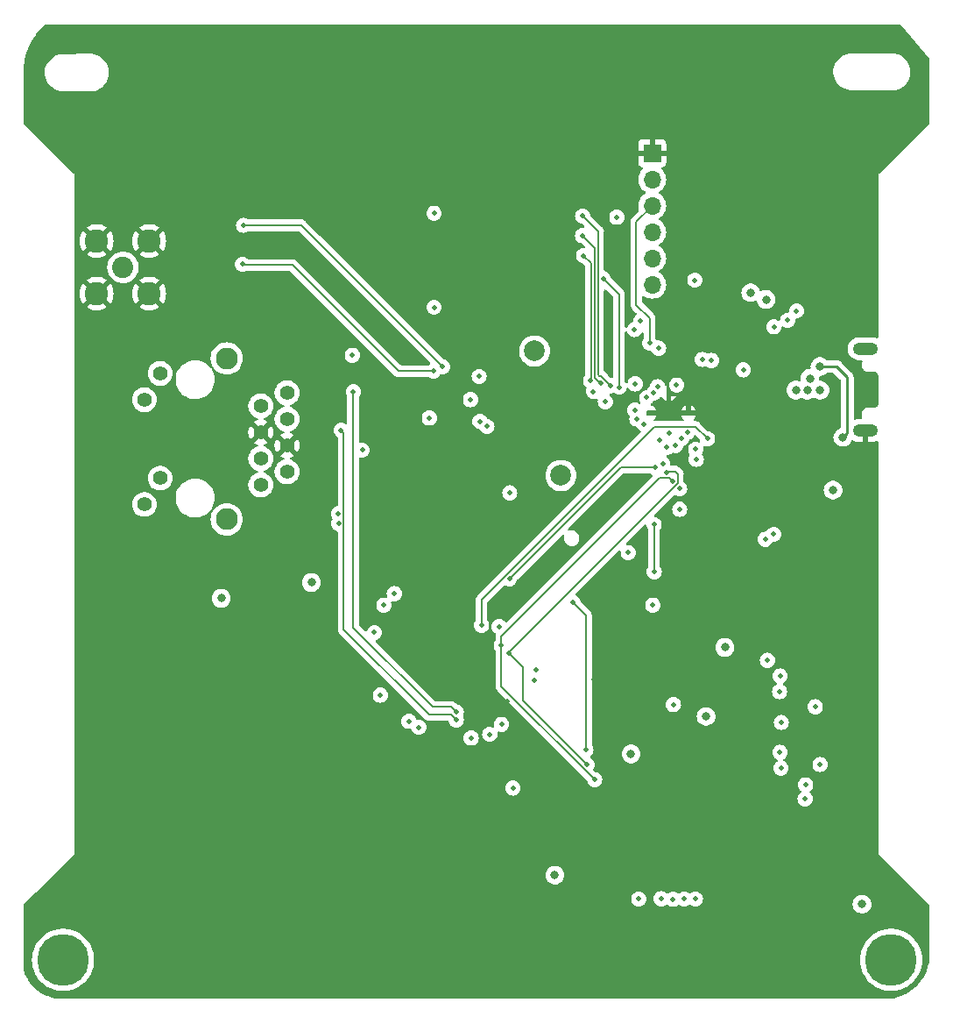
<source format=gbr>
%TF.GenerationSoftware,KiCad,Pcbnew,7.0.1*%
%TF.CreationDate,2023-07-16T20:54:18-07:00*%
%TF.ProjectId,flight_computer_dev_board_rfm98pw,666c6967-6874-45f6-936f-6d7075746572,rev?*%
%TF.SameCoordinates,Original*%
%TF.FileFunction,Copper,L2,Inr*%
%TF.FilePolarity,Positive*%
%FSLAX46Y46*%
G04 Gerber Fmt 4.6, Leading zero omitted, Abs format (unit mm)*
G04 Created by KiCad (PCBNEW 7.0.1) date 2023-07-16 20:54:18*
%MOMM*%
%LPD*%
G01*
G04 APERTURE LIST*
%TA.AperFunction,ComponentPad*%
%ADD10C,2.050000*%
%TD*%
%TA.AperFunction,ComponentPad*%
%ADD11C,2.250000*%
%TD*%
%TA.AperFunction,ComponentPad*%
%ADD12C,5.000000*%
%TD*%
%TA.AperFunction,ComponentPad*%
%ADD13C,2.000000*%
%TD*%
%TA.AperFunction,ComponentPad*%
%ADD14C,0.500000*%
%TD*%
%TA.AperFunction,ComponentPad*%
%ADD15O,2.416000X1.208000*%
%TD*%
%TA.AperFunction,ComponentPad*%
%ADD16R,1.700000X1.700000*%
%TD*%
%TA.AperFunction,ComponentPad*%
%ADD17O,1.700000X1.700000*%
%TD*%
%TA.AperFunction,ComponentPad*%
%ADD18C,1.397000*%
%TD*%
%TA.AperFunction,ComponentPad*%
%ADD19C,2.108200*%
%TD*%
%TA.AperFunction,ViaPad*%
%ADD20C,0.600000*%
%TD*%
%TA.AperFunction,ViaPad*%
%ADD21C,0.800000*%
%TD*%
%TA.AperFunction,ViaPad*%
%ADD22C,0.460000*%
%TD*%
%TA.AperFunction,Conductor*%
%ADD23C,0.250000*%
%TD*%
%TA.AperFunction,Conductor*%
%ADD24C,0.127000*%
%TD*%
G04 APERTURE END LIST*
D10*
%TO.N,Net-(J6-In)*%
%TO.C,J6*%
X153170000Y-71210000D03*
D11*
%TO.N,GND*%
X150630000Y-68670000D03*
X150630000Y-73750000D03*
X155710000Y-68670000D03*
X155710000Y-73750000D03*
%TD*%
D12*
%TO.N,N/C*%
%TO.C,*%
X227414400Y-138100000D03*
%TD*%
%TO.N,N/C*%
%TO.C,*%
X147381083Y-138100000D03*
%TD*%
D13*
%TO.N,/~{RESET}*%
%TO.C,TP2*%
X195510000Y-91320000D03*
%TD*%
D14*
%TO.N,GND*%
%TO.C,IC1*%
X205930000Y-83400812D03*
X204020812Y-85310000D03*
X207839188Y-85310000D03*
X205930000Y-87219188D03*
%TD*%
D13*
%TO.N,/USBBOOT*%
%TO.C,TP1*%
X192960000Y-79300000D03*
%TD*%
D15*
%TO.N,GND*%
%TO.C,J8*%
X224920000Y-86970000D03*
%TO.N,N/C*%
X224920000Y-79070000D03*
%TD*%
D16*
%TO.N,GND*%
%TO.C,J3*%
X204330000Y-60190000D03*
D17*
%TO.N,TX*%
X204330000Y-62730000D03*
%TO.N,RX*%
X204330000Y-65270000D03*
%TO.N,SCL1*%
X204330000Y-67810000D03*
%TO.N,SDA1*%
X204330000Y-70350000D03*
%TO.N,3.3V*%
X204330000Y-72890000D03*
%TD*%
D18*
%TO.N,TX+*%
%TO.C,J5*%
X166490001Y-92230000D03*
%TO.N,TX-*%
X169030001Y-90960000D03*
%TO.N,TCT*%
X166490001Y-89690000D03*
%TO.N,GND*%
X169030001Y-88420000D03*
X166490001Y-87150000D03*
%TO.N,RCT*%
X169030001Y-85880000D03*
%TO.N,Net-(C18-Pad1)*%
X166490001Y-84610000D03*
%TO.N,Net-(C19-Pad1)*%
X169030001Y-83340000D03*
%TO.N,GREENLED*%
X155250001Y-83999892D03*
%TO.N,3.3V*%
X156770000Y-81459892D03*
%TO.N,YELLOWLED*%
X156770000Y-91569999D03*
%TO.N,3.3V*%
X155250001Y-94109999D03*
D19*
%TO.N,N/C*%
X163200000Y-95560000D03*
X163200000Y-80010000D03*
%TD*%
D20*
%TO.N,GND*%
X164550000Y-61340000D03*
X164510000Y-60360000D03*
X164430000Y-59240000D03*
X163890000Y-58230000D03*
X162580000Y-58200000D03*
X161280000Y-58230000D03*
X160210000Y-58640000D03*
X153230000Y-62770000D03*
X153120000Y-63830000D03*
X152860000Y-64860000D03*
X152370000Y-65680000D03*
X152330000Y-66910000D03*
X153940000Y-66910000D03*
X153930000Y-65870000D03*
X154870000Y-65870000D03*
X155990000Y-65870000D03*
X155250000Y-62360000D03*
X155270000Y-61360000D03*
X159190000Y-60740000D03*
X151800000Y-61520000D03*
X151810000Y-60210000D03*
X151920000Y-58970000D03*
X153120000Y-58960000D03*
X154380000Y-58940000D03*
X155580000Y-58990000D03*
X156770000Y-58980000D03*
X158020000Y-58980000D03*
X159110000Y-58990000D03*
D21*
X208290000Y-76340000D03*
X196160000Y-78060000D03*
X201550000Y-106360000D03*
X189070000Y-95910000D03*
X180230000Y-96170000D03*
X168380000Y-108430000D03*
%TO.N,3.3V*%
X162670000Y-103180000D03*
X171390000Y-101650000D03*
X209540000Y-114590000D03*
X211350000Y-107920000D03*
X194910000Y-129920000D03*
X202280000Y-118210000D03*
%TO.N,GND*%
X215270000Y-86050000D03*
D22*
X216640000Y-124190000D03*
X176410000Y-110830000D03*
X184610000Y-84030000D03*
X210400000Y-91930000D03*
D21*
X218140000Y-68160000D03*
D22*
X208679998Y-97590002D03*
X200300000Y-81610000D03*
X216750000Y-116660000D03*
D21*
X213390000Y-77840000D03*
X222660000Y-96000000D03*
D22*
X189950000Y-85580000D03*
X190290000Y-113130000D03*
X198530000Y-90070000D03*
X190150000Y-104470000D03*
D21*
X220400000Y-84690000D03*
D22*
X205900000Y-77570000D03*
X204120000Y-132130000D03*
X224550000Y-101060000D03*
D21*
X211180000Y-71770000D03*
D22*
X195320000Y-84860000D03*
X198680000Y-111010000D03*
X194250000Y-93350000D03*
X202520000Y-91510000D03*
X188490000Y-83380000D03*
X190080000Y-90960000D03*
X216600000Y-107680000D03*
%TO.N,3.3V*%
X216690000Y-110680000D03*
X206340000Y-132250000D03*
X213130000Y-81120000D03*
X188360000Y-86580000D03*
X202010000Y-98770000D03*
D21*
%TO.N,VBUS*%
X221810000Y-92740000D03*
X220550000Y-80800000D03*
X222750000Y-87640000D03*
X224610000Y-132720000D03*
D22*
%TO.N,VCC_RF1*%
X182790000Y-85770000D03*
X215460000Y-109170000D03*
X204390000Y-103840000D03*
X175340000Y-79710000D03*
X190560000Y-93000000D03*
%TO.N,RX+*%
X174250000Y-86940000D03*
X185390000Y-114930000D03*
%TO.N,RX-*%
X175440000Y-83230000D03*
X185400000Y-114150000D03*
%TO.N,TX*%
X204950000Y-79020000D03*
%TO.N,RX*%
X204070000Y-78550000D03*
%TO.N,/USBBOOT*%
X208450000Y-72460000D03*
%TO.N,SDA1*%
X203210000Y-76390000D03*
X186770000Y-84000000D03*
%TO.N,SCL1*%
X187678042Y-86101958D03*
X187600000Y-81760000D03*
X202620000Y-77230000D03*
%TO.N,SDA0*%
X220093000Y-113660000D03*
X204850522Y-82754243D03*
%TO.N,SCL0*%
X204462067Y-83351099D03*
X216810000Y-115170000D03*
%TO.N,ENABLE_BURN*%
X203796738Y-83787000D03*
X216640000Y-112190000D03*
%TO.N,I2C_RESET*%
X202679075Y-82473441D03*
X216770000Y-119590000D03*
X220550000Y-119230000D03*
%TO.N,SPI1_MISO*%
X201127420Y-82797802D03*
X199590000Y-72310000D03*
%TO.N,SPI1_CS0*%
X200340891Y-82659109D03*
X197600000Y-66270000D03*
X183240000Y-66001499D03*
X183240000Y-75080000D03*
%TO.N,SPI1_SCK*%
X197600000Y-68170000D03*
X199392286Y-82407714D03*
%TO.N,SPI1_MOSI*%
X197690000Y-70090000D03*
X198371758Y-82190609D03*
%TO.N,ENAB_RF*%
X202660000Y-85010000D03*
X216670000Y-118060000D03*
%TO.N,VBUS_RESET*%
X219160000Y-121200000D03*
X202849500Y-85860738D03*
%TO.N,BURN_RELAY_A*%
X219110000Y-122540000D03*
X203550000Y-86350000D03*
%TO.N,SWCLK*%
X205044501Y-87897613D03*
%TO.N,SWDIO*%
X205760000Y-88610000D03*
%TO.N,SPI0_MISO*%
X190530000Y-101320000D03*
X196700000Y-103600000D03*
X203030000Y-132220000D03*
X204589411Y-90550000D03*
X197920000Y-117830000D03*
%TO.N,SPI0_CS0*%
X204510000Y-96070000D03*
X204517000Y-100610000D03*
X208510000Y-132220000D03*
X205337798Y-90170000D03*
X206380000Y-113450000D03*
%TO.N,SPI0_SCK*%
X190471573Y-108461573D03*
X205200000Y-132190000D03*
X198038604Y-119261396D03*
X205753603Y-91075929D03*
%TO.N,SPI0_MOSI*%
X189737000Y-107749415D03*
X206276956Y-91906956D03*
X207420000Y-132220000D03*
X198775000Y-120695000D03*
%TO.N,RF1_RST*%
X200910000Y-66380000D03*
X206570000Y-88420000D03*
%TO.N,WDT_WDI*%
X206990000Y-92600000D03*
X206990000Y-94590000D03*
%TO.N,RF1_IO4*%
X198640000Y-83210000D03*
X184080000Y-80820000D03*
X164830000Y-67160000D03*
X207168321Y-87727200D03*
%TO.N,RF1_IO0*%
X207730000Y-87140000D03*
X199794371Y-84205629D03*
X164720000Y-70930000D03*
X183180000Y-81240000D03*
%TO.N,NEOPIX*%
X208534359Y-88793124D03*
X216070000Y-97000000D03*
%TO.N,NEO_PWR*%
X215260000Y-97480000D03*
X208583633Y-89766425D03*
%TO.N,/QSPI_DATA[3]*%
X218280000Y-75430000D03*
X210049974Y-80209974D03*
%TO.N,/QSPI_SCK*%
X217420000Y-76340000D03*
X209174194Y-80114194D03*
%TO.N,/QSPI_DATA[0]*%
X206690000Y-82590000D03*
X216096396Y-76966396D03*
D21*
%TO.N,/QSPI_DATA[2]*%
X213850000Y-73670000D03*
X215330000Y-74330000D03*
D22*
%TO.N,TX+*%
X181770000Y-115640000D03*
%TO.N,TX-*%
X180820000Y-115064124D03*
%TO.N,GREENLED*%
X192900000Y-111130000D03*
X174000000Y-95010000D03*
%TO.N,YELLOWLED*%
X193120000Y-110130000D03*
X174020000Y-95970000D03*
%TO.N,Net-(JP3-B)*%
X179400000Y-102730000D03*
%TO.N,Net-(JP4-B)*%
X178390000Y-103840000D03*
%TO.N,Net-(JP5-B)*%
X177470000Y-106490000D03*
D21*
%TO.N,USB_D-*%
X218210000Y-83080000D03*
X219580000Y-81940000D03*
%TO.N,USB_D+*%
X219320000Y-83080000D03*
X220550000Y-83090000D03*
D22*
%TO.N,SPI0_CS1*%
X209677000Y-87778655D03*
X187828006Y-105790561D03*
X189538604Y-105921396D03*
%TO.N,GNDA*%
X178050000Y-112540000D03*
X176300000Y-88870000D03*
X186830000Y-116670000D03*
X188620000Y-116320000D03*
X190860000Y-121510000D03*
X189770000Y-115360000D03*
%TD*%
D23*
%TO.N,VBUS*%
X223170000Y-87220000D02*
X222750000Y-87640000D01*
X220550000Y-80800000D02*
X222140000Y-80800000D01*
X222140000Y-80800000D02*
X223170000Y-81830000D01*
X223170000Y-81830000D02*
X223170000Y-87220000D01*
D24*
%TO.N,RX+*%
X174513500Y-106213500D02*
X174513500Y-87203500D01*
X182746500Y-114446500D02*
X174513500Y-106213500D01*
X184906500Y-114446500D02*
X182746500Y-114446500D01*
X185390000Y-114930000D02*
X184906500Y-114446500D01*
X174513500Y-87203500D02*
X174250000Y-86940000D01*
%TO.N,RX-*%
X175440000Y-106020000D02*
X175410000Y-106020000D01*
X184930000Y-113680000D02*
X183100000Y-113680000D01*
X185400000Y-114150000D02*
X184930000Y-113680000D01*
X175410000Y-106020000D02*
X175410000Y-83260000D01*
X183100000Y-113680000D02*
X175440000Y-106020000D01*
X175410000Y-83260000D02*
X175440000Y-83230000D01*
%TO.N,RX*%
X202790000Y-74830000D02*
X202790000Y-66810000D01*
X204070000Y-76110000D02*
X202790000Y-74830000D01*
X204070000Y-78550000D02*
X204070000Y-76110000D01*
X202790000Y-66810000D02*
X204330000Y-65270000D01*
%TO.N,SPI1_MISO*%
X201127420Y-82797802D02*
X201127420Y-73847420D01*
X201127420Y-73847420D02*
X199590000Y-72310000D01*
%TO.N,SPI1_CS0*%
X199220000Y-81700000D02*
X199097000Y-81577000D01*
X199097000Y-81577000D02*
X199097000Y-67767000D01*
X200340891Y-82659109D02*
X199381781Y-81700000D01*
X199097000Y-67767000D02*
X197600000Y-66270000D01*
X199381781Y-81700000D02*
X199220000Y-81700000D01*
%TO.N,SPI1_SCK*%
X199392286Y-82280652D02*
X199351634Y-82240000D01*
X198770000Y-69340000D02*
X197600000Y-68170000D01*
X198770000Y-81900000D02*
X198770000Y-69340000D01*
X199392286Y-82407714D02*
X199392286Y-82280652D01*
X199110000Y-82240000D02*
X198770000Y-81900000D01*
X199351634Y-82240000D02*
X199110000Y-82240000D01*
%TO.N,SPI1_MOSI*%
X198371758Y-82190609D02*
X198379391Y-82190609D01*
X198400000Y-82170000D02*
X198400000Y-70800000D01*
X198400000Y-70800000D02*
X197690000Y-70090000D01*
X198379391Y-82190609D02*
X198400000Y-82170000D01*
%TO.N,SPI0_MISO*%
X197920000Y-117830000D02*
X197920000Y-104820000D01*
X201300000Y-90550000D02*
X190530000Y-101320000D01*
X204589411Y-90550000D02*
X201300000Y-90550000D01*
X197920000Y-104820000D02*
X196700000Y-103600000D01*
%TO.N,SPI0_CS0*%
X204517000Y-100610000D02*
X204517000Y-96077000D01*
X204517000Y-96077000D02*
X204510000Y-96070000D01*
%TO.N,SPI0_SCK*%
X191860000Y-109850000D02*
X190471573Y-108461573D01*
X191860000Y-113082792D02*
X191860000Y-109850000D01*
X206803500Y-92077620D02*
X206803500Y-91183500D01*
X205893032Y-90936500D02*
X205753603Y-91075929D01*
X206803500Y-91183500D02*
X206556500Y-90936500D01*
X206556500Y-90936500D02*
X205893032Y-90936500D01*
X190471573Y-108409547D02*
X206803500Y-92077620D01*
X198038604Y-119261396D02*
X191860000Y-113082792D01*
X190471573Y-108461573D02*
X190471573Y-108409547D01*
%TO.N,SPI0_MOSI*%
X206276956Y-91906956D02*
X205939429Y-91569429D01*
X198775000Y-120695000D02*
X189737000Y-111657000D01*
X189737000Y-111657000D02*
X189737000Y-107749415D01*
X204999451Y-91569429D02*
X189737000Y-106831880D01*
X205939429Y-91569429D02*
X204999451Y-91569429D01*
X189737000Y-106831880D02*
X189737000Y-107749415D01*
%TO.N,RF1_IO4*%
X170420000Y-67160000D02*
X164830000Y-67160000D01*
X184080000Y-80820000D02*
X170420000Y-67160000D01*
%TO.N,RF1_IO0*%
X169540000Y-70990000D02*
X164780000Y-70990000D01*
X183180000Y-81240000D02*
X179790000Y-81240000D01*
X179790000Y-81240000D02*
X169540000Y-70990000D01*
X164780000Y-70990000D02*
X164720000Y-70930000D01*
%TO.N,SPI0_CS1*%
X204505585Y-86646500D02*
X208544845Y-86646500D01*
X187828006Y-103324079D02*
X204505585Y-86646500D01*
X187828006Y-105790561D02*
X187828006Y-103324079D01*
X208544845Y-86646500D02*
X209677000Y-87778655D01*
%TD*%
%TA.AperFunction,Conductor*%
%TO.N,GND*%
G36*
X199823318Y-73360048D02*
G01*
X199872681Y-73390298D01*
X200527101Y-74044717D01*
X200553981Y-74084945D01*
X200563420Y-74132398D01*
X200563420Y-81784659D01*
X200549905Y-81840954D01*
X200512305Y-81884977D01*
X200458818Y-81907132D01*
X200401102Y-81902590D01*
X200351739Y-81872340D01*
X199812477Y-81333079D01*
X199801781Y-81320883D01*
X199798322Y-81316375D01*
X199784031Y-81297750D01*
X199749934Y-81271587D01*
X199709513Y-81240571D01*
X199673788Y-81197040D01*
X199661000Y-81142196D01*
X199661000Y-73477979D01*
X199674515Y-73421684D01*
X199712115Y-73377661D01*
X199765602Y-73355506D01*
X199823318Y-73360048D01*
G37*
%TD.AperFunction*%
%TA.AperFunction,Conductor*%
G36*
X228288992Y-47778803D02*
G01*
X228341507Y-47790633D01*
X228384059Y-47823600D01*
X231109469Y-51106745D01*
X231114110Y-51112335D01*
X231135334Y-51149435D01*
X231142700Y-51191537D01*
X231142700Y-57245588D01*
X231133261Y-57293041D01*
X231106381Y-57333269D01*
X226267208Y-62172441D01*
X226245311Y-62187978D01*
X226224598Y-62213950D01*
X226215345Y-62224304D01*
X226212252Y-62227396D01*
X226209922Y-62231105D01*
X226201889Y-62242426D01*
X226181176Y-62268400D01*
X226176517Y-62279647D01*
X226172800Y-62312641D01*
X226170475Y-62326333D01*
X226169500Y-62330607D01*
X226169500Y-62334978D01*
X226168721Y-62348859D01*
X226165002Y-62381865D01*
X226169500Y-62408332D01*
X226169500Y-77955488D01*
X226155032Y-78013616D01*
X226115003Y-78058179D01*
X226058755Y-78078778D01*
X225999417Y-78070606D01*
X225836589Y-78005420D01*
X225836587Y-78005419D01*
X225629467Y-77965500D01*
X224263387Y-77965500D01*
X224263382Y-77965500D01*
X224106023Y-77980526D01*
X223903633Y-78039952D01*
X223716142Y-78136610D01*
X223550342Y-78266998D01*
X223412206Y-78426415D01*
X223306740Y-78609087D01*
X223237752Y-78808417D01*
X223207733Y-79017205D01*
X223207733Y-79017207D01*
X223211363Y-79093405D01*
X223217769Y-79227902D01*
X223267500Y-79432894D01*
X223355122Y-79624761D01*
X223447953Y-79755122D01*
X223477478Y-79796584D01*
X223630138Y-79942145D01*
X223807587Y-80056184D01*
X224003411Y-80134580D01*
X224210533Y-80174500D01*
X224527236Y-80174500D01*
X224587217Y-80189972D01*
X224632230Y-80232528D01*
X224651041Y-80291548D01*
X224638956Y-80352300D01*
X224614392Y-80403309D01*
X224602119Y-80428794D01*
X224569500Y-80571706D01*
X224569500Y-80718294D01*
X224602119Y-80861207D01*
X224665719Y-80993275D01*
X224665721Y-80993277D01*
X224757117Y-81107883D01*
X224800144Y-81142196D01*
X224871724Y-81199280D01*
X224953434Y-81238629D01*
X225003794Y-81262881D01*
X225146706Y-81295500D01*
X225197410Y-81295500D01*
X225220000Y-81295500D01*
X225259882Y-81295500D01*
X225835989Y-81295500D01*
X225865067Y-81298958D01*
X225921388Y-81312544D01*
X225951611Y-81324185D01*
X225967279Y-81332717D01*
X226007277Y-81354498D01*
X226033453Y-81373569D01*
X226055373Y-81394428D01*
X226079368Y-81417263D01*
X226099714Y-81442466D01*
X226132744Y-81496557D01*
X226145869Y-81526167D01*
X226163764Y-81586964D01*
X226168773Y-81618967D01*
X226170201Y-81677771D01*
X226169371Y-81686215D01*
X226169433Y-81702821D01*
X226168729Y-81716482D01*
X226166019Y-81741790D01*
X226169676Y-81766856D01*
X226174442Y-83019684D01*
X226174443Y-83020156D01*
X226174443Y-84272753D01*
X226170915Y-84297258D01*
X226173737Y-84323592D01*
X226174443Y-84336803D01*
X226174443Y-84355686D01*
X226175071Y-84361946D01*
X226173651Y-84420513D01*
X226168644Y-84452512D01*
X226150755Y-84513304D01*
X226137630Y-84542917D01*
X226104608Y-84597001D01*
X226084263Y-84622204D01*
X226038358Y-84665894D01*
X226012181Y-84684969D01*
X225956531Y-84715279D01*
X225926309Y-84726923D01*
X225892332Y-84735122D01*
X225867805Y-84741040D01*
X225838720Y-84744500D01*
X225146706Y-84744500D01*
X225003792Y-84777119D01*
X224871724Y-84840719D01*
X224757117Y-84932117D01*
X224665719Y-85046724D01*
X224602119Y-85178792D01*
X224569500Y-85321706D01*
X224569500Y-85468294D01*
X224602119Y-85611208D01*
X224639196Y-85688199D01*
X224651281Y-85748953D01*
X224632470Y-85807972D01*
X224587457Y-85850528D01*
X224527476Y-85866000D01*
X224263411Y-85866000D01*
X224106113Y-85881019D01*
X223954435Y-85925557D01*
X223897484Y-85928610D01*
X223845190Y-85905847D01*
X223808616Y-85862085D01*
X223795500Y-85806580D01*
X223795500Y-81912744D01*
X223797764Y-81892237D01*
X223795561Y-81822127D01*
X223795500Y-81818232D01*
X223795500Y-81790653D01*
X223795352Y-81789483D01*
X223794996Y-81786665D01*
X223794080Y-81775019D01*
X223793927Y-81770142D01*
X223792709Y-81731373D01*
X223787120Y-81712140D01*
X223783174Y-81693082D01*
X223780664Y-81673206D01*
X223764588Y-81632604D01*
X223760804Y-81621553D01*
X223752563Y-81593188D01*
X223748618Y-81579610D01*
X223738414Y-81562355D01*
X223729861Y-81544895D01*
X223722486Y-81526268D01*
X223696808Y-81490925D01*
X223690401Y-81481171D01*
X223668170Y-81443580D01*
X223654005Y-81429415D01*
X223641367Y-81414617D01*
X223629595Y-81398413D01*
X223595941Y-81370573D01*
X223587299Y-81362709D01*
X222640802Y-80416211D01*
X222627906Y-80400113D01*
X222576775Y-80352098D01*
X222573978Y-80349387D01*
X222554470Y-80329879D01*
X222551290Y-80327412D01*
X222542424Y-80319839D01*
X222510582Y-80289938D01*
X222493024Y-80280285D01*
X222476764Y-80269604D01*
X222460936Y-80257327D01*
X222420851Y-80239980D01*
X222410361Y-80234841D01*
X222372091Y-80213802D01*
X222352691Y-80208821D01*
X222334284Y-80202519D01*
X222315897Y-80194562D01*
X222272758Y-80187729D01*
X222261324Y-80185361D01*
X222219019Y-80174500D01*
X222198984Y-80174500D01*
X222179586Y-80172973D01*
X222172162Y-80171797D01*
X222159805Y-80169840D01*
X222159804Y-80169840D01*
X222126751Y-80172964D01*
X222116325Y-80173950D01*
X222104656Y-80174500D01*
X221253747Y-80174500D01*
X221203312Y-80163780D01*
X221161598Y-80133473D01*
X221155871Y-80127112D01*
X221002730Y-80015849D01*
X221002729Y-80015848D01*
X221002727Y-80015847D01*
X220829802Y-79938855D01*
X220644648Y-79899500D01*
X220644646Y-79899500D01*
X220455354Y-79899500D01*
X220455352Y-79899500D01*
X220270197Y-79938855D01*
X220097269Y-80015848D01*
X219944129Y-80127110D01*
X219817466Y-80267783D01*
X219722820Y-80431715D01*
X219664326Y-80611742D01*
X219644540Y-80800000D01*
X219655317Y-80902539D01*
X219643446Y-80969858D01*
X219597706Y-81020658D01*
X219531996Y-81039500D01*
X219485352Y-81039500D01*
X219300197Y-81078855D01*
X219127269Y-81155848D01*
X218974129Y-81267110D01*
X218847466Y-81407783D01*
X218752820Y-81571715D01*
X218694326Y-81751742D01*
X218681724Y-81871651D01*
X218674540Y-81940000D01*
X218690703Y-82093788D01*
X218691907Y-82105236D01*
X218681866Y-82168632D01*
X218641472Y-82218515D01*
X218581548Y-82241518D01*
X218518151Y-82231477D01*
X218489801Y-82218854D01*
X218304648Y-82179500D01*
X218304646Y-82179500D01*
X218115354Y-82179500D01*
X218115352Y-82179500D01*
X217930197Y-82218855D01*
X217757269Y-82295848D01*
X217604129Y-82407110D01*
X217477466Y-82547783D01*
X217382820Y-82711715D01*
X217324326Y-82891742D01*
X217304540Y-83080000D01*
X217324326Y-83268257D01*
X217382820Y-83448284D01*
X217477466Y-83612216D01*
X217604129Y-83752889D01*
X217757269Y-83864151D01*
X217930197Y-83941144D01*
X218115352Y-83980500D01*
X218115354Y-83980500D01*
X218304646Y-83980500D01*
X218304648Y-83980500D01*
X218442756Y-83951144D01*
X218489803Y-83941144D01*
X218662730Y-83864151D01*
X218692114Y-83842801D01*
X218739219Y-83821829D01*
X218790781Y-83821829D01*
X218837885Y-83842801D01*
X218867270Y-83864151D01*
X219026487Y-83935040D01*
X219040197Y-83941144D01*
X219225352Y-83980500D01*
X219225354Y-83980500D01*
X219414646Y-83980500D01*
X219414648Y-83980500D01*
X219552756Y-83951144D01*
X219599803Y-83941144D01*
X219772730Y-83864151D01*
X219772731Y-83864150D01*
X219855233Y-83804210D01*
X219902337Y-83783238D01*
X219953899Y-83783238D01*
X220001003Y-83804210D01*
X220097269Y-83874151D01*
X220270197Y-83951144D01*
X220455352Y-83990500D01*
X220455354Y-83990500D01*
X220644646Y-83990500D01*
X220644648Y-83990500D01*
X220768083Y-83964262D01*
X220829803Y-83951144D01*
X221002730Y-83874151D01*
X221045878Y-83842802D01*
X221155870Y-83762889D01*
X221282533Y-83622216D01*
X221377179Y-83458284D01*
X221389330Y-83420888D01*
X221435674Y-83278256D01*
X221455460Y-83090000D01*
X221435674Y-82901744D01*
X221387748Y-82754243D01*
X221377179Y-82721715D01*
X221282533Y-82557783D01*
X221155870Y-82417110D01*
X221002730Y-82305848D01*
X220829802Y-82228855D01*
X220644648Y-82189500D01*
X220644646Y-82189500D01*
X220596953Y-82189500D01*
X220531243Y-82170658D01*
X220485503Y-82119858D01*
X220473632Y-82052539D01*
X220477567Y-82015099D01*
X220485460Y-81940000D01*
X220474682Y-81837461D01*
X220486554Y-81770142D01*
X220532294Y-81719342D01*
X220598004Y-81700500D01*
X220644648Y-81700500D01*
X220773055Y-81673206D01*
X220829803Y-81661144D01*
X221002730Y-81584151D01*
X221155871Y-81472888D01*
X221161598Y-81466526D01*
X221203312Y-81436220D01*
X221253747Y-81425500D01*
X221829548Y-81425500D01*
X221877001Y-81434939D01*
X221917229Y-81461819D01*
X222508181Y-82052772D01*
X222535061Y-82093000D01*
X222544500Y-82140453D01*
X222544500Y-86665247D01*
X222535471Y-86711698D01*
X222509698Y-86751384D01*
X222470936Y-86778526D01*
X222297269Y-86855848D01*
X222144129Y-86967110D01*
X222017466Y-87107783D01*
X221922820Y-87271715D01*
X221864326Y-87451742D01*
X221844540Y-87640000D01*
X221864326Y-87828257D01*
X221922820Y-88008284D01*
X222017466Y-88172216D01*
X222144129Y-88312889D01*
X222297269Y-88424151D01*
X222470197Y-88501144D01*
X222655352Y-88540500D01*
X222655354Y-88540500D01*
X222844646Y-88540500D01*
X222844648Y-88540500D01*
X222970369Y-88513777D01*
X223029803Y-88501144D01*
X223202730Y-88424151D01*
X223250396Y-88389520D01*
X223355870Y-88312889D01*
X223482533Y-88172216D01*
X223577178Y-88008286D01*
X223581451Y-87995135D01*
X223610458Y-87947032D01*
X223657712Y-87916663D01*
X223713518Y-87910259D01*
X223766423Y-87929136D01*
X223807814Y-87955737D01*
X224003554Y-88034099D01*
X224210580Y-88074000D01*
X224670000Y-88074000D01*
X224670000Y-86844000D01*
X224686613Y-86782000D01*
X224732000Y-86736613D01*
X224794000Y-86720000D01*
X225046000Y-86720000D01*
X225108000Y-86736613D01*
X225153387Y-86782000D01*
X225170000Y-86844000D01*
X225170000Y-88074000D01*
X225576589Y-88074000D01*
X225733886Y-88058980D01*
X225936180Y-87999580D01*
X225988680Y-87972515D01*
X226049926Y-87958810D01*
X226110038Y-87976850D01*
X226153617Y-88022013D01*
X226169500Y-88082731D01*
X226169500Y-127681668D01*
X226165002Y-127708134D01*
X226168721Y-127741141D01*
X226169500Y-127755022D01*
X226169500Y-127759389D01*
X226170473Y-127763653D01*
X226172800Y-127777356D01*
X226176517Y-127810354D01*
X226181176Y-127821600D01*
X226201888Y-127847573D01*
X226209928Y-127858903D01*
X226212252Y-127862601D01*
X226215336Y-127865685D01*
X226224601Y-127876052D01*
X226245312Y-127902022D01*
X226267213Y-127917562D01*
X231106381Y-132756731D01*
X231133261Y-132796959D01*
X231142700Y-132844412D01*
X231142700Y-138046741D01*
X231140771Y-138068529D01*
X231077299Y-138424135D01*
X231074945Y-138434656D01*
X230976741Y-138798544D01*
X230973482Y-138808820D01*
X230844045Y-139162797D01*
X230839906Y-139172751D01*
X230680211Y-139514151D01*
X230675223Y-139523708D01*
X230486480Y-139849943D01*
X230480681Y-139859031D01*
X230264316Y-140167639D01*
X230257750Y-140176189D01*
X230015386Y-140464852D01*
X230008101Y-140472799D01*
X229741599Y-140739301D01*
X229733652Y-140746586D01*
X229444989Y-140988950D01*
X229436439Y-140995516D01*
X229127831Y-141211881D01*
X229118743Y-141217680D01*
X228792508Y-141406423D01*
X228782951Y-141411411D01*
X228441551Y-141571106D01*
X228431597Y-141575245D01*
X228077620Y-141704682D01*
X228067344Y-141707941D01*
X227703456Y-141806145D01*
X227692935Y-141808499D01*
X227337329Y-141871971D01*
X227315541Y-141873900D01*
X147405254Y-141873900D01*
X147400683Y-141873025D01*
X147343154Y-141873878D01*
X147337326Y-141873828D01*
X146980930Y-141862350D01*
X146969309Y-141861427D01*
X146618481Y-141816901D01*
X146606997Y-141814891D01*
X146261902Y-141737616D01*
X146250659Y-141734537D01*
X146158830Y-141704682D01*
X145914341Y-141625194D01*
X145903440Y-141621074D01*
X145741157Y-141550851D01*
X145578882Y-141480632D01*
X145568413Y-141475505D01*
X145258472Y-141305202D01*
X145248530Y-141299114D01*
X144955953Y-141100457D01*
X144946628Y-141093463D01*
X144674004Y-140868214D01*
X144665375Y-140860374D01*
X144415102Y-140610509D01*
X144407249Y-140601894D01*
X144181553Y-140329638D01*
X144174543Y-140320323D01*
X143975410Y-140028071D01*
X143969306Y-140018139D01*
X143798503Y-139708488D01*
X143793358Y-139698027D01*
X143685075Y-139448904D01*
X143652378Y-139373678D01*
X143648247Y-139362800D01*
X143549838Y-139061789D01*
X143543700Y-139023258D01*
X143543700Y-138100000D01*
X144375497Y-138100000D01*
X144395821Y-138448927D01*
X144456512Y-138793130D01*
X144456514Y-138793136D01*
X144556757Y-139127971D01*
X144658048Y-139362790D01*
X144695195Y-139448906D01*
X144869952Y-139751595D01*
X144949935Y-139859031D01*
X145078671Y-140031953D01*
X145318525Y-140286183D01*
X145586272Y-140510849D01*
X145586276Y-140510852D01*
X145586279Y-140510854D01*
X145878289Y-140702913D01*
X146190628Y-140859776D01*
X146340355Y-140914271D01*
X146519072Y-140979319D01*
X146859169Y-141059923D01*
X147206324Y-141100500D01*
X147555837Y-141100500D01*
X147555842Y-141100500D01*
X147902997Y-141059923D01*
X148243094Y-140979319D01*
X148541351Y-140870762D01*
X148571537Y-140859776D01*
X148883876Y-140702913D01*
X149024369Y-140610509D01*
X149175894Y-140510849D01*
X149443641Y-140286183D01*
X149683495Y-140031953D01*
X149892213Y-139751596D01*
X150066972Y-139448904D01*
X150205409Y-139127971D01*
X150305652Y-138793136D01*
X150366345Y-138448927D01*
X150386668Y-138100000D01*
X224408814Y-138100000D01*
X224429138Y-138448927D01*
X224489829Y-138793130D01*
X224489831Y-138793136D01*
X224590074Y-139127971D01*
X224691365Y-139362790D01*
X224728512Y-139448906D01*
X224903269Y-139751595D01*
X224983252Y-139859031D01*
X225111988Y-140031953D01*
X225351842Y-140286183D01*
X225619589Y-140510849D01*
X225619593Y-140510852D01*
X225619596Y-140510854D01*
X225911606Y-140702913D01*
X226223945Y-140859776D01*
X226373672Y-140914271D01*
X226552389Y-140979319D01*
X226892486Y-141059923D01*
X227239641Y-141100500D01*
X227589154Y-141100500D01*
X227589159Y-141100500D01*
X227936314Y-141059923D01*
X228276411Y-140979319D01*
X228574668Y-140870762D01*
X228604854Y-140859776D01*
X228917193Y-140702913D01*
X229057686Y-140610509D01*
X229209211Y-140510849D01*
X229476958Y-140286183D01*
X229716812Y-140031953D01*
X229925530Y-139751596D01*
X230100289Y-139448904D01*
X230238726Y-139127971D01*
X230338969Y-138793136D01*
X230399662Y-138448927D01*
X230419985Y-138100000D01*
X230399662Y-137751073D01*
X230338969Y-137406864D01*
X230238726Y-137072029D01*
X230100289Y-136751096D01*
X229925530Y-136448404D01*
X229716812Y-136168047D01*
X229476958Y-135913817D01*
X229209211Y-135689151D01*
X229209207Y-135689148D01*
X229209203Y-135689145D01*
X228917193Y-135497086D01*
X228604854Y-135340223D01*
X228276414Y-135220682D01*
X228276413Y-135220681D01*
X228276411Y-135220681D01*
X228089557Y-135176396D01*
X227936315Y-135140077D01*
X227878454Y-135133314D01*
X227589159Y-135099500D01*
X227239641Y-135099500D01*
X226991673Y-135128483D01*
X226892484Y-135140077D01*
X226552385Y-135220682D01*
X226223945Y-135340223D01*
X225911606Y-135497086D01*
X225619596Y-135689145D01*
X225619588Y-135689151D01*
X225619589Y-135689151D01*
X225351842Y-135913817D01*
X225351838Y-135913820D01*
X225351837Y-135913822D01*
X225111989Y-136168045D01*
X224903269Y-136448404D01*
X224728512Y-136751093D01*
X224728511Y-136751096D01*
X224590074Y-137072029D01*
X224531727Y-137266920D01*
X224489829Y-137406869D01*
X224429138Y-137751072D01*
X224408814Y-138100000D01*
X150386668Y-138100000D01*
X150366345Y-137751073D01*
X150305652Y-137406864D01*
X150205409Y-137072029D01*
X150066972Y-136751096D01*
X149892213Y-136448404D01*
X149683495Y-136168047D01*
X149443641Y-135913817D01*
X149175894Y-135689151D01*
X149175890Y-135689148D01*
X149175886Y-135689145D01*
X148883876Y-135497086D01*
X148571537Y-135340223D01*
X148243097Y-135220682D01*
X148243096Y-135220681D01*
X148243094Y-135220681D01*
X148056240Y-135176396D01*
X147902998Y-135140077D01*
X147845137Y-135133314D01*
X147555842Y-135099500D01*
X147206324Y-135099500D01*
X146958356Y-135128483D01*
X146859167Y-135140077D01*
X146519068Y-135220682D01*
X146190628Y-135340223D01*
X145878289Y-135497086D01*
X145586279Y-135689145D01*
X145586271Y-135689151D01*
X145586272Y-135689151D01*
X145318525Y-135913817D01*
X145318521Y-135913820D01*
X145318520Y-135913822D01*
X145078672Y-136168045D01*
X144869952Y-136448404D01*
X144695195Y-136751093D01*
X144695194Y-136751096D01*
X144556757Y-137072029D01*
X144498410Y-137266920D01*
X144456512Y-137406869D01*
X144395821Y-137751072D01*
X144375497Y-138100000D01*
X143543700Y-138100000D01*
X143543700Y-132844411D01*
X143553139Y-132796958D01*
X143580019Y-132756730D01*
X144116749Y-132220000D01*
X202294877Y-132220000D01*
X202313308Y-132383580D01*
X202367677Y-132538957D01*
X202455257Y-132678341D01*
X202571658Y-132794742D01*
X202711042Y-132882322D01*
X202866419Y-132936691D01*
X203030000Y-132955122D01*
X203193580Y-132936691D01*
X203348957Y-132882322D01*
X203488341Y-132794742D01*
X203604742Y-132678341D01*
X203692322Y-132538957D01*
X203746691Y-132383580D01*
X203765122Y-132220000D01*
X203761742Y-132190000D01*
X204464877Y-132190000D01*
X204483308Y-132353580D01*
X204537677Y-132508957D01*
X204625257Y-132648341D01*
X204741658Y-132764742D01*
X204881042Y-132852322D01*
X205036419Y-132906691D01*
X205200000Y-132925122D01*
X205363580Y-132906691D01*
X205518957Y-132852322D01*
X205531546Y-132844412D01*
X205670172Y-132757309D01*
X205671623Y-132759619D01*
X205707896Y-132738673D01*
X205772089Y-132738669D01*
X205827679Y-132770762D01*
X205870140Y-132813223D01*
X205881661Y-132824744D01*
X206021042Y-132912322D01*
X206176419Y-132966691D01*
X206340000Y-132985122D01*
X206503580Y-132966691D01*
X206658957Y-132912322D01*
X206706702Y-132882322D01*
X206798340Y-132824743D01*
X206809860Y-132813223D01*
X206856586Y-132783861D01*
X206911425Y-132777682D01*
X206963514Y-132795907D01*
X207040707Y-132844411D01*
X207101045Y-132882323D01*
X207256419Y-132936691D01*
X207420000Y-132955122D01*
X207583580Y-132936691D01*
X207738957Y-132882322D01*
X207738957Y-132882321D01*
X207890172Y-132787309D01*
X207890649Y-132788068D01*
X207932904Y-132763671D01*
X207997096Y-132763671D01*
X208039350Y-132788068D01*
X208039828Y-132787309D01*
X208191042Y-132882322D01*
X208346419Y-132936691D01*
X208510000Y-132955122D01*
X208673580Y-132936691D01*
X208828957Y-132882322D01*
X208968341Y-132794742D01*
X209043083Y-132720000D01*
X223704540Y-132720000D01*
X223724326Y-132908257D01*
X223782820Y-133088284D01*
X223877466Y-133252216D01*
X224004129Y-133392889D01*
X224157269Y-133504151D01*
X224330197Y-133581144D01*
X224515352Y-133620500D01*
X224515354Y-133620500D01*
X224704646Y-133620500D01*
X224704648Y-133620500D01*
X224828084Y-133594262D01*
X224889803Y-133581144D01*
X225062730Y-133504151D01*
X225215871Y-133392888D01*
X225342533Y-133252216D01*
X225437179Y-133088284D01*
X225495674Y-132908256D01*
X225515460Y-132720000D01*
X225495674Y-132531744D01*
X225465332Y-132438363D01*
X225437179Y-132351715D01*
X225342533Y-132187783D01*
X225215870Y-132047110D01*
X225062730Y-131935848D01*
X224889802Y-131858855D01*
X224704648Y-131819500D01*
X224704646Y-131819500D01*
X224515354Y-131819500D01*
X224515352Y-131819500D01*
X224330197Y-131858855D01*
X224157269Y-131935848D01*
X224004129Y-132047110D01*
X223877466Y-132187783D01*
X223782820Y-132351715D01*
X223724326Y-132531742D01*
X223704540Y-132720000D01*
X209043083Y-132720000D01*
X209084742Y-132678341D01*
X209172322Y-132538957D01*
X209226691Y-132383580D01*
X209245122Y-132220000D01*
X209226691Y-132056420D01*
X209223433Y-132047110D01*
X209172322Y-131901042D01*
X209084742Y-131761658D01*
X208968341Y-131645257D01*
X208828957Y-131557677D01*
X208673580Y-131503308D01*
X208510000Y-131484877D01*
X208346419Y-131503308D01*
X208191042Y-131557677D01*
X208039828Y-131652691D01*
X208039350Y-131651931D01*
X207997094Y-131676329D01*
X207932906Y-131676329D01*
X207890649Y-131651931D01*
X207890172Y-131652691D01*
X207738957Y-131557677D01*
X207583580Y-131503308D01*
X207420000Y-131484877D01*
X207256419Y-131503308D01*
X207101042Y-131557677D01*
X206961657Y-131645258D01*
X206950135Y-131656780D01*
X206903409Y-131686139D01*
X206848572Y-131692317D01*
X206796485Y-131674091D01*
X206658957Y-131587677D01*
X206503580Y-131533308D01*
X206340000Y-131514877D01*
X206176419Y-131533308D01*
X206021045Y-131587676D01*
X205977149Y-131615258D01*
X205881659Y-131675258D01*
X205881658Y-131675258D01*
X205869830Y-131682691D01*
X205868379Y-131680381D01*
X205832083Y-131701332D01*
X205767901Y-131701327D01*
X205712319Y-131669235D01*
X205658341Y-131615257D01*
X205518957Y-131527677D01*
X205363580Y-131473308D01*
X205200000Y-131454877D01*
X205036419Y-131473308D01*
X204881042Y-131527677D01*
X204741658Y-131615257D01*
X204625257Y-131731658D01*
X204537677Y-131871042D01*
X204483308Y-132026419D01*
X204464877Y-132190000D01*
X203761742Y-132190000D01*
X203746691Y-132056420D01*
X203743433Y-132047110D01*
X203692322Y-131901042D01*
X203604742Y-131761658D01*
X203488341Y-131645257D01*
X203348957Y-131557677D01*
X203193580Y-131503308D01*
X203030000Y-131484877D01*
X202866419Y-131503308D01*
X202711042Y-131557677D01*
X202571658Y-131645257D01*
X202455257Y-131761658D01*
X202367677Y-131901042D01*
X202313308Y-132056419D01*
X202294877Y-132220000D01*
X144116749Y-132220000D01*
X144779072Y-131557677D01*
X146416749Y-129919999D01*
X194004540Y-129919999D01*
X194024326Y-130108257D01*
X194082820Y-130288284D01*
X194177466Y-130452216D01*
X194304129Y-130592889D01*
X194457269Y-130704151D01*
X194630197Y-130781144D01*
X194815352Y-130820500D01*
X194815354Y-130820500D01*
X195004646Y-130820500D01*
X195004648Y-130820500D01*
X195128084Y-130794262D01*
X195189803Y-130781144D01*
X195362730Y-130704151D01*
X195515871Y-130592888D01*
X195642533Y-130452216D01*
X195737179Y-130288284D01*
X195795674Y-130108256D01*
X195815460Y-129920000D01*
X195795674Y-129731744D01*
X195737179Y-129551716D01*
X195737179Y-129551715D01*
X195642533Y-129387783D01*
X195515870Y-129247110D01*
X195362730Y-129135848D01*
X195189802Y-129058855D01*
X195004648Y-129019500D01*
X195004646Y-129019500D01*
X194815354Y-129019500D01*
X194815352Y-129019500D01*
X194630197Y-129058855D01*
X194457269Y-129135848D01*
X194304129Y-129247110D01*
X194177466Y-129387783D01*
X194082820Y-129551715D01*
X194024326Y-129731742D01*
X194004540Y-129919999D01*
X146416749Y-129919999D01*
X148422787Y-127913960D01*
X148444686Y-127898423D01*
X148448222Y-127893988D01*
X148448224Y-127893988D01*
X148465397Y-127872452D01*
X148474662Y-127862085D01*
X148477748Y-127859001D01*
X148480069Y-127855306D01*
X148488115Y-127843966D01*
X148505290Y-127822431D01*
X148505290Y-127822428D01*
X148508830Y-127817990D01*
X148513479Y-127806766D01*
X148514114Y-127801126D01*
X148514116Y-127801124D01*
X148517198Y-127773753D01*
X148519527Y-127760049D01*
X148520500Y-127755790D01*
X148520500Y-127751422D01*
X148521279Y-127737541D01*
X148524997Y-127704534D01*
X148520500Y-127678068D01*
X148520500Y-122540000D01*
X218374877Y-122540000D01*
X218393308Y-122703580D01*
X218447677Y-122858957D01*
X218535257Y-122998341D01*
X218651658Y-123114742D01*
X218791042Y-123202322D01*
X218946419Y-123256691D01*
X219110000Y-123275122D01*
X219273580Y-123256691D01*
X219428957Y-123202322D01*
X219568341Y-123114742D01*
X219684742Y-122998341D01*
X219772322Y-122858957D01*
X219826691Y-122703580D01*
X219845122Y-122540000D01*
X219826691Y-122376420D01*
X219774298Y-122226691D01*
X219772322Y-122221042D01*
X219684742Y-122081658D01*
X219580584Y-121977500D01*
X219551223Y-121930773D01*
X219545045Y-121875934D01*
X219563272Y-121823845D01*
X219602295Y-121784824D01*
X219618341Y-121774742D01*
X219734742Y-121658341D01*
X219822322Y-121518957D01*
X219876691Y-121363580D01*
X219895122Y-121200000D01*
X219876691Y-121036420D01*
X219841292Y-120935257D01*
X219822322Y-120881042D01*
X219734742Y-120741658D01*
X219618341Y-120625257D01*
X219478957Y-120537677D01*
X219323580Y-120483308D01*
X219160000Y-120464877D01*
X218996419Y-120483308D01*
X218841042Y-120537677D01*
X218701658Y-120625257D01*
X218585257Y-120741658D01*
X218497677Y-120881042D01*
X218443308Y-121036419D01*
X218424877Y-121199999D01*
X218443308Y-121363580D01*
X218497677Y-121518957D01*
X218585257Y-121658341D01*
X218689415Y-121762499D01*
X218718775Y-121809225D01*
X218724954Y-121864062D01*
X218706729Y-121916151D01*
X218667708Y-121955173D01*
X218651657Y-121965258D01*
X218535257Y-122081658D01*
X218447677Y-122221042D01*
X218393308Y-122376419D01*
X218374877Y-122540000D01*
X148520500Y-122540000D01*
X148520500Y-121509999D01*
X190124877Y-121509999D01*
X190143308Y-121673580D01*
X190197677Y-121828957D01*
X190285257Y-121968341D01*
X190401658Y-122084742D01*
X190541042Y-122172322D01*
X190696419Y-122226691D01*
X190860000Y-122245122D01*
X191023580Y-122226691D01*
X191178957Y-122172322D01*
X191318341Y-122084742D01*
X191434742Y-121968341D01*
X191522322Y-121828957D01*
X191576691Y-121673580D01*
X191595122Y-121510000D01*
X191578624Y-121363580D01*
X191576691Y-121346419D01*
X191522322Y-121191042D01*
X191434742Y-121051658D01*
X191318341Y-120935257D01*
X191178957Y-120847677D01*
X191023580Y-120793308D01*
X190860000Y-120774877D01*
X190696419Y-120793308D01*
X190541042Y-120847677D01*
X190401658Y-120935257D01*
X190285257Y-121051658D01*
X190197677Y-121191042D01*
X190143308Y-121346419D01*
X190124877Y-121509999D01*
X148520500Y-121509999D01*
X148520500Y-116670000D01*
X186094877Y-116670000D01*
X186113308Y-116833580D01*
X186167677Y-116988957D01*
X186255257Y-117128341D01*
X186371658Y-117244742D01*
X186511042Y-117332322D01*
X186666419Y-117386691D01*
X186830000Y-117405122D01*
X186993580Y-117386691D01*
X187148957Y-117332322D01*
X187288341Y-117244742D01*
X187404742Y-117128341D01*
X187492322Y-116988957D01*
X187546691Y-116833580D01*
X187565122Y-116670000D01*
X187546691Y-116506420D01*
X187494298Y-116356691D01*
X187492322Y-116351042D01*
X187472817Y-116320000D01*
X187884877Y-116320000D01*
X187903308Y-116483580D01*
X187957677Y-116638957D01*
X188045257Y-116778341D01*
X188161658Y-116894742D01*
X188301042Y-116982322D01*
X188456419Y-117036691D01*
X188620000Y-117055122D01*
X188783580Y-117036691D01*
X188938957Y-116982322D01*
X189078341Y-116894742D01*
X189194742Y-116778341D01*
X189282322Y-116638957D01*
X189336691Y-116483580D01*
X189355122Y-116320000D01*
X189338364Y-116171266D01*
X189347023Y-116109929D01*
X189384271Y-116060435D01*
X189440814Y-116035134D01*
X189502537Y-116040340D01*
X189606419Y-116076690D01*
X189606420Y-116076691D01*
X189769999Y-116095122D01*
X189769999Y-116095121D01*
X189770000Y-116095122D01*
X189933580Y-116076691D01*
X190088957Y-116022322D01*
X190228341Y-115934742D01*
X190344742Y-115818341D01*
X190432322Y-115678957D01*
X190486691Y-115523580D01*
X190505122Y-115360000D01*
X190500732Y-115321042D01*
X190486691Y-115196419D01*
X190432322Y-115041042D01*
X190344742Y-114901658D01*
X190228341Y-114785257D01*
X190088957Y-114697677D01*
X189933580Y-114643308D01*
X189770000Y-114624877D01*
X189606419Y-114643308D01*
X189451042Y-114697677D01*
X189311658Y-114785257D01*
X189195257Y-114901658D01*
X189107677Y-115041042D01*
X189053308Y-115196419D01*
X189034877Y-115360000D01*
X189051635Y-115508734D01*
X189042976Y-115570070D01*
X189005728Y-115619564D01*
X188949186Y-115644865D01*
X188887460Y-115639658D01*
X188783580Y-115603308D01*
X188620000Y-115584877D01*
X188456419Y-115603308D01*
X188301042Y-115657677D01*
X188161658Y-115745257D01*
X188045257Y-115861658D01*
X187957677Y-116001042D01*
X187903308Y-116156419D01*
X187884877Y-116320000D01*
X187472817Y-116320000D01*
X187404742Y-116211658D01*
X187288341Y-116095257D01*
X187148957Y-116007677D01*
X186993580Y-115953308D01*
X186830000Y-115934877D01*
X186666419Y-115953308D01*
X186511042Y-116007677D01*
X186371658Y-116095257D01*
X186255257Y-116211658D01*
X186167677Y-116351042D01*
X186113308Y-116506419D01*
X186094877Y-116670000D01*
X148520500Y-116670000D01*
X148520500Y-115064123D01*
X180084877Y-115064123D01*
X180103308Y-115227704D01*
X180157677Y-115383081D01*
X180245257Y-115522465D01*
X180361658Y-115638866D01*
X180501042Y-115726446D01*
X180656419Y-115780815D01*
X180819999Y-115799246D01*
X180819999Y-115799245D01*
X180820000Y-115799246D01*
X180889902Y-115791370D01*
X180944735Y-115785192D01*
X180999573Y-115791370D01*
X181046300Y-115820730D01*
X181075660Y-115867457D01*
X181107677Y-115958957D01*
X181195257Y-116098341D01*
X181311658Y-116214742D01*
X181451042Y-116302322D01*
X181606419Y-116356691D01*
X181770000Y-116375122D01*
X181933580Y-116356691D01*
X182088957Y-116302322D01*
X182228341Y-116214742D01*
X182344742Y-116098341D01*
X182432322Y-115958957D01*
X182486691Y-115803580D01*
X182505122Y-115640000D01*
X182505083Y-115639658D01*
X182486691Y-115476419D01*
X182432322Y-115321042D01*
X182344742Y-115181658D01*
X182253320Y-115090236D01*
X182230939Y-115052430D01*
X182188187Y-115040027D01*
X182088957Y-114977677D01*
X181933580Y-114923308D01*
X181769999Y-114904877D01*
X181645263Y-114918931D01*
X181590425Y-114912752D01*
X181543699Y-114883392D01*
X181514339Y-114836667D01*
X181482322Y-114745167D01*
X181418321Y-114643309D01*
X181394742Y-114605782D01*
X181278341Y-114489381D01*
X181138957Y-114401801D01*
X180983580Y-114347432D01*
X180820000Y-114329001D01*
X180656419Y-114347432D01*
X180501042Y-114401801D01*
X180361658Y-114489381D01*
X180245257Y-114605782D01*
X180157677Y-114745166D01*
X180103308Y-114900543D01*
X180084877Y-115064123D01*
X148520500Y-115064123D01*
X148520500Y-112540000D01*
X177314877Y-112540000D01*
X177333308Y-112703580D01*
X177387677Y-112858957D01*
X177475257Y-112998341D01*
X177591658Y-113114742D01*
X177731042Y-113202322D01*
X177886419Y-113256691D01*
X178050000Y-113275122D01*
X178213580Y-113256691D01*
X178368957Y-113202322D01*
X178508341Y-113114742D01*
X178624742Y-112998341D01*
X178712322Y-112858957D01*
X178766691Y-112703580D01*
X178785122Y-112540000D01*
X178766691Y-112376420D01*
X178712322Y-112221043D01*
X178712322Y-112221042D01*
X178624742Y-112081658D01*
X178508341Y-111965257D01*
X178368957Y-111877677D01*
X178213580Y-111823308D01*
X178050000Y-111804877D01*
X177886419Y-111823308D01*
X177731042Y-111877677D01*
X177591658Y-111965257D01*
X177475257Y-112081658D01*
X177387677Y-112221042D01*
X177333308Y-112376419D01*
X177314877Y-112540000D01*
X148520500Y-112540000D01*
X148520500Y-103180000D01*
X161764540Y-103180000D01*
X161784326Y-103368257D01*
X161842820Y-103548284D01*
X161937466Y-103712216D01*
X162064129Y-103852889D01*
X162217269Y-103964151D01*
X162390197Y-104041144D01*
X162575352Y-104080500D01*
X162575354Y-104080500D01*
X162764646Y-104080500D01*
X162764648Y-104080500D01*
X162888083Y-104054262D01*
X162949803Y-104041144D01*
X163122730Y-103964151D01*
X163122729Y-103964151D01*
X163275870Y-103852889D01*
X163356285Y-103763580D01*
X163402533Y-103712216D01*
X163497179Y-103548284D01*
X163555674Y-103368256D01*
X163575460Y-103180000D01*
X163555674Y-102991744D01*
X163497179Y-102811716D01*
X163497179Y-102811715D01*
X163402533Y-102647783D01*
X163275870Y-102507110D01*
X163122730Y-102395848D01*
X162949802Y-102318855D01*
X162764648Y-102279500D01*
X162764646Y-102279500D01*
X162575354Y-102279500D01*
X162575352Y-102279500D01*
X162390197Y-102318855D01*
X162217269Y-102395848D01*
X162064129Y-102507110D01*
X161937466Y-102647783D01*
X161842820Y-102811715D01*
X161784326Y-102991742D01*
X161764540Y-103180000D01*
X148520500Y-103180000D01*
X148520500Y-101649999D01*
X170484540Y-101649999D01*
X170504326Y-101838257D01*
X170562820Y-102018284D01*
X170657466Y-102182216D01*
X170784129Y-102322889D01*
X170937269Y-102434151D01*
X171110197Y-102511144D01*
X171295352Y-102550500D01*
X171295354Y-102550500D01*
X171484646Y-102550500D01*
X171484648Y-102550500D01*
X171608084Y-102524262D01*
X171669803Y-102511144D01*
X171842730Y-102434151D01*
X171874537Y-102411042D01*
X171995870Y-102322889D01*
X172122533Y-102182216D01*
X172217179Y-102018284D01*
X172257320Y-101894742D01*
X172275674Y-101838256D01*
X172295460Y-101650000D01*
X172275674Y-101461744D01*
X172237781Y-101345122D01*
X172217179Y-101281715D01*
X172122533Y-101117783D01*
X171995870Y-100977110D01*
X171842730Y-100865848D01*
X171669802Y-100788855D01*
X171484648Y-100749500D01*
X171484646Y-100749500D01*
X171295354Y-100749500D01*
X171295352Y-100749500D01*
X171110197Y-100788855D01*
X170937269Y-100865848D01*
X170784129Y-100977110D01*
X170657466Y-101117783D01*
X170562820Y-101281715D01*
X170504326Y-101461742D01*
X170484540Y-101649999D01*
X148520500Y-101649999D01*
X148520500Y-95560000D01*
X161640593Y-95560000D01*
X161644659Y-95611658D01*
X161659792Y-95803946D01*
X161716915Y-96041883D01*
X161754898Y-96133580D01*
X161810558Y-96267956D01*
X161938413Y-96476596D01*
X162097333Y-96662667D01*
X162283404Y-96821587D01*
X162492044Y-96949442D01*
X162640251Y-97010831D01*
X162718116Y-97043084D01*
X162793286Y-97061130D01*
X162956055Y-97100208D01*
X163200000Y-97119407D01*
X163443945Y-97100208D01*
X163681883Y-97043084D01*
X163907956Y-96949442D01*
X164116596Y-96821587D01*
X164302667Y-96662667D01*
X164461587Y-96476596D01*
X164589442Y-96267956D01*
X164683084Y-96041883D01*
X164740208Y-95803945D01*
X164759407Y-95560000D01*
X164740208Y-95316055D01*
X164683084Y-95078117D01*
X164680630Y-95072193D01*
X164654869Y-95010000D01*
X173264877Y-95010000D01*
X173283308Y-95173580D01*
X173337677Y-95328957D01*
X173407414Y-95439944D01*
X173426420Y-95505915D01*
X173407414Y-95571886D01*
X173357677Y-95651042D01*
X173303308Y-95806419D01*
X173284877Y-95969999D01*
X173303308Y-96133580D01*
X173357677Y-96288957D01*
X173445257Y-96428341D01*
X173561658Y-96544742D01*
X173701042Y-96632322D01*
X173866455Y-96690203D01*
X173909842Y-96716346D01*
X173939154Y-96757657D01*
X173949500Y-96807244D01*
X173949500Y-106168406D01*
X173948439Y-106184592D01*
X173944632Y-106213500D01*
X173955386Y-106295176D01*
X173964017Y-106360734D01*
X174020847Y-106497933D01*
X174086671Y-106583718D01*
X174086887Y-106584000D01*
X174111249Y-106615749D01*
X174134384Y-106633501D01*
X174146579Y-106644196D01*
X182315799Y-114813415D01*
X182326495Y-114825611D01*
X182352535Y-114859548D01*
X182360754Y-114880378D01*
X182416487Y-114904179D01*
X182462067Y-114939153D01*
X182599266Y-114995983D01*
X182729370Y-115013111D01*
X182746499Y-115015367D01*
X182746499Y-115015366D01*
X182746500Y-115015367D01*
X182775410Y-115011560D01*
X182791594Y-115010500D01*
X184556255Y-115010500D01*
X184605841Y-115020846D01*
X184647153Y-115050158D01*
X184673296Y-115093545D01*
X184727677Y-115248957D01*
X184815257Y-115388341D01*
X184931658Y-115504742D01*
X185071042Y-115592322D01*
X185226419Y-115646691D01*
X185390000Y-115665122D01*
X185553580Y-115646691D01*
X185708957Y-115592322D01*
X185848341Y-115504742D01*
X185964742Y-115388341D01*
X186052322Y-115248957D01*
X186106691Y-115093580D01*
X186125122Y-114930000D01*
X186108814Y-114785258D01*
X186106691Y-114766419D01*
X186047708Y-114597856D01*
X186049340Y-114597284D01*
X186035129Y-114547956D01*
X186054134Y-114481986D01*
X186062322Y-114468957D01*
X186116691Y-114313580D01*
X186135122Y-114150000D01*
X186116691Y-113986420D01*
X186092438Y-113917110D01*
X186062322Y-113831042D01*
X185974742Y-113691658D01*
X185858341Y-113575257D01*
X185718957Y-113487677D01*
X185563581Y-113433308D01*
X185513546Y-113427671D01*
X185473628Y-113416171D01*
X185439749Y-113392132D01*
X185360696Y-113313079D01*
X185350000Y-113300883D01*
X185338902Y-113286420D01*
X185332250Y-113277750D01*
X185214433Y-113187347D01*
X185077234Y-113130517D01*
X184966968Y-113116000D01*
X184930000Y-113111133D01*
X184901089Y-113114939D01*
X184884906Y-113116000D01*
X183384979Y-113116000D01*
X183337526Y-113106561D01*
X183297298Y-113079681D01*
X177618097Y-107400480D01*
X177586624Y-107347126D01*
X177584887Y-107285206D01*
X177613319Y-107230172D01*
X177664820Y-107195759D01*
X177788957Y-107152322D01*
X177928341Y-107064742D01*
X178044742Y-106948341D01*
X178132322Y-106808957D01*
X178186691Y-106653580D01*
X178205122Y-106490000D01*
X178188435Y-106341902D01*
X178186691Y-106326419D01*
X178132322Y-106171042D01*
X178044742Y-106031658D01*
X177928341Y-105915257D01*
X177788957Y-105827677D01*
X177682886Y-105790561D01*
X187092883Y-105790561D01*
X187111314Y-105954141D01*
X187165683Y-106109518D01*
X187253263Y-106248902D01*
X187369664Y-106365303D01*
X187509048Y-106452883D01*
X187664425Y-106507252D01*
X187828006Y-106525683D01*
X187991586Y-106507252D01*
X188146963Y-106452883D01*
X188286347Y-106365303D01*
X188402748Y-106248902D01*
X188490328Y-106109518D01*
X188544697Y-105954141D01*
X188563128Y-105790561D01*
X188544697Y-105626981D01*
X188536109Y-105602439D01*
X188490328Y-105471603D01*
X188411012Y-105345371D01*
X188392006Y-105279400D01*
X188392006Y-103609058D01*
X188401445Y-103561605D01*
X188428325Y-103521377D01*
X188808044Y-103141658D01*
X189991481Y-101958219D01*
X190038205Y-101928861D01*
X190093043Y-101922682D01*
X190145131Y-101940908D01*
X190211042Y-101982322D01*
X190366419Y-102036691D01*
X190530000Y-102055122D01*
X190693580Y-102036691D01*
X190848957Y-101982322D01*
X190988341Y-101894742D01*
X191104742Y-101778341D01*
X191192322Y-101638957D01*
X191246691Y-101483580D01*
X191252328Y-101433546D01*
X191263828Y-101393628D01*
X191287864Y-101359751D01*
X195605073Y-97042542D01*
X195661358Y-97010265D01*
X195726239Y-97010831D01*
X195781952Y-97044086D01*
X195813243Y-97100925D01*
X195811545Y-97165787D01*
X195786905Y-97248091D01*
X195776648Y-97424168D01*
X195792120Y-97511907D01*
X195807277Y-97597866D01*
X195877136Y-97759818D01*
X195982461Y-97901294D01*
X196117570Y-98014665D01*
X196117571Y-98014665D01*
X196117573Y-98014667D01*
X196275189Y-98093824D01*
X196275190Y-98093824D01*
X196275192Y-98093825D01*
X196446810Y-98134500D01*
X196446812Y-98134500D01*
X196578938Y-98134500D01*
X196578941Y-98134500D01*
X196710184Y-98119160D01*
X196875924Y-98058836D01*
X197023285Y-97961915D01*
X197144322Y-97833623D01*
X197145957Y-97830792D01*
X197232508Y-97680879D01*
X197232507Y-97680879D01*
X197232510Y-97680876D01*
X197283095Y-97511909D01*
X197293351Y-97335831D01*
X197262723Y-97162134D01*
X197192864Y-97000182D01*
X197087539Y-96858706D01*
X197038643Y-96817677D01*
X196952429Y-96745334D01*
X196794807Y-96666174D01*
X196623190Y-96625500D01*
X196623188Y-96625500D01*
X196491059Y-96625500D01*
X196432693Y-96632322D01*
X196359813Y-96640840D01*
X196330341Y-96651567D01*
X196264270Y-96656765D01*
X196204959Y-96627193D01*
X196169351Y-96571297D01*
X196167616Y-96505045D01*
X196200250Y-96447366D01*
X201497297Y-91150319D01*
X201537526Y-91123439D01*
X201584979Y-91114000D01*
X204078250Y-91114000D01*
X204144221Y-91133006D01*
X204270453Y-91212322D01*
X204297891Y-91221923D01*
X204349396Y-91256337D01*
X204377827Y-91311371D01*
X204376090Y-91373292D01*
X204344617Y-91426645D01*
X190298458Y-105472804D01*
X190242871Y-105504898D01*
X190178683Y-105504898D01*
X190123096Y-105472804D01*
X189996945Y-105346653D01*
X189857561Y-105259073D01*
X189702184Y-105204704D01*
X189538604Y-105186273D01*
X189375023Y-105204704D01*
X189219646Y-105259073D01*
X189080262Y-105346653D01*
X188963861Y-105463054D01*
X188876281Y-105602438D01*
X188821912Y-105757815D01*
X188803481Y-105921395D01*
X188821912Y-106084976D01*
X188876281Y-106240353D01*
X188963861Y-106379737D01*
X189080262Y-106496138D01*
X189138664Y-106532834D01*
X189178902Y-106573830D01*
X189196346Y-106628560D01*
X189188259Y-106679006D01*
X189168132Y-106831879D01*
X189171939Y-106860788D01*
X189173000Y-106876974D01*
X189173000Y-107238254D01*
X189153994Y-107304225D01*
X189074677Y-107430457D01*
X189020308Y-107585834D01*
X189001877Y-107749415D01*
X189020308Y-107912995D01*
X189074677Y-108068372D01*
X189153994Y-108194605D01*
X189173000Y-108260576D01*
X189173000Y-111611906D01*
X189171939Y-111628089D01*
X189168133Y-111657000D01*
X189173000Y-111693968D01*
X189177962Y-111731658D01*
X189187517Y-111804234D01*
X189244347Y-111941433D01*
X189334749Y-112059249D01*
X189357883Y-112077000D01*
X189370079Y-112087696D01*
X198017132Y-120734748D01*
X198041171Y-120768627D01*
X198052671Y-120808545D01*
X198058308Y-120858581D01*
X198112677Y-121013957D01*
X198200257Y-121153341D01*
X198316658Y-121269742D01*
X198456042Y-121357322D01*
X198611419Y-121411691D01*
X198775000Y-121430122D01*
X198938580Y-121411691D01*
X199093957Y-121357322D01*
X199233341Y-121269742D01*
X199349742Y-121153341D01*
X199437322Y-121013957D01*
X199491691Y-120858580D01*
X199510122Y-120695000D01*
X199491691Y-120531420D01*
X199474856Y-120483309D01*
X199437322Y-120376042D01*
X199349742Y-120236658D01*
X199233341Y-120120257D01*
X199093957Y-120032677D01*
X198938581Y-119978308D01*
X198888545Y-119972671D01*
X198848627Y-119961171D01*
X198814748Y-119937132D01*
X198677097Y-119799481D01*
X198647736Y-119752754D01*
X198641558Y-119697916D01*
X198659783Y-119645831D01*
X198700926Y-119580353D01*
X198755295Y-119424976D01*
X198773726Y-119261396D01*
X198755295Y-119097816D01*
X198726406Y-119015257D01*
X198700926Y-118942438D01*
X198613346Y-118803054D01*
X198496947Y-118686655D01*
X198380409Y-118613430D01*
X198337853Y-118568416D01*
X198322381Y-118508432D01*
X198337856Y-118448450D01*
X198369170Y-118415330D01*
X198368462Y-118414622D01*
X198494742Y-118288341D01*
X198543967Y-118209999D01*
X201374540Y-118209999D01*
X201394326Y-118398257D01*
X201452820Y-118578284D01*
X201547466Y-118742216D01*
X201674129Y-118882889D01*
X201827269Y-118994151D01*
X202000197Y-119071144D01*
X202185352Y-119110500D01*
X202185354Y-119110500D01*
X202374646Y-119110500D01*
X202374648Y-119110500D01*
X202498083Y-119084262D01*
X202559803Y-119071144D01*
X202732730Y-118994151D01*
X202732729Y-118994151D01*
X202885870Y-118882889D01*
X203012533Y-118742216D01*
X203107179Y-118578284D01*
X203110625Y-118567677D01*
X203165674Y-118398256D01*
X203185460Y-118210000D01*
X203169695Y-118060000D01*
X215934877Y-118060000D01*
X215953308Y-118223580D01*
X216007677Y-118378957D01*
X216095257Y-118518341D01*
X216211658Y-118634742D01*
X216351040Y-118722321D01*
X216351043Y-118722322D01*
X216382153Y-118733208D01*
X216438145Y-118772935D01*
X216464419Y-118836365D01*
X216452919Y-118904050D01*
X216407171Y-118955243D01*
X216311657Y-119015258D01*
X216195257Y-119131658D01*
X216107677Y-119271042D01*
X216053308Y-119426419D01*
X216034877Y-119590000D01*
X216053308Y-119753580D01*
X216107677Y-119908957D01*
X216195257Y-120048341D01*
X216311658Y-120164742D01*
X216451042Y-120252322D01*
X216606419Y-120306691D01*
X216770000Y-120325122D01*
X216933580Y-120306691D01*
X217088957Y-120252322D01*
X217228341Y-120164742D01*
X217344742Y-120048341D01*
X217432322Y-119908957D01*
X217486691Y-119753580D01*
X217505122Y-119590000D01*
X217486691Y-119426420D01*
X217432322Y-119271043D01*
X217432322Y-119271042D01*
X217406534Y-119230000D01*
X219814877Y-119230000D01*
X219833308Y-119393580D01*
X219887677Y-119548957D01*
X219975257Y-119688341D01*
X220091658Y-119804742D01*
X220231042Y-119892322D01*
X220386419Y-119946691D01*
X220549999Y-119965122D01*
X220549999Y-119965121D01*
X220550000Y-119965122D01*
X220713580Y-119946691D01*
X220868957Y-119892322D01*
X221008341Y-119804742D01*
X221124742Y-119688341D01*
X221212322Y-119548957D01*
X221266691Y-119393580D01*
X221285122Y-119230000D01*
X221271658Y-119110500D01*
X221266691Y-119066419D01*
X221212322Y-118911042D01*
X221124742Y-118771658D01*
X221008341Y-118655257D01*
X220868957Y-118567677D01*
X220713580Y-118513308D01*
X220549999Y-118494877D01*
X220386419Y-118513308D01*
X220231042Y-118567677D01*
X220091658Y-118655257D01*
X219975257Y-118771658D01*
X219887677Y-118911042D01*
X219833308Y-119066419D01*
X219814877Y-119230000D01*
X217406534Y-119230000D01*
X217344742Y-119131658D01*
X217228341Y-119015257D01*
X217088957Y-118927677D01*
X217057845Y-118916791D01*
X217001853Y-118877062D01*
X216975580Y-118813633D01*
X216987080Y-118745948D01*
X217032829Y-118694756D01*
X217128341Y-118634742D01*
X217244742Y-118518341D01*
X217332322Y-118378957D01*
X217386691Y-118223580D01*
X217405122Y-118060000D01*
X217386691Y-117896419D01*
X217332322Y-117741042D01*
X217244742Y-117601658D01*
X217128341Y-117485257D01*
X216988957Y-117397677D01*
X216833580Y-117343308D01*
X216670000Y-117324877D01*
X216506419Y-117343308D01*
X216351042Y-117397677D01*
X216211658Y-117485257D01*
X216095257Y-117601658D01*
X216007677Y-117741042D01*
X215953308Y-117896419D01*
X215934877Y-118060000D01*
X203169695Y-118060000D01*
X203165674Y-118021744D01*
X203107179Y-117841716D01*
X203107179Y-117841715D01*
X203012533Y-117677783D01*
X202885870Y-117537110D01*
X202732730Y-117425848D01*
X202559802Y-117348855D01*
X202374648Y-117309500D01*
X202374646Y-117309500D01*
X202185354Y-117309500D01*
X202185352Y-117309500D01*
X202000197Y-117348855D01*
X201827269Y-117425848D01*
X201674129Y-117537110D01*
X201547466Y-117677783D01*
X201452820Y-117841715D01*
X201394326Y-118021742D01*
X201374540Y-118209999D01*
X198543967Y-118209999D01*
X198582322Y-118148957D01*
X198636691Y-117993580D01*
X198655122Y-117829999D01*
X198636691Y-117666419D01*
X198582322Y-117511042D01*
X198503006Y-117384810D01*
X198484000Y-117318839D01*
X198484000Y-114590000D01*
X208634540Y-114590000D01*
X208654326Y-114778257D01*
X208712820Y-114958284D01*
X208807466Y-115122216D01*
X208934129Y-115262889D01*
X209087269Y-115374151D01*
X209260197Y-115451144D01*
X209445352Y-115490500D01*
X209445354Y-115490500D01*
X209634646Y-115490500D01*
X209634648Y-115490500D01*
X209758084Y-115464262D01*
X209819803Y-115451144D01*
X209992730Y-115374151D01*
X210012209Y-115359999D01*
X210145870Y-115262889D01*
X210158415Y-115248957D01*
X210229508Y-115170000D01*
X216074877Y-115170000D01*
X216093308Y-115333580D01*
X216147677Y-115488957D01*
X216235257Y-115628341D01*
X216351658Y-115744742D01*
X216491042Y-115832322D01*
X216646419Y-115886691D01*
X216810000Y-115905122D01*
X216973580Y-115886691D01*
X217128957Y-115832322D01*
X217268341Y-115744742D01*
X217384742Y-115628341D01*
X217472322Y-115488957D01*
X217526691Y-115333580D01*
X217545122Y-115170000D01*
X217536135Y-115090236D01*
X217526691Y-115006419D01*
X217472322Y-114851042D01*
X217384742Y-114711658D01*
X217268341Y-114595257D01*
X217128957Y-114507677D01*
X216973580Y-114453308D01*
X216810000Y-114434877D01*
X216646419Y-114453308D01*
X216491042Y-114507677D01*
X216351658Y-114595257D01*
X216235257Y-114711658D01*
X216147677Y-114851042D01*
X216093308Y-115006419D01*
X216074877Y-115170000D01*
X210229508Y-115170000D01*
X210272533Y-115122216D01*
X210367179Y-114958284D01*
X210425674Y-114778256D01*
X210445460Y-114590000D01*
X210425674Y-114401744D01*
X210395332Y-114308363D01*
X210367179Y-114221715D01*
X210272533Y-114057783D01*
X210145870Y-113917110D01*
X209992730Y-113805848D01*
X209819802Y-113728855D01*
X209634648Y-113689500D01*
X209634646Y-113689500D01*
X209445354Y-113689500D01*
X209445352Y-113689500D01*
X209260197Y-113728855D01*
X209087269Y-113805848D01*
X208934129Y-113917110D01*
X208807466Y-114057783D01*
X208712820Y-114221715D01*
X208654326Y-114401742D01*
X208634540Y-114590000D01*
X198484000Y-114590000D01*
X198484000Y-113449999D01*
X205644877Y-113449999D01*
X205663308Y-113613580D01*
X205717677Y-113768957D01*
X205805257Y-113908341D01*
X205921658Y-114024742D01*
X206061042Y-114112322D01*
X206216419Y-114166691D01*
X206380000Y-114185122D01*
X206543580Y-114166691D01*
X206698957Y-114112322D01*
X206838341Y-114024742D01*
X206954742Y-113908341D01*
X207042322Y-113768957D01*
X207080448Y-113659999D01*
X219357877Y-113659999D01*
X219376308Y-113823580D01*
X219430677Y-113978957D01*
X219518257Y-114118341D01*
X219634658Y-114234742D01*
X219774042Y-114322322D01*
X219929419Y-114376691D01*
X220093000Y-114395122D01*
X220256580Y-114376691D01*
X220411957Y-114322322D01*
X220551341Y-114234742D01*
X220667742Y-114118341D01*
X220755322Y-113978957D01*
X220809691Y-113823580D01*
X220828122Y-113660000D01*
X220809691Y-113496420D01*
X220787607Y-113433309D01*
X220755322Y-113341042D01*
X220667742Y-113201658D01*
X220551341Y-113085257D01*
X220411957Y-112997677D01*
X220256580Y-112943308D01*
X220093000Y-112924877D01*
X219929419Y-112943308D01*
X219774042Y-112997677D01*
X219634658Y-113085257D01*
X219518257Y-113201658D01*
X219430677Y-113341042D01*
X219376308Y-113496419D01*
X219357877Y-113659999D01*
X207080448Y-113659999D01*
X207096691Y-113613580D01*
X207115122Y-113450000D01*
X207111310Y-113416171D01*
X207096691Y-113286419D01*
X207042322Y-113131042D01*
X206954742Y-112991658D01*
X206838341Y-112875257D01*
X206698957Y-112787677D01*
X206543580Y-112733308D01*
X206380000Y-112714877D01*
X206216419Y-112733308D01*
X206061042Y-112787677D01*
X205921658Y-112875257D01*
X205805257Y-112991658D01*
X205717677Y-113131042D01*
X205663308Y-113286419D01*
X205644877Y-113449999D01*
X198484000Y-113449999D01*
X198484000Y-112190000D01*
X215904877Y-112190000D01*
X215923308Y-112353580D01*
X215977677Y-112508957D01*
X216065257Y-112648341D01*
X216181658Y-112764742D01*
X216321042Y-112852322D01*
X216476419Y-112906691D01*
X216639999Y-112925122D01*
X216639999Y-112925121D01*
X216640000Y-112925122D01*
X216803580Y-112906691D01*
X216958957Y-112852322D01*
X217098341Y-112764742D01*
X217214742Y-112648341D01*
X217302322Y-112508957D01*
X217356691Y-112353580D01*
X217375122Y-112190000D01*
X217363595Y-112087696D01*
X217356691Y-112026419D01*
X217302322Y-111871042D01*
X217214742Y-111731658D01*
X217098341Y-111615257D01*
X217003558Y-111555702D01*
X216961001Y-111510689D01*
X216945529Y-111450708D01*
X216961002Y-111390726D01*
X217003558Y-111345714D01*
X217008955Y-111342322D01*
X217008957Y-111342322D01*
X217148341Y-111254742D01*
X217264742Y-111138341D01*
X217352322Y-110998957D01*
X217406691Y-110843580D01*
X217425122Y-110680000D01*
X217406691Y-110516420D01*
X217352322Y-110361043D01*
X217352322Y-110361042D01*
X217264742Y-110221658D01*
X217148341Y-110105257D01*
X217008957Y-110017677D01*
X216853580Y-109963308D01*
X216690000Y-109944877D01*
X216526419Y-109963308D01*
X216371042Y-110017677D01*
X216231658Y-110105257D01*
X216115257Y-110221658D01*
X216027677Y-110361042D01*
X215973308Y-110516419D01*
X215954877Y-110679999D01*
X215973308Y-110843580D01*
X216027677Y-110998957D01*
X216115257Y-111138341D01*
X216231658Y-111254742D01*
X216326441Y-111314297D01*
X216368997Y-111359309D01*
X216384470Y-111419291D01*
X216368998Y-111479272D01*
X216326442Y-111524285D01*
X216181656Y-111615259D01*
X216065257Y-111731658D01*
X215977677Y-111871042D01*
X215923308Y-112026419D01*
X215904877Y-112190000D01*
X198484000Y-112190000D01*
X198484000Y-109170000D01*
X214724877Y-109170000D01*
X214743308Y-109333580D01*
X214797677Y-109488957D01*
X214885257Y-109628341D01*
X215001658Y-109744742D01*
X215141042Y-109832322D01*
X215296419Y-109886691D01*
X215460000Y-109905122D01*
X215623580Y-109886691D01*
X215778957Y-109832322D01*
X215918341Y-109744742D01*
X216034742Y-109628341D01*
X216122322Y-109488957D01*
X216176691Y-109333580D01*
X216195122Y-109170000D01*
X216176691Y-109006420D01*
X216122322Y-108851043D01*
X216122322Y-108851042D01*
X216034742Y-108711658D01*
X215918341Y-108595257D01*
X215778957Y-108507677D01*
X215623580Y-108453308D01*
X215460000Y-108434877D01*
X215296419Y-108453308D01*
X215141042Y-108507677D01*
X215001658Y-108595257D01*
X214885257Y-108711658D01*
X214797677Y-108851042D01*
X214743308Y-109006419D01*
X214724877Y-109170000D01*
X198484000Y-109170000D01*
X198484000Y-107920000D01*
X210444540Y-107920000D01*
X210464326Y-108108257D01*
X210522820Y-108288284D01*
X210617466Y-108452216D01*
X210744129Y-108592889D01*
X210897269Y-108704151D01*
X211070197Y-108781144D01*
X211255352Y-108820500D01*
X211255354Y-108820500D01*
X211444646Y-108820500D01*
X211444648Y-108820500D01*
X211568084Y-108794262D01*
X211629803Y-108781144D01*
X211802730Y-108704151D01*
X211952609Y-108595258D01*
X211955870Y-108592889D01*
X212082533Y-108452216D01*
X212177179Y-108288284D01*
X212207617Y-108194605D01*
X212235674Y-108108256D01*
X212255460Y-107920000D01*
X212235674Y-107731744D01*
X212177179Y-107551716D01*
X212177179Y-107551715D01*
X212082533Y-107387783D01*
X211955870Y-107247110D01*
X211802730Y-107135848D01*
X211629802Y-107058855D01*
X211444648Y-107019500D01*
X211444646Y-107019500D01*
X211255354Y-107019500D01*
X211255352Y-107019500D01*
X211070197Y-107058855D01*
X210897269Y-107135848D01*
X210744129Y-107247110D01*
X210617466Y-107387783D01*
X210522820Y-107551715D01*
X210464326Y-107731742D01*
X210444540Y-107920000D01*
X198484000Y-107920000D01*
X198484000Y-104865101D01*
X198485061Y-104848915D01*
X198488868Y-104820000D01*
X198469483Y-104672767D01*
X198412654Y-104535567D01*
X198344949Y-104447332D01*
X198344948Y-104447331D01*
X198322250Y-104417750D01*
X198299114Y-104399997D01*
X198286919Y-104389302D01*
X197737616Y-103839999D01*
X203654877Y-103839999D01*
X203673308Y-104003580D01*
X203727677Y-104158957D01*
X203815257Y-104298341D01*
X203931658Y-104414742D01*
X204071042Y-104502322D01*
X204226419Y-104556691D01*
X204390000Y-104575122D01*
X204553580Y-104556691D01*
X204708957Y-104502322D01*
X204848341Y-104414742D01*
X204964742Y-104298341D01*
X205052322Y-104158957D01*
X205106691Y-104003580D01*
X205125122Y-103840000D01*
X205106691Y-103676420D01*
X205066515Y-103561605D01*
X205052322Y-103521042D01*
X204964742Y-103381658D01*
X204848341Y-103265257D01*
X204708957Y-103177677D01*
X204553580Y-103123308D01*
X204390000Y-103104877D01*
X204226419Y-103123308D01*
X204071042Y-103177677D01*
X203931658Y-103265257D01*
X203815257Y-103381658D01*
X203727677Y-103521042D01*
X203673308Y-103676419D01*
X203654877Y-103839999D01*
X197737616Y-103839999D01*
X197457867Y-103560250D01*
X197433828Y-103526370D01*
X197422328Y-103486451D01*
X197416691Y-103436420D01*
X197362322Y-103281042D01*
X197274742Y-103141658D01*
X197158341Y-103025257D01*
X197018957Y-102937677D01*
X196999362Y-102930821D01*
X196947857Y-102896407D01*
X196919426Y-102841372D01*
X196921163Y-102779452D01*
X196952634Y-102726101D01*
X201070794Y-98607941D01*
X201122811Y-98576863D01*
X201183346Y-98574144D01*
X201237941Y-98600436D01*
X201273559Y-98649459D01*
X201281693Y-98709507D01*
X201274877Y-98769999D01*
X201293308Y-98933580D01*
X201347677Y-99088957D01*
X201435257Y-99228341D01*
X201551658Y-99344742D01*
X201691042Y-99432322D01*
X201846419Y-99486691D01*
X202010000Y-99505122D01*
X202173580Y-99486691D01*
X202328957Y-99432322D01*
X202468341Y-99344742D01*
X202584742Y-99228341D01*
X202672322Y-99088957D01*
X202726691Y-98933580D01*
X202745122Y-98770000D01*
X202726691Y-98606420D01*
X202672322Y-98451043D01*
X202672322Y-98451042D01*
X202584742Y-98311658D01*
X202468341Y-98195257D01*
X202328957Y-98107677D01*
X202173580Y-98053308D01*
X202009999Y-98034877D01*
X201949507Y-98041693D01*
X201889459Y-98033559D01*
X201840436Y-97997941D01*
X201814144Y-97943346D01*
X201816863Y-97882811D01*
X201847941Y-97830794D01*
X203575983Y-96102752D01*
X203636069Y-96069544D01*
X203704616Y-96073393D01*
X203760608Y-96113121D01*
X203786882Y-96176549D01*
X203793308Y-96233580D01*
X203847677Y-96388957D01*
X203933994Y-96526331D01*
X203953000Y-96592302D01*
X203953000Y-100098839D01*
X203933994Y-100164810D01*
X203854677Y-100291042D01*
X203800308Y-100446419D01*
X203781877Y-100610000D01*
X203800308Y-100773580D01*
X203854677Y-100928957D01*
X203942257Y-101068341D01*
X204058658Y-101184742D01*
X204198042Y-101272322D01*
X204353419Y-101326691D01*
X204517000Y-101345122D01*
X204680580Y-101326691D01*
X204835957Y-101272322D01*
X204975341Y-101184742D01*
X205091742Y-101068341D01*
X205179322Y-100928957D01*
X205233691Y-100773580D01*
X205252122Y-100610000D01*
X205233691Y-100446420D01*
X205179322Y-100291043D01*
X205179322Y-100291042D01*
X205100006Y-100164810D01*
X205081000Y-100098839D01*
X205081000Y-97480000D01*
X214524877Y-97480000D01*
X214543308Y-97643580D01*
X214597677Y-97798957D01*
X214685257Y-97938341D01*
X214801658Y-98054742D01*
X214941042Y-98142322D01*
X215096419Y-98196691D01*
X215260000Y-98215122D01*
X215423580Y-98196691D01*
X215578957Y-98142322D01*
X215718341Y-98054742D01*
X215834742Y-97938341D01*
X215922322Y-97798957D01*
X215922324Y-97798950D01*
X215928089Y-97789776D01*
X215979283Y-97744027D01*
X216046969Y-97732527D01*
X216070000Y-97735122D01*
X216070000Y-97735121D01*
X216070001Y-97735122D01*
X216233580Y-97716691D01*
X216388957Y-97662322D01*
X216528341Y-97574742D01*
X216644742Y-97458341D01*
X216732322Y-97318957D01*
X216786691Y-97163580D01*
X216791668Y-97119406D01*
X216805122Y-97000000D01*
X216802962Y-96980833D01*
X216786691Y-96836419D01*
X216732322Y-96681042D01*
X216644742Y-96541658D01*
X216528341Y-96425257D01*
X216388957Y-96337677D01*
X216233580Y-96283308D01*
X216070000Y-96264877D01*
X215906419Y-96283308D01*
X215751042Y-96337677D01*
X215611658Y-96425257D01*
X215495258Y-96541657D01*
X215401908Y-96690224D01*
X215350716Y-96735972D01*
X215283031Y-96747472D01*
X215260000Y-96744877D01*
X215096419Y-96763308D01*
X214941042Y-96817677D01*
X214801658Y-96905257D01*
X214685257Y-97021658D01*
X214597677Y-97161042D01*
X214543308Y-97316419D01*
X214524877Y-97480000D01*
X205081000Y-97480000D01*
X205081000Y-96570020D01*
X205100006Y-96504048D01*
X205117255Y-96476596D01*
X205172322Y-96388957D01*
X205226691Y-96233580D01*
X205245122Y-96070000D01*
X205226691Y-95906420D01*
X205215391Y-95874128D01*
X205172322Y-95751042D01*
X205084742Y-95611658D01*
X204968341Y-95495257D01*
X204828957Y-95407677D01*
X204673580Y-95353308D01*
X204616551Y-95346883D01*
X204553122Y-95320610D01*
X204513393Y-95264617D01*
X204509544Y-95196070D01*
X204542754Y-95135982D01*
X205088736Y-94590000D01*
X206254877Y-94590000D01*
X206273308Y-94753580D01*
X206327677Y-94908957D01*
X206415257Y-95048341D01*
X206531658Y-95164742D01*
X206671042Y-95252322D01*
X206826419Y-95306691D01*
X206990000Y-95325122D01*
X207153580Y-95306691D01*
X207308957Y-95252322D01*
X207448341Y-95164742D01*
X207564742Y-95048341D01*
X207652322Y-94908957D01*
X207706691Y-94753580D01*
X207725122Y-94590000D01*
X207706691Y-94426420D01*
X207673393Y-94331261D01*
X207652322Y-94271042D01*
X207564742Y-94131658D01*
X207448341Y-94015257D01*
X207308957Y-93927677D01*
X207153580Y-93873308D01*
X206990000Y-93854877D01*
X206826419Y-93873308D01*
X206671042Y-93927677D01*
X206531658Y-94015257D01*
X206415257Y-94131658D01*
X206327677Y-94271042D01*
X206273308Y-94426419D01*
X206254877Y-94590000D01*
X205088736Y-94590000D01*
X205407694Y-94271042D01*
X206444748Y-93233988D01*
X206491472Y-93204630D01*
X206546310Y-93198451D01*
X206598399Y-93216677D01*
X206671044Y-93262323D01*
X206826419Y-93316691D01*
X206990000Y-93335122D01*
X207153580Y-93316691D01*
X207308957Y-93262322D01*
X207448341Y-93174742D01*
X207564742Y-93058341D01*
X207652322Y-92918957D01*
X207706691Y-92763580D01*
X207709348Y-92740000D01*
X220904540Y-92740000D01*
X220924326Y-92928257D01*
X220982820Y-93108284D01*
X221077466Y-93272216D01*
X221204129Y-93412889D01*
X221357269Y-93524151D01*
X221530197Y-93601144D01*
X221715352Y-93640500D01*
X221715354Y-93640500D01*
X221904646Y-93640500D01*
X221904648Y-93640500D01*
X222028084Y-93614262D01*
X222089803Y-93601144D01*
X222262730Y-93524151D01*
X222415871Y-93412888D01*
X222542533Y-93272216D01*
X222637179Y-93108284D01*
X222695674Y-92928256D01*
X222715460Y-92740000D01*
X222695674Y-92551744D01*
X222658202Y-92436419D01*
X222637179Y-92371715D01*
X222542533Y-92207783D01*
X222415870Y-92067110D01*
X222262730Y-91955848D01*
X222089802Y-91878855D01*
X221904648Y-91839500D01*
X221904646Y-91839500D01*
X221715354Y-91839500D01*
X221715352Y-91839500D01*
X221530197Y-91878855D01*
X221357269Y-91955848D01*
X221204129Y-92067110D01*
X221077466Y-92207783D01*
X220982820Y-92371715D01*
X220924326Y-92551742D01*
X220904540Y-92740000D01*
X207709348Y-92740000D01*
X207725122Y-92600000D01*
X207718548Y-92541658D01*
X207706691Y-92436419D01*
X207652322Y-92281042D01*
X207564742Y-92141658D01*
X207448344Y-92025260D01*
X207448341Y-92025258D01*
X207425527Y-92010923D01*
X207382973Y-91965912D01*
X207367500Y-91905930D01*
X207367500Y-91228601D01*
X207368561Y-91212415D01*
X207368573Y-91212322D01*
X207372368Y-91183500D01*
X207352983Y-91036266D01*
X207296153Y-90899067D01*
X207296152Y-90899066D01*
X207296152Y-90899065D01*
X207223506Y-90804389D01*
X207223497Y-90804379D01*
X207205749Y-90781249D01*
X207182614Y-90763497D01*
X207170419Y-90752802D01*
X206987196Y-90569579D01*
X206976500Y-90557383D01*
X206958749Y-90534248D01*
X206903820Y-90492101D01*
X206903818Y-90492100D01*
X206840933Y-90443847D01*
X206840932Y-90443846D01*
X206703734Y-90387017D01*
X206686604Y-90384761D01*
X206556500Y-90367632D01*
X206531019Y-90370987D01*
X206527589Y-90371439D01*
X206511406Y-90372500D01*
X206188860Y-90372500D01*
X206122888Y-90353494D01*
X206077140Y-90302301D01*
X206065640Y-90234616D01*
X206072920Y-90169999D01*
X206054489Y-90006419D01*
X206000120Y-89851042D01*
X205912540Y-89711658D01*
X205796141Y-89595259D01*
X205753140Y-89568240D01*
X205711264Y-89524441D01*
X205695143Y-89466029D01*
X205708627Y-89406951D01*
X205748496Y-89361318D01*
X205805229Y-89340026D01*
X205851943Y-89334762D01*
X205923580Y-89326691D01*
X206078957Y-89272322D01*
X206129500Y-89240564D01*
X206218340Y-89184743D01*
X206228491Y-89174592D01*
X206247594Y-89155488D01*
X206307683Y-89122277D01*
X206376230Y-89126126D01*
X206406420Y-89136691D01*
X206529105Y-89150514D01*
X206569999Y-89155122D01*
X206569999Y-89155121D01*
X206570000Y-89155122D01*
X206733580Y-89136691D01*
X206888957Y-89082322D01*
X207028341Y-88994742D01*
X207144742Y-88878341D01*
X207232322Y-88738957D01*
X207286691Y-88583580D01*
X207292497Y-88532047D01*
X207318768Y-88468622D01*
X207374758Y-88428894D01*
X207487278Y-88389522D01*
X207626662Y-88301942D01*
X207743063Y-88185541D01*
X207830643Y-88046157D01*
X207877688Y-87911709D01*
X207907046Y-87864988D01*
X207953767Y-87835630D01*
X208048957Y-87802322D01*
X208188341Y-87714742D01*
X208304742Y-87598341D01*
X208374180Y-87487829D01*
X208413198Y-87448812D01*
X208465287Y-87430585D01*
X208520125Y-87436763D01*
X208566852Y-87466124D01*
X208919132Y-87818404D01*
X208943171Y-87852283D01*
X208954671Y-87892201D01*
X208960308Y-87942235D01*
X208965382Y-87956735D01*
X208969231Y-88025282D01*
X208936021Y-88085370D01*
X208875933Y-88118579D01*
X208807386Y-88114730D01*
X208697936Y-88076432D01*
X208534359Y-88058001D01*
X208370778Y-88076432D01*
X208215401Y-88130801D01*
X208076017Y-88218381D01*
X207959616Y-88334782D01*
X207872036Y-88474166D01*
X207817667Y-88629543D01*
X207799236Y-88793124D01*
X207817667Y-88956704D01*
X207872036Y-89112081D01*
X207960589Y-89253013D01*
X207979595Y-89318984D01*
X207960590Y-89384955D01*
X207921309Y-89447470D01*
X207866941Y-89602844D01*
X207848510Y-89766425D01*
X207866941Y-89930005D01*
X207921310Y-90085382D01*
X208008890Y-90224766D01*
X208125291Y-90341167D01*
X208264675Y-90428747D01*
X208420052Y-90483116D01*
X208583633Y-90501547D01*
X208747213Y-90483116D01*
X208902590Y-90428747D01*
X209041974Y-90341167D01*
X209158375Y-90224766D01*
X209245955Y-90085382D01*
X209300324Y-89930005D01*
X209318755Y-89766425D01*
X209300581Y-89605122D01*
X209300324Y-89602844D01*
X209245956Y-89447470D01*
X209244242Y-89444742D01*
X209158375Y-89308084D01*
X209158374Y-89308083D01*
X209157402Y-89306536D01*
X209138396Y-89240564D01*
X209157401Y-89174595D01*
X209196681Y-89112081D01*
X209251050Y-88956704D01*
X209269481Y-88793124D01*
X209251050Y-88629544D01*
X209245975Y-88615042D01*
X209242126Y-88546498D01*
X209275335Y-88486408D01*
X209335424Y-88453198D01*
X209403970Y-88457047D01*
X209513420Y-88495346D01*
X209677000Y-88513777D01*
X209840580Y-88495346D01*
X209995957Y-88440977D01*
X210135341Y-88353397D01*
X210251742Y-88236996D01*
X210339322Y-88097612D01*
X210393691Y-87942235D01*
X210412122Y-87778655D01*
X210394524Y-87622471D01*
X210393691Y-87615074D01*
X210339322Y-87459697D01*
X210251742Y-87320313D01*
X210135341Y-87203912D01*
X209995957Y-87116332D01*
X209840581Y-87061963D01*
X209790546Y-87056326D01*
X209750628Y-87044826D01*
X209716749Y-87020787D01*
X208975541Y-86279579D01*
X208964845Y-86267383D01*
X208947095Y-86244250D01*
X208902323Y-86209896D01*
X208829278Y-86153847D01*
X208692079Y-86097017D01*
X208674949Y-86094761D01*
X208544845Y-86077632D01*
X208519364Y-86080987D01*
X208515934Y-86081439D01*
X208499751Y-86082500D01*
X208426710Y-86082500D01*
X208370415Y-86068985D01*
X208326392Y-86031385D01*
X208304237Y-85977898D01*
X208308779Y-85920182D01*
X208339029Y-85870819D01*
X208429271Y-85780576D01*
X208519191Y-85637470D01*
X208546299Y-85560000D01*
X207132076Y-85560000D01*
X207159184Y-85637470D01*
X207249104Y-85780576D01*
X207339347Y-85870819D01*
X207369597Y-85920182D01*
X207374139Y-85977898D01*
X207351984Y-86031385D01*
X207307961Y-86068985D01*
X207251666Y-86082500D01*
X204608334Y-86082500D01*
X204552039Y-86068985D01*
X204508016Y-86031385D01*
X204485861Y-85977898D01*
X204490403Y-85920182D01*
X204520653Y-85870819D01*
X204610895Y-85780576D01*
X204700815Y-85637470D01*
X204727923Y-85560000D01*
X203894812Y-85560000D01*
X203832812Y-85543387D01*
X203787425Y-85498000D01*
X203770812Y-85436000D01*
X203770812Y-85184000D01*
X203787425Y-85122000D01*
X203832812Y-85076613D01*
X203894812Y-85060000D01*
X204727924Y-85060000D01*
X207132076Y-85060000D01*
X207589188Y-85060000D01*
X207589188Y-84602889D01*
X207589187Y-84602888D01*
X208089188Y-84602888D01*
X208089188Y-85060000D01*
X208546300Y-85060000D01*
X208546299Y-85059999D01*
X208519191Y-84982529D01*
X208429271Y-84839423D01*
X208309764Y-84719916D01*
X208166658Y-84629996D01*
X208089188Y-84602888D01*
X207589187Y-84602888D01*
X207511717Y-84629996D01*
X207368611Y-84719916D01*
X207249104Y-84839423D01*
X207159184Y-84982529D01*
X207132076Y-85059999D01*
X207132076Y-85060000D01*
X204727924Y-85060000D01*
X204727923Y-85059999D01*
X204700815Y-84982529D01*
X204610895Y-84839423D01*
X204491388Y-84719916D01*
X204348282Y-84629996D01*
X204257239Y-84598138D01*
X204201246Y-84558409D01*
X204174973Y-84494979D01*
X204186475Y-84427293D01*
X204232222Y-84376103D01*
X204255079Y-84361742D01*
X204371480Y-84245341D01*
X204440409Y-84135639D01*
X204479428Y-84096621D01*
X204531516Y-84078395D01*
X204625647Y-84067790D01*
X204781024Y-84013421D01*
X204920408Y-83925841D01*
X205036809Y-83809440D01*
X205063907Y-83766314D01*
X205108918Y-83723759D01*
X205168899Y-83708286D01*
X205228881Y-83723758D01*
X205273894Y-83766314D01*
X205339917Y-83871389D01*
X205459423Y-83990895D01*
X205602529Y-84080815D01*
X205679999Y-84107923D01*
X205680000Y-84107924D01*
X205680000Y-83650812D01*
X206180000Y-83650812D01*
X206180000Y-84107923D01*
X206257470Y-84080815D01*
X206400576Y-83990895D01*
X206520083Y-83871388D01*
X206610003Y-83728282D01*
X206637111Y-83650812D01*
X206180000Y-83650812D01*
X205680000Y-83650812D01*
X205680000Y-82693701D01*
X205658704Y-82678590D01*
X205606838Y-82653610D01*
X205570682Y-82600579D01*
X205567213Y-82590666D01*
X205567213Y-82590663D01*
X205566981Y-82590000D01*
X205954877Y-82590000D01*
X205973308Y-82753580D01*
X206027677Y-82908957D01*
X206115257Y-83048340D01*
X206143680Y-83076763D01*
X206170561Y-83116992D01*
X206176614Y-83147426D01*
X206182523Y-83153335D01*
X206239736Y-83169818D01*
X206371042Y-83252322D01*
X206526419Y-83306691D01*
X206690000Y-83325122D01*
X206853580Y-83306691D01*
X207008957Y-83252322D01*
X207148341Y-83164742D01*
X207264742Y-83048341D01*
X207352322Y-82908957D01*
X207406691Y-82753580D01*
X207425122Y-82590000D01*
X207420256Y-82546811D01*
X207406691Y-82426419D01*
X207352322Y-82271042D01*
X207264742Y-82131658D01*
X207148341Y-82015257D01*
X207008957Y-81927677D01*
X206853580Y-81873308D01*
X206690000Y-81854877D01*
X206526419Y-81873308D01*
X206371042Y-81927677D01*
X206231658Y-82015257D01*
X206115257Y-82131658D01*
X206027677Y-82271042D01*
X205973308Y-82426419D01*
X205954877Y-82590000D01*
X205566981Y-82590000D01*
X205512844Y-82435286D01*
X205434035Y-82309861D01*
X205425264Y-82295901D01*
X205308863Y-82179500D01*
X205169479Y-82091920D01*
X205014102Y-82037551D01*
X204850522Y-82019120D01*
X204686941Y-82037551D01*
X204531564Y-82091920D01*
X204392180Y-82179500D01*
X204275779Y-82295901D01*
X204188199Y-82435285D01*
X204133830Y-82590662D01*
X204127912Y-82643187D01*
X204109686Y-82695274D01*
X204070666Y-82734295D01*
X204003726Y-82776357D01*
X203887324Y-82892758D01*
X203818398Y-83002454D01*
X203779376Y-83041476D01*
X203727289Y-83059702D01*
X203633157Y-83070308D01*
X203477780Y-83124677D01*
X203338396Y-83212257D01*
X203221995Y-83328658D01*
X203134415Y-83468042D01*
X203080046Y-83623419D01*
X203061615Y-83787000D01*
X203080046Y-83950580D01*
X203134415Y-84105957D01*
X203197760Y-84206771D01*
X203216735Y-84269960D01*
X203200614Y-84333937D01*
X203153961Y-84380590D01*
X203089984Y-84396711D01*
X203026794Y-84377736D01*
X203019944Y-84373432D01*
X202978957Y-84347678D01*
X202978954Y-84347676D01*
X202823580Y-84293308D01*
X202660000Y-84274877D01*
X202496419Y-84293308D01*
X202341042Y-84347677D01*
X202201658Y-84435257D01*
X202085257Y-84551658D01*
X201997677Y-84691042D01*
X201943308Y-84846419D01*
X201924877Y-85010000D01*
X201943308Y-85173580D01*
X201997677Y-85328957D01*
X202085257Y-85468340D01*
X202124700Y-85507783D01*
X202157911Y-85567871D01*
X202154062Y-85636418D01*
X202132808Y-85697158D01*
X202114377Y-85860738D01*
X202132808Y-86024318D01*
X202187177Y-86179695D01*
X202274757Y-86319079D01*
X202391158Y-86435480D01*
X202530542Y-86523060D01*
X202685919Y-86577429D01*
X202708738Y-86580000D01*
X202785192Y-86588614D01*
X202848621Y-86614886D01*
X202879103Y-86657845D01*
X202880245Y-86657128D01*
X202975257Y-86808341D01*
X203091658Y-86924742D01*
X203167614Y-86972468D01*
X203206637Y-87011490D01*
X203224863Y-87063578D01*
X203218685Y-87118416D01*
X203189324Y-87165143D01*
X187461086Y-102893380D01*
X187448894Y-102904073D01*
X187425755Y-102921829D01*
X187390604Y-102967637D01*
X187390594Y-102967652D01*
X187335353Y-103039645D01*
X187278523Y-103176845D01*
X187259138Y-103324078D01*
X187262945Y-103352987D01*
X187264006Y-103369173D01*
X187264006Y-105279400D01*
X187245000Y-105345371D01*
X187165683Y-105471603D01*
X187111314Y-105626980D01*
X187092883Y-105790561D01*
X177682886Y-105790561D01*
X177633580Y-105773308D01*
X177470000Y-105754877D01*
X177306419Y-105773308D01*
X177151042Y-105827677D01*
X177011658Y-105915257D01*
X176895257Y-106031658D01*
X176807677Y-106171042D01*
X176764241Y-106295176D01*
X176729827Y-106346681D01*
X176674792Y-106375112D01*
X176612872Y-106373375D01*
X176559519Y-106341902D01*
X176010319Y-105792702D01*
X175983439Y-105752474D01*
X175974000Y-105705021D01*
X175974000Y-103839999D01*
X177654877Y-103839999D01*
X177673308Y-104003580D01*
X177727677Y-104158957D01*
X177815257Y-104298341D01*
X177931658Y-104414742D01*
X178071042Y-104502322D01*
X178226419Y-104556691D01*
X178390000Y-104575122D01*
X178553580Y-104556691D01*
X178708957Y-104502322D01*
X178848341Y-104414742D01*
X178964742Y-104298341D01*
X179052322Y-104158957D01*
X179106691Y-104003580D01*
X179125122Y-103840000D01*
X179106691Y-103676420D01*
X179082031Y-103605948D01*
X179078182Y-103537404D01*
X179111391Y-103477315D01*
X179171479Y-103444104D01*
X179222330Y-103446959D01*
X179222537Y-103445127D01*
X179400000Y-103465122D01*
X179563580Y-103446691D01*
X179718957Y-103392322D01*
X179858341Y-103304742D01*
X179974742Y-103188341D01*
X180062322Y-103048957D01*
X180116691Y-102893580D01*
X180135122Y-102730000D01*
X180134682Y-102726099D01*
X180116691Y-102566419D01*
X180062322Y-102411042D01*
X179974742Y-102271658D01*
X179858341Y-102155257D01*
X179718957Y-102067677D01*
X179563580Y-102013308D01*
X179400000Y-101994877D01*
X179236419Y-102013308D01*
X179081042Y-102067677D01*
X178941658Y-102155257D01*
X178825257Y-102271658D01*
X178737677Y-102411042D01*
X178683308Y-102566419D01*
X178664877Y-102729999D01*
X178683308Y-102893580D01*
X178707967Y-102964049D01*
X178711818Y-103032594D01*
X178678611Y-103092682D01*
X178618526Y-103125893D01*
X178567669Y-103123040D01*
X178567463Y-103124873D01*
X178390000Y-103104877D01*
X178226419Y-103123308D01*
X178071042Y-103177677D01*
X177931658Y-103265257D01*
X177815257Y-103381658D01*
X177727677Y-103521042D01*
X177673308Y-103676419D01*
X177654877Y-103839999D01*
X175974000Y-103839999D01*
X175974000Y-93000000D01*
X189824877Y-93000000D01*
X189843308Y-93163580D01*
X189897677Y-93318957D01*
X189985257Y-93458341D01*
X190101658Y-93574742D01*
X190241042Y-93662322D01*
X190396419Y-93716691D01*
X190560000Y-93735122D01*
X190723580Y-93716691D01*
X190878957Y-93662322D01*
X191018341Y-93574742D01*
X191134742Y-93458341D01*
X191222322Y-93318957D01*
X191276691Y-93163580D01*
X191295122Y-93000000D01*
X191279787Y-92863896D01*
X191276691Y-92836419D01*
X191222322Y-92681042D01*
X191134742Y-92541658D01*
X191018341Y-92425257D01*
X190878957Y-92337677D01*
X190723580Y-92283308D01*
X190560000Y-92264877D01*
X190396419Y-92283308D01*
X190241042Y-92337677D01*
X190101658Y-92425257D01*
X189985257Y-92541658D01*
X189897677Y-92681042D01*
X189843308Y-92836419D01*
X189824877Y-93000000D01*
X175974000Y-93000000D01*
X175974000Y-91320000D01*
X194004356Y-91320000D01*
X194024891Y-91567816D01*
X194024891Y-91567819D01*
X194024892Y-91567821D01*
X194085937Y-91808881D01*
X194116631Y-91878856D01*
X194185825Y-92036604D01*
X194185827Y-92036607D01*
X194321836Y-92244785D01*
X194490256Y-92427738D01*
X194501411Y-92436420D01*
X194686485Y-92580470D01*
X194686487Y-92580471D01*
X194686491Y-92580474D01*
X194905190Y-92698828D01*
X195140386Y-92779571D01*
X195385665Y-92820500D01*
X195634335Y-92820500D01*
X195879614Y-92779571D01*
X196114810Y-92698828D01*
X196333509Y-92580474D01*
X196529744Y-92427738D01*
X196698164Y-92244785D01*
X196834173Y-92036607D01*
X196934063Y-91808881D01*
X196995108Y-91567821D01*
X197015643Y-91320000D01*
X196995108Y-91072179D01*
X196934063Y-90831119D01*
X196834173Y-90603393D01*
X196698164Y-90395215D01*
X196529744Y-90212262D01*
X196448180Y-90148778D01*
X196333514Y-90059529D01*
X196333510Y-90059526D01*
X196333509Y-90059526D01*
X196114810Y-89941172D01*
X196114806Y-89941170D01*
X196114805Y-89941170D01*
X195879615Y-89860429D01*
X195634335Y-89819500D01*
X195385665Y-89819500D01*
X195140384Y-89860429D01*
X194905194Y-89941170D01*
X194686485Y-90059529D01*
X194490259Y-90212259D01*
X194490256Y-90212261D01*
X194490256Y-90212262D01*
X194387490Y-90323896D01*
X194321837Y-90395214D01*
X194185825Y-90603395D01*
X194097666Y-90804379D01*
X194085937Y-90831119D01*
X194032577Y-91041831D01*
X194024891Y-91072183D01*
X194004356Y-91320000D01*
X175974000Y-91320000D01*
X175974000Y-89704619D01*
X175987833Y-89647704D01*
X176026246Y-89603488D01*
X176080669Y-89581836D01*
X176122444Y-89585951D01*
X176122537Y-89585127D01*
X176300000Y-89605122D01*
X176463580Y-89586691D01*
X176618957Y-89532322D01*
X176758341Y-89444742D01*
X176874742Y-89328341D01*
X176962322Y-89188957D01*
X177016691Y-89033580D01*
X177035122Y-88870000D01*
X177016691Y-88706420D01*
X177006383Y-88676962D01*
X176962322Y-88551042D01*
X176874742Y-88411658D01*
X176758341Y-88295257D01*
X176618957Y-88207677D01*
X176463580Y-88153308D01*
X176300000Y-88134877D01*
X176122537Y-88154873D01*
X176122444Y-88154048D01*
X176080669Y-88158164D01*
X176026246Y-88136512D01*
X175987833Y-88092296D01*
X175974000Y-88035381D01*
X175974000Y-85770000D01*
X182054877Y-85770000D01*
X182073308Y-85933580D01*
X182127677Y-86088957D01*
X182215257Y-86228341D01*
X182331658Y-86344742D01*
X182471042Y-86432322D01*
X182626419Y-86486691D01*
X182789999Y-86505122D01*
X182789999Y-86505121D01*
X182790000Y-86505122D01*
X182953580Y-86486691D01*
X183108957Y-86432322D01*
X183248341Y-86344742D01*
X183364742Y-86228341D01*
X183444153Y-86101958D01*
X186942919Y-86101958D01*
X186961350Y-86265538D01*
X187015719Y-86420915D01*
X187103299Y-86560299D01*
X187219700Y-86676700D01*
X187359084Y-86764280D01*
X187514461Y-86818649D01*
X187531492Y-86820567D01*
X187598518Y-86828119D01*
X187661943Y-86854389D01*
X187686738Y-86889331D01*
X187690245Y-86887128D01*
X187785257Y-87038341D01*
X187901658Y-87154742D01*
X188041042Y-87242322D01*
X188196419Y-87296691D01*
X188359999Y-87315122D01*
X188359999Y-87315121D01*
X188360000Y-87315122D01*
X188523580Y-87296691D01*
X188678957Y-87242322D01*
X188818341Y-87154742D01*
X188934742Y-87038341D01*
X189022322Y-86898957D01*
X189076691Y-86743580D01*
X189095122Y-86580000D01*
X189078483Y-86432322D01*
X189076691Y-86416419D01*
X189022322Y-86261042D01*
X188934742Y-86121658D01*
X188818341Y-86005257D01*
X188678957Y-85917677D01*
X188523579Y-85863308D01*
X188439522Y-85853837D01*
X188376089Y-85827561D01*
X188351304Y-85792626D01*
X188347797Y-85794830D01*
X188252784Y-85643616D01*
X188136383Y-85527215D01*
X187996999Y-85439635D01*
X187841622Y-85385266D01*
X187678042Y-85366835D01*
X187514461Y-85385266D01*
X187359084Y-85439635D01*
X187219700Y-85527215D01*
X187103299Y-85643616D01*
X187015719Y-85783000D01*
X186961350Y-85938377D01*
X186942919Y-86101958D01*
X183444153Y-86101958D01*
X183452322Y-86088957D01*
X183506691Y-85933580D01*
X183525122Y-85770000D01*
X183519125Y-85716776D01*
X183506691Y-85606419D01*
X183452322Y-85451042D01*
X183364742Y-85311658D01*
X183248341Y-85195257D01*
X183108957Y-85107677D01*
X182953580Y-85053308D01*
X182790000Y-85034877D01*
X182626419Y-85053308D01*
X182471042Y-85107677D01*
X182331658Y-85195257D01*
X182215257Y-85311658D01*
X182127677Y-85451042D01*
X182073308Y-85606419D01*
X182054877Y-85770000D01*
X175974000Y-85770000D01*
X175974000Y-84000000D01*
X186034877Y-84000000D01*
X186053308Y-84163580D01*
X186107677Y-84318957D01*
X186195257Y-84458341D01*
X186311658Y-84574742D01*
X186451042Y-84662322D01*
X186606419Y-84716691D01*
X186770000Y-84735122D01*
X186933580Y-84716691D01*
X187088957Y-84662322D01*
X187228341Y-84574742D01*
X187344742Y-84458341D01*
X187432322Y-84318957D01*
X187486691Y-84163580D01*
X187505122Y-84000000D01*
X187489816Y-83864151D01*
X187486691Y-83836419D01*
X187432322Y-83681042D01*
X187344742Y-83541658D01*
X187228341Y-83425257D01*
X187088957Y-83337677D01*
X186933580Y-83283308D01*
X186770000Y-83264877D01*
X186606419Y-83283308D01*
X186451042Y-83337677D01*
X186311658Y-83425257D01*
X186195257Y-83541658D01*
X186107677Y-83681042D01*
X186053308Y-83836419D01*
X186034877Y-84000000D01*
X175974000Y-84000000D01*
X175974000Y-83780446D01*
X175983439Y-83732993D01*
X176010319Y-83692765D01*
X176014742Y-83688341D01*
X176102322Y-83548957D01*
X176156691Y-83393580D01*
X176166481Y-83306691D01*
X176175122Y-83230000D01*
X176166230Y-83151085D01*
X176156691Y-83066419D01*
X176102322Y-82911042D01*
X176014742Y-82771658D01*
X175898341Y-82655257D01*
X175758957Y-82567677D01*
X175603580Y-82513308D01*
X175440000Y-82494877D01*
X175276419Y-82513308D01*
X175121042Y-82567677D01*
X174981658Y-82655257D01*
X174865257Y-82771658D01*
X174777677Y-82911042D01*
X174723308Y-83066419D01*
X174704877Y-83229999D01*
X174723308Y-83393580D01*
X174777676Y-83548954D01*
X174777678Y-83548957D01*
X174826994Y-83627444D01*
X174846000Y-83693415D01*
X174846000Y-86227394D01*
X174828803Y-86290395D01*
X174781981Y-86335922D01*
X174718523Y-86351345D01*
X174656028Y-86332388D01*
X174653451Y-86330769D01*
X174591186Y-86291645D01*
X174568955Y-86277676D01*
X174413580Y-86223308D01*
X174250000Y-86204877D01*
X174086419Y-86223308D01*
X173931042Y-86277677D01*
X173791658Y-86365257D01*
X173675257Y-86481658D01*
X173587677Y-86621042D01*
X173533308Y-86776419D01*
X173514877Y-86939999D01*
X173533308Y-87103580D01*
X173587677Y-87258957D01*
X173675257Y-87398341D01*
X173791658Y-87514742D01*
X173891471Y-87577458D01*
X173934028Y-87622471D01*
X173949500Y-87682452D01*
X173949500Y-94169755D01*
X173935130Y-94227697D01*
X173895351Y-94272209D01*
X173839382Y-94292975D01*
X173836419Y-94293308D01*
X173681042Y-94347677D01*
X173541658Y-94435257D01*
X173425257Y-94551658D01*
X173337677Y-94691042D01*
X173283308Y-94846419D01*
X173264877Y-95010000D01*
X164654869Y-95010000D01*
X164647444Y-94992074D01*
X164589442Y-94852044D01*
X164461587Y-94643404D01*
X164302667Y-94457333D01*
X164116596Y-94298413D01*
X163907956Y-94170558D01*
X163814043Y-94131658D01*
X163681883Y-94076915D01*
X163443946Y-94019792D01*
X163200000Y-94000593D01*
X162956053Y-94019792D01*
X162718116Y-94076915D01*
X162492042Y-94170559D01*
X162283405Y-94298412D01*
X162097333Y-94457333D01*
X161970775Y-94605512D01*
X161922363Y-94640181D01*
X161890325Y-94644582D01*
X161897950Y-94679031D01*
X161879768Y-94739103D01*
X161810558Y-94852044D01*
X161716915Y-95078116D01*
X161659792Y-95316053D01*
X161640593Y-95559999D01*
X161640593Y-95560000D01*
X148520500Y-95560000D01*
X148520500Y-94109998D01*
X154045864Y-94109998D01*
X154066366Y-94331261D01*
X154127176Y-94544983D01*
X154226220Y-94743892D01*
X154360133Y-94921222D01*
X154524345Y-95070921D01*
X154675873Y-95164742D01*
X154713271Y-95187898D01*
X154920473Y-95268169D01*
X155138897Y-95308999D01*
X155361103Y-95308999D01*
X155361105Y-95308999D01*
X155579529Y-95268169D01*
X155786731Y-95187898D01*
X155975656Y-95070921D01*
X156139869Y-94921221D01*
X156273779Y-94743895D01*
X156273779Y-94743893D01*
X156273781Y-94743892D01*
X156372825Y-94544983D01*
X156433635Y-94331261D01*
X156442343Y-94237283D01*
X156454138Y-94109999D01*
X156433635Y-93888739D01*
X156433635Y-93888736D01*
X156372825Y-93675014D01*
X156319961Y-93568848D01*
X158266129Y-93568848D01*
X158296229Y-93842407D01*
X158337585Y-94000593D01*
X158365840Y-94108671D01*
X158473476Y-94361961D01*
X158573725Y-94526225D01*
X158616846Y-94596881D01*
X158685212Y-94679031D01*
X158792890Y-94808419D01*
X158997860Y-94992073D01*
X159227385Y-95143926D01*
X159476575Y-95260741D01*
X159740117Y-95340029D01*
X160012395Y-95380100D01*
X160218712Y-95380100D01*
X160218716Y-95380100D01*
X160424479Y-95365040D01*
X160586460Y-95328957D01*
X160693105Y-95305201D01*
X160950157Y-95206887D01*
X161190154Y-95072193D01*
X161407983Y-94903992D01*
X161599000Y-94705866D01*
X161673193Y-94602162D01*
X161721441Y-94562023D01*
X161759899Y-94554936D01*
X161752491Y-94526225D01*
X161766207Y-94468282D01*
X161884972Y-94237283D01*
X161973833Y-93976812D01*
X162023821Y-93706179D01*
X162033872Y-93431151D01*
X162003772Y-93157591D01*
X161934162Y-92891329D01*
X161826526Y-92638039D01*
X161683157Y-92403121D01*
X161679157Y-92398315D01*
X161590173Y-92291389D01*
X161539084Y-92229999D01*
X165285864Y-92229999D01*
X165306366Y-92451262D01*
X165367176Y-92664984D01*
X165466220Y-92863893D01*
X165600133Y-93041223D01*
X165764345Y-93190922D01*
X165833903Y-93233990D01*
X165953271Y-93307899D01*
X166160473Y-93388170D01*
X166378897Y-93429000D01*
X166601103Y-93429000D01*
X166601105Y-93429000D01*
X166819529Y-93388170D01*
X167026731Y-93307899D01*
X167215656Y-93190922D01*
X167379869Y-93041222D01*
X167513779Y-92863896D01*
X167513779Y-92863894D01*
X167513781Y-92863893D01*
X167612825Y-92664984D01*
X167673635Y-92451262D01*
X167681006Y-92371715D01*
X167694138Y-92230000D01*
X167675166Y-92025258D01*
X167673635Y-92008737D01*
X167612825Y-91795015D01*
X167513781Y-91596106D01*
X167379868Y-91418776D01*
X167215656Y-91269077D01*
X167026733Y-91152102D01*
X167026731Y-91152101D01*
X166829325Y-91075625D01*
X166780957Y-91041831D01*
X166753683Y-90989504D01*
X166753683Y-90960000D01*
X167825864Y-90960000D01*
X167846366Y-91181262D01*
X167907176Y-91394984D01*
X168006220Y-91593893D01*
X168140133Y-91771223D01*
X168304345Y-91920922D01*
X168390818Y-91974463D01*
X168493271Y-92037899D01*
X168700473Y-92118170D01*
X168918897Y-92159000D01*
X169141103Y-92159000D01*
X169141105Y-92159000D01*
X169359529Y-92118170D01*
X169566731Y-92037899D01*
X169755656Y-91920922D01*
X169897887Y-91791261D01*
X169919868Y-91771223D01*
X169977581Y-91694799D01*
X170053779Y-91593896D01*
X170053779Y-91593894D01*
X170053781Y-91593893D01*
X170152825Y-91394984D01*
X170213635Y-91181262D01*
X170218993Y-91123439D01*
X170234138Y-90960000D01*
X170213635Y-90738740D01*
X170213635Y-90738737D01*
X170152825Y-90525015D01*
X170053781Y-90326106D01*
X169919868Y-90148776D01*
X169755656Y-89999077D01*
X169566733Y-89882102D01*
X169566731Y-89882101D01*
X169368631Y-89805356D01*
X169320263Y-89771562D01*
X169292989Y-89719235D01*
X169292989Y-89660227D01*
X169320263Y-89607900D01*
X169368635Y-89574104D01*
X169566505Y-89497449D01*
X169682239Y-89425790D01*
X169030002Y-88773553D01*
X169030001Y-88773553D01*
X168377761Y-89425790D01*
X168377762Y-89425791D01*
X168493491Y-89497447D01*
X168691367Y-89574104D01*
X168739738Y-89607900D01*
X168767012Y-89660227D01*
X168767012Y-89719235D01*
X168739738Y-89771561D01*
X168691367Y-89805357D01*
X168493272Y-89882099D01*
X168304345Y-89999077D01*
X168140133Y-90148776D01*
X168006220Y-90326106D01*
X167907176Y-90525015D01*
X167846366Y-90738737D01*
X167825864Y-90960000D01*
X166753683Y-90960000D01*
X166753683Y-90930496D01*
X166780957Y-90878169D01*
X166829325Y-90844374D01*
X167026731Y-90767899D01*
X167215656Y-90650922D01*
X167353769Y-90525015D01*
X167379868Y-90501223D01*
X167386757Y-90492101D01*
X167513779Y-90323896D01*
X167513779Y-90323894D01*
X167513781Y-90323893D01*
X167612825Y-90124984D01*
X167673635Y-89911262D01*
X167682566Y-89814877D01*
X167694138Y-89690000D01*
X167673635Y-89468740D01*
X167673635Y-89468737D01*
X167612825Y-89255015D01*
X167513781Y-89056106D01*
X167379868Y-88878776D01*
X167215656Y-88729077D01*
X167026733Y-88612102D01*
X167026731Y-88612101D01*
X166828631Y-88535356D01*
X166780263Y-88501562D01*
X166752989Y-88449235D01*
X166752989Y-88420000D01*
X167826367Y-88420000D01*
X167846860Y-88641169D01*
X167907644Y-88854801D01*
X168006651Y-89053632D01*
X168022211Y-89074235D01*
X168676448Y-88420001D01*
X168676448Y-88420000D01*
X169383554Y-88420000D01*
X170037789Y-89074235D01*
X170037790Y-89074235D01*
X170053350Y-89053631D01*
X170152357Y-88854801D01*
X170213141Y-88641169D01*
X170233634Y-88420000D01*
X170213141Y-88198830D01*
X170152356Y-87985196D01*
X170053351Y-87786368D01*
X170037790Y-87765762D01*
X170037789Y-87765762D01*
X169383554Y-88420000D01*
X168676448Y-88420000D01*
X168022211Y-87765762D01*
X168022210Y-87765762D01*
X168006650Y-87786367D01*
X167907645Y-87985196D01*
X167846860Y-88198830D01*
X167826367Y-88420000D01*
X166752989Y-88420000D01*
X166752989Y-88390227D01*
X166780263Y-88337900D01*
X166828635Y-88304104D01*
X167026505Y-88227449D01*
X167142239Y-88155790D01*
X166490002Y-87503553D01*
X166490001Y-87503553D01*
X165837761Y-88155790D01*
X165837762Y-88155791D01*
X165953491Y-88227447D01*
X166151367Y-88304104D01*
X166199738Y-88337900D01*
X166227012Y-88390227D01*
X166227012Y-88449235D01*
X166199738Y-88501561D01*
X166151367Y-88535357D01*
X165953272Y-88612099D01*
X165764345Y-88729077D01*
X165600133Y-88878776D01*
X165466220Y-89056106D01*
X165367176Y-89255015D01*
X165306366Y-89468737D01*
X165285864Y-89689999D01*
X165306366Y-89911262D01*
X165367176Y-90124984D01*
X165466220Y-90323893D01*
X165600133Y-90501223D01*
X165764345Y-90650922D01*
X165953272Y-90767900D01*
X166150673Y-90844374D01*
X166199044Y-90878169D01*
X166226318Y-90930496D01*
X166226318Y-90989504D01*
X166199044Y-91041831D01*
X166150673Y-91075626D01*
X165953272Y-91152099D01*
X165764345Y-91269077D01*
X165600133Y-91418776D01*
X165466220Y-91596106D01*
X165367176Y-91795015D01*
X165306366Y-92008737D01*
X165285864Y-92229999D01*
X161539084Y-92229999D01*
X161507112Y-92191581D01*
X161302142Y-92007927D01*
X161072617Y-91856074D01*
X160891611Y-91771222D01*
X160823426Y-91739258D01*
X160639172Y-91683824D01*
X160559885Y-91659971D01*
X160287607Y-91619900D01*
X160081290Y-91619900D01*
X160081286Y-91619900D01*
X159875522Y-91634959D01*
X159606898Y-91694798D01*
X159349845Y-91793112D01*
X159109848Y-91927807D01*
X158892017Y-92096008D01*
X158701004Y-92294130D01*
X158540865Y-92517964D01*
X158415030Y-92762715D01*
X158326168Y-93023188D01*
X158276180Y-93293820D01*
X158266129Y-93568848D01*
X156319961Y-93568848D01*
X156273781Y-93476105D01*
X156139868Y-93298775D01*
X155975656Y-93149076D01*
X155786733Y-93032101D01*
X155786731Y-93032100D01*
X155579529Y-92951829D01*
X155361105Y-92910999D01*
X155138897Y-92910999D01*
X154920472Y-92951829D01*
X154920473Y-92951829D01*
X154713268Y-93032101D01*
X154524345Y-93149076D01*
X154360133Y-93298775D01*
X154226220Y-93476105D01*
X154127176Y-93675014D01*
X154066366Y-93888736D01*
X154045864Y-94109998D01*
X148520500Y-94109998D01*
X148520500Y-91569998D01*
X155565863Y-91569998D01*
X155586365Y-91791261D01*
X155647175Y-92004983D01*
X155746219Y-92203892D01*
X155880132Y-92381222D01*
X156044344Y-92530921D01*
X156124376Y-92580474D01*
X156233270Y-92647898D01*
X156440472Y-92728169D01*
X156658896Y-92768999D01*
X156881102Y-92768999D01*
X156881104Y-92768999D01*
X157099528Y-92728169D01*
X157306730Y-92647898D01*
X157495655Y-92530921D01*
X157659868Y-92381221D01*
X157793778Y-92203895D01*
X157793778Y-92203893D01*
X157793780Y-92203892D01*
X157892824Y-92004983D01*
X157953634Y-91791261D01*
X157956607Y-91759174D01*
X157974137Y-91569999D01*
X157953634Y-91348739D01*
X157953634Y-91348736D01*
X157892824Y-91135014D01*
X157793780Y-90936105D01*
X157659867Y-90758775D01*
X157495655Y-90609076D01*
X157306732Y-90492101D01*
X157306730Y-90492100D01*
X157099528Y-90411829D01*
X156881104Y-90370999D01*
X156658896Y-90370999D01*
X156440472Y-90411828D01*
X156440472Y-90411829D01*
X156233267Y-90492101D01*
X156044344Y-90609076D01*
X155880132Y-90758775D01*
X155746219Y-90936105D01*
X155647175Y-91135014D01*
X155586365Y-91348736D01*
X155565863Y-91569998D01*
X148520500Y-91569998D01*
X148520500Y-87150000D01*
X165286367Y-87150000D01*
X165306860Y-87371169D01*
X165367644Y-87584801D01*
X165466651Y-87783632D01*
X165482211Y-87804235D01*
X166136448Y-87150001D01*
X166136448Y-87150000D01*
X166843554Y-87150000D01*
X167497789Y-87804235D01*
X167497790Y-87804235D01*
X167513350Y-87783631D01*
X167612357Y-87584801D01*
X167673141Y-87371169D01*
X167693634Y-87150000D01*
X167673141Y-86928830D01*
X167612356Y-86715196D01*
X167513351Y-86516368D01*
X167497790Y-86495762D01*
X166843554Y-87150000D01*
X166136448Y-87150000D01*
X165482211Y-86495762D01*
X165482210Y-86495762D01*
X165466650Y-86516367D01*
X165367645Y-86715196D01*
X165306860Y-86928830D01*
X165286367Y-87150000D01*
X148520500Y-87150000D01*
X148520500Y-83999891D01*
X154045864Y-83999891D01*
X154066366Y-84221154D01*
X154127176Y-84434876D01*
X154226220Y-84633785D01*
X154360133Y-84811115D01*
X154524345Y-84960814D01*
X154643962Y-85034877D01*
X154713271Y-85077791D01*
X154920473Y-85158062D01*
X155138897Y-85198892D01*
X155361103Y-85198892D01*
X155361105Y-85198892D01*
X155579529Y-85158062D01*
X155786731Y-85077791D01*
X155975656Y-84960814D01*
X156139869Y-84811114D01*
X156273779Y-84633788D01*
X156273779Y-84633786D01*
X156273781Y-84633785D01*
X156285624Y-84610000D01*
X165285864Y-84610000D01*
X165306366Y-84831262D01*
X165367176Y-85044984D01*
X165466220Y-85243893D01*
X165600133Y-85421223D01*
X165764345Y-85570922D01*
X165953267Y-85687897D01*
X165953269Y-85687897D01*
X165953271Y-85687899D01*
X166151371Y-85764643D01*
X166199738Y-85798437D01*
X166227012Y-85850764D01*
X166227012Y-85909772D01*
X166199738Y-85962098D01*
X166151367Y-85995894D01*
X165953497Y-86072549D01*
X165837761Y-86144208D01*
X166490001Y-86796447D01*
X166490002Y-86796447D01*
X167142239Y-86144208D01*
X167142238Y-86144207D01*
X167026510Y-86072552D01*
X166828634Y-85995895D01*
X166780263Y-85962099D01*
X166752989Y-85909772D01*
X166752989Y-85880000D01*
X167825864Y-85880000D01*
X167826944Y-85891659D01*
X167846366Y-86101262D01*
X167907176Y-86314984D01*
X168006220Y-86513893D01*
X168140133Y-86691223D01*
X168304345Y-86840922D01*
X168493267Y-86957897D01*
X168493269Y-86957897D01*
X168493271Y-86957899D01*
X168691371Y-87034643D01*
X168739738Y-87068437D01*
X168767012Y-87120764D01*
X168767012Y-87179772D01*
X168739738Y-87232098D01*
X168691367Y-87265894D01*
X168493497Y-87342549D01*
X168377761Y-87414208D01*
X169030001Y-88066447D01*
X169030002Y-88066447D01*
X169682239Y-87414208D01*
X169682238Y-87414207D01*
X169566510Y-87342552D01*
X169368634Y-87265895D01*
X169320263Y-87232099D01*
X169292989Y-87179772D01*
X169292989Y-87120764D01*
X169320263Y-87068437D01*
X169368628Y-87034644D01*
X169566731Y-86957899D01*
X169755656Y-86840922D01*
X169841063Y-86763063D01*
X169919868Y-86691223D01*
X169930835Y-86676700D01*
X170053779Y-86513896D01*
X170053779Y-86513894D01*
X170053781Y-86513893D01*
X170152825Y-86314984D01*
X170213635Y-86101262D01*
X170220110Y-86031385D01*
X170234138Y-85880000D01*
X170213635Y-85658740D01*
X170213635Y-85658737D01*
X170152825Y-85445015D01*
X170053781Y-85246106D01*
X169919868Y-85068776D01*
X169755656Y-84919077D01*
X169566733Y-84802102D01*
X169566731Y-84802101D01*
X169369325Y-84725625D01*
X169320957Y-84691831D01*
X169293683Y-84639504D01*
X169293683Y-84580496D01*
X169320957Y-84528169D01*
X169369325Y-84494374D01*
X169566731Y-84417899D01*
X169755656Y-84300922D01*
X169843157Y-84221154D01*
X169919868Y-84151223D01*
X169954051Y-84105957D01*
X170053779Y-83973896D01*
X170053779Y-83973894D01*
X170053781Y-83973893D01*
X170152825Y-83774984D01*
X170213635Y-83561262D01*
X170219319Y-83499921D01*
X170234138Y-83340000D01*
X170215606Y-83140013D01*
X170213635Y-83118737D01*
X170152825Y-82905015D01*
X170053781Y-82706106D01*
X169919868Y-82528776D01*
X169755656Y-82379077D01*
X169566733Y-82262102D01*
X169566731Y-82262101D01*
X169359529Y-82181830D01*
X169141105Y-82141000D01*
X168918897Y-82141000D01*
X168760239Y-82170658D01*
X168700473Y-82181830D01*
X168493268Y-82262102D01*
X168304345Y-82379077D01*
X168140133Y-82528776D01*
X168006220Y-82706106D01*
X167907176Y-82905015D01*
X167846366Y-83118737D01*
X167825864Y-83339999D01*
X167846366Y-83561262D01*
X167907176Y-83774984D01*
X168006220Y-83973893D01*
X168140133Y-84151223D01*
X168304345Y-84300922D01*
X168493272Y-84417900D01*
X168690673Y-84494374D01*
X168739044Y-84528169D01*
X168766318Y-84580496D01*
X168766318Y-84639504D01*
X168739044Y-84691831D01*
X168690673Y-84725626D01*
X168493272Y-84802099D01*
X168304345Y-84919077D01*
X168140133Y-85068776D01*
X168006220Y-85246106D01*
X167907176Y-85445015D01*
X167846366Y-85658737D01*
X167827161Y-85866000D01*
X167825864Y-85880000D01*
X166752989Y-85880000D01*
X166752989Y-85850764D01*
X166780263Y-85798437D01*
X166828628Y-85764644D01*
X167026731Y-85687899D01*
X167215656Y-85570922D01*
X167379869Y-85421222D01*
X167513779Y-85243896D01*
X167513779Y-85243894D01*
X167513781Y-85243893D01*
X167612825Y-85044984D01*
X167673635Y-84831262D01*
X167678652Y-84777119D01*
X167694138Y-84610000D01*
X167676579Y-84420513D01*
X167673635Y-84388737D01*
X167612825Y-84175015D01*
X167513781Y-83976106D01*
X167379868Y-83798776D01*
X167215656Y-83649077D01*
X167026733Y-83532102D01*
X167026731Y-83532101D01*
X166819529Y-83451830D01*
X166601105Y-83411000D01*
X166378897Y-83411000D01*
X166224674Y-83439829D01*
X166160473Y-83451830D01*
X165953268Y-83532102D01*
X165764345Y-83649077D01*
X165600133Y-83798776D01*
X165466220Y-83976106D01*
X165367176Y-84175015D01*
X165306366Y-84388737D01*
X165285864Y-84610000D01*
X156285624Y-84610000D01*
X156372825Y-84434876D01*
X156433635Y-84221154D01*
X156440115Y-84151222D01*
X156454138Y-83999892D01*
X156434674Y-83789847D01*
X156433635Y-83778629D01*
X156372825Y-83564907D01*
X156273781Y-83365998D01*
X156139868Y-83188668D01*
X155975656Y-83038969D01*
X155786733Y-82921994D01*
X155786731Y-82921993D01*
X155579529Y-82841722D01*
X155361105Y-82800892D01*
X155138897Y-82800892D01*
X154926181Y-82840655D01*
X154920473Y-82841722D01*
X154713268Y-82921994D01*
X154524345Y-83038969D01*
X154360133Y-83188668D01*
X154226220Y-83365998D01*
X154127176Y-83564907D01*
X154066366Y-83778629D01*
X154045864Y-83999891D01*
X148520500Y-83999891D01*
X148520500Y-81459891D01*
X155565863Y-81459891D01*
X155586365Y-81681154D01*
X155647175Y-81894876D01*
X155746219Y-82093785D01*
X155880132Y-82271115D01*
X156044344Y-82420814D01*
X156163961Y-82494877D01*
X156233270Y-82537791D01*
X156440472Y-82618062D01*
X156658896Y-82658892D01*
X156881102Y-82658892D01*
X156881104Y-82658892D01*
X157099528Y-82618062D01*
X157306730Y-82537791D01*
X157495655Y-82420814D01*
X157617366Y-82309860D01*
X157659867Y-82271115D01*
X157659868Y-82271114D01*
X157759750Y-82138848D01*
X158266129Y-82138848D01*
X158296229Y-82412407D01*
X158331621Y-82547783D01*
X158365840Y-82678671D01*
X158473476Y-82931961D01*
X158586257Y-83116759D01*
X158616846Y-83166881D01*
X158713738Y-83283308D01*
X158792890Y-83378419D01*
X158997860Y-83562073D01*
X159227385Y-83713926D01*
X159476575Y-83830741D01*
X159740117Y-83910029D01*
X160012395Y-83950100D01*
X160218712Y-83950100D01*
X160218716Y-83950100D01*
X160424479Y-83935040D01*
X160536761Y-83910028D01*
X160693105Y-83875201D01*
X160950157Y-83776887D01*
X161190154Y-83642193D01*
X161407983Y-83473992D01*
X161599000Y-83275866D01*
X161759134Y-83052040D01*
X161884972Y-82807283D01*
X161973833Y-82546812D01*
X162023821Y-82276179D01*
X162033872Y-82001151D01*
X162003772Y-81727591D01*
X161934162Y-81461329D01*
X161826526Y-81208039D01*
X161755992Y-81092466D01*
X161737998Y-81034172D01*
X161747208Y-80988193D01*
X161711622Y-80983635D01*
X161661978Y-80947671D01*
X161580126Y-80849316D01*
X161507112Y-80761581D01*
X161302142Y-80577927D01*
X161072617Y-80426074D01*
X160896705Y-80343610D01*
X160823426Y-80309258D01*
X160639172Y-80253824D01*
X160559885Y-80229971D01*
X160287607Y-80189900D01*
X160081290Y-80189900D01*
X160081286Y-80189900D01*
X159875522Y-80204959D01*
X159606898Y-80264798D01*
X159349845Y-80363112D01*
X159109848Y-80497807D01*
X158892017Y-80666008D01*
X158701004Y-80864130D01*
X158540865Y-81087964D01*
X158415030Y-81332715D01*
X158326168Y-81593188D01*
X158276180Y-81863820D01*
X158266129Y-82138848D01*
X157759750Y-82138848D01*
X157793778Y-82093788D01*
X157793778Y-82093786D01*
X157793780Y-82093785D01*
X157892824Y-81894876D01*
X157953634Y-81681154D01*
X157960513Y-81606919D01*
X157974137Y-81459892D01*
X157953634Y-81238632D01*
X157953634Y-81238629D01*
X157892824Y-81024907D01*
X157793780Y-80825998D01*
X157659867Y-80648668D01*
X157495655Y-80498969D01*
X157306732Y-80381994D01*
X157306730Y-80381993D01*
X157099528Y-80301722D01*
X156881104Y-80260892D01*
X156658896Y-80260892D01*
X156503512Y-80289938D01*
X156440472Y-80301722D01*
X156233267Y-80381994D01*
X156044344Y-80498969D01*
X155880132Y-80648668D01*
X155746219Y-80825998D01*
X155647175Y-81024907D01*
X155586365Y-81238629D01*
X155565863Y-81459891D01*
X148520500Y-81459891D01*
X148520500Y-80009999D01*
X161640593Y-80009999D01*
X161659792Y-80253946D01*
X161716915Y-80491883D01*
X161762393Y-80601675D01*
X161810558Y-80717956D01*
X161842977Y-80770859D01*
X161863017Y-80803561D01*
X161881134Y-80862125D01*
X161871851Y-80908024D01*
X161906310Y-80912119D01*
X161956128Y-80947338D01*
X161956849Y-80948182D01*
X162097333Y-81112667D01*
X162283404Y-81271587D01*
X162492044Y-81399442D01*
X162642636Y-81461819D01*
X162718116Y-81493084D01*
X162790643Y-81510496D01*
X162956055Y-81550208D01*
X163200000Y-81569407D01*
X163443945Y-81550208D01*
X163681883Y-81493084D01*
X163907956Y-81399442D01*
X164116596Y-81271587D01*
X164302667Y-81112667D01*
X164461587Y-80926596D01*
X164589442Y-80717956D01*
X164683084Y-80491883D01*
X164740208Y-80253945D01*
X164759407Y-80010000D01*
X164740208Y-79766055D01*
X164726750Y-79710000D01*
X174604877Y-79710000D01*
X174623308Y-79873580D01*
X174677677Y-80028957D01*
X174765257Y-80168341D01*
X174881658Y-80284742D01*
X175021042Y-80372322D01*
X175176419Y-80426691D01*
X175339999Y-80445122D01*
X175339999Y-80445121D01*
X175340000Y-80445122D01*
X175503580Y-80426691D01*
X175658957Y-80372322D01*
X175798341Y-80284742D01*
X175914742Y-80168341D01*
X176002322Y-80028957D01*
X176056691Y-79873580D01*
X176075122Y-79710000D01*
X176060755Y-79582489D01*
X176056691Y-79546419D01*
X176002322Y-79391042D01*
X175914742Y-79251658D01*
X175798341Y-79135257D01*
X175658957Y-79047677D01*
X175503580Y-78993308D01*
X175340000Y-78974877D01*
X175176419Y-78993308D01*
X175021042Y-79047677D01*
X174881658Y-79135257D01*
X174765257Y-79251658D01*
X174677677Y-79391042D01*
X174623308Y-79546419D01*
X174604877Y-79710000D01*
X164726750Y-79710000D01*
X164687815Y-79547821D01*
X164683084Y-79528116D01*
X164651502Y-79451871D01*
X164589442Y-79302044D01*
X164461587Y-79093404D01*
X164302667Y-78907333D01*
X164116596Y-78748413D01*
X163907956Y-78620558D01*
X163818231Y-78583393D01*
X163681883Y-78526915D01*
X163443946Y-78469792D01*
X163200000Y-78450593D01*
X162956053Y-78469792D01*
X162718116Y-78526915D01*
X162492042Y-78620559D01*
X162283405Y-78748412D01*
X162097333Y-78907333D01*
X161938412Y-79093405D01*
X161810559Y-79302042D01*
X161716915Y-79528116D01*
X161659792Y-79766053D01*
X161640593Y-80009999D01*
X148520500Y-80009999D01*
X148520500Y-75065465D01*
X149668087Y-75065465D01*
X149671895Y-75068718D01*
X149889982Y-75202361D01*
X150126294Y-75300246D01*
X150375006Y-75359956D01*
X150630000Y-75380024D01*
X150884993Y-75359956D01*
X151133705Y-75300246D01*
X151370012Y-75202363D01*
X151588108Y-75068715D01*
X151591911Y-75065465D01*
X154748087Y-75065465D01*
X154751895Y-75068718D01*
X154969982Y-75202361D01*
X155206294Y-75300246D01*
X155455006Y-75359956D01*
X155710000Y-75380024D01*
X155964993Y-75359956D01*
X156213705Y-75300246D01*
X156450012Y-75202363D01*
X156668108Y-75068715D01*
X156671911Y-75065465D01*
X156671912Y-75065464D01*
X155710000Y-74103553D01*
X154748087Y-75065464D01*
X154748087Y-75065465D01*
X151591911Y-75065465D01*
X151591912Y-75065464D01*
X150630000Y-74103553D01*
X149668087Y-75065464D01*
X149668087Y-75065465D01*
X148520500Y-75065465D01*
X148520500Y-73750000D01*
X148999975Y-73750000D01*
X149020043Y-74004993D01*
X149079753Y-74253705D01*
X149177636Y-74490012D01*
X149311284Y-74708108D01*
X149314533Y-74711911D01*
X149314535Y-74711911D01*
X150276447Y-73750001D01*
X150983553Y-73750001D01*
X151945464Y-74711912D01*
X151945465Y-74711911D01*
X151948715Y-74708108D01*
X152082363Y-74490012D01*
X152180246Y-74253705D01*
X152239956Y-74004993D01*
X152260024Y-73750000D01*
X154079975Y-73750000D01*
X154100043Y-74004993D01*
X154159753Y-74253705D01*
X154257636Y-74490012D01*
X154391284Y-74708108D01*
X154394533Y-74711911D01*
X154394535Y-74711911D01*
X155356447Y-73750001D01*
X156063553Y-73750001D01*
X157025464Y-74711912D01*
X157025465Y-74711911D01*
X157028715Y-74708108D01*
X157162363Y-74490012D01*
X157260246Y-74253705D01*
X157319956Y-74004993D01*
X157340024Y-73750000D01*
X157319956Y-73495006D01*
X157260246Y-73246294D01*
X157162361Y-73009982D01*
X157028718Y-72791895D01*
X157025465Y-72788087D01*
X157025464Y-72788087D01*
X156063553Y-73750000D01*
X156063553Y-73750001D01*
X155356447Y-73750001D01*
X155356447Y-73749999D01*
X154394534Y-72788087D01*
X154394533Y-72788087D01*
X154391281Y-72791895D01*
X154257638Y-73009982D01*
X154159753Y-73246294D01*
X154100043Y-73495006D01*
X154079975Y-73750000D01*
X152260024Y-73750000D01*
X152239956Y-73495006D01*
X152180246Y-73246294D01*
X152082361Y-73009982D01*
X151948718Y-72791895D01*
X151945465Y-72788087D01*
X151945464Y-72788087D01*
X150983553Y-73750000D01*
X150983553Y-73750001D01*
X150276447Y-73750001D01*
X150276447Y-73750000D01*
X149314534Y-72788087D01*
X149314533Y-72788087D01*
X149311281Y-72791895D01*
X149177638Y-73009982D01*
X149079753Y-73246294D01*
X149020043Y-73495006D01*
X148999975Y-73750000D01*
X148520500Y-73750000D01*
X148520500Y-72434534D01*
X149668087Y-72434534D01*
X150630000Y-73396447D01*
X150630001Y-73396447D01*
X151591911Y-72434535D01*
X151591911Y-72434533D01*
X151588108Y-72431284D01*
X151370012Y-72297636D01*
X151133705Y-72199753D01*
X150884993Y-72140043D01*
X150630000Y-72119975D01*
X150375006Y-72140043D01*
X150126294Y-72199753D01*
X149889982Y-72297638D01*
X149671895Y-72431281D01*
X149668087Y-72434533D01*
X149668087Y-72434534D01*
X148520500Y-72434534D01*
X148520500Y-71210000D01*
X151639783Y-71210000D01*
X151658623Y-71449380D01*
X151714676Y-71682863D01*
X151762235Y-71797678D01*
X151806567Y-71904704D01*
X151932028Y-72109439D01*
X152087973Y-72292027D01*
X152270561Y-72447972D01*
X152475296Y-72573433D01*
X152632160Y-72638408D01*
X152697136Y-72665323D01*
X152770898Y-72683031D01*
X152930621Y-72721377D01*
X153170000Y-72740217D01*
X153409379Y-72721377D01*
X153642863Y-72665323D01*
X153864704Y-72573433D01*
X154069439Y-72447972D01*
X154085173Y-72434534D01*
X154748087Y-72434534D01*
X155710000Y-73396447D01*
X155710001Y-73396447D01*
X156671911Y-72434535D01*
X156671911Y-72434533D01*
X156668108Y-72431284D01*
X156450012Y-72297636D01*
X156213705Y-72199753D01*
X155964993Y-72140043D01*
X155710000Y-72119975D01*
X155455006Y-72140043D01*
X155206294Y-72199753D01*
X154969982Y-72297638D01*
X154751895Y-72431281D01*
X154748087Y-72434533D01*
X154748087Y-72434534D01*
X154085173Y-72434534D01*
X154252027Y-72292027D01*
X154407972Y-72109439D01*
X154533433Y-71904704D01*
X154625323Y-71682863D01*
X154681377Y-71449379D01*
X154700217Y-71210000D01*
X154681377Y-70970621D01*
X154671625Y-70930000D01*
X163984877Y-70930000D01*
X164003308Y-71093580D01*
X164057677Y-71248957D01*
X164145257Y-71388341D01*
X164261658Y-71504742D01*
X164401042Y-71592322D01*
X164556419Y-71646691D01*
X164720000Y-71665122D01*
X164883580Y-71646691D01*
X165038957Y-71592322D01*
X165069699Y-71573005D01*
X165135670Y-71554000D01*
X169255021Y-71554000D01*
X169302474Y-71563439D01*
X169342702Y-71590319D01*
X179359302Y-81606919D01*
X179369997Y-81619114D01*
X179387749Y-81642249D01*
X179410879Y-81659997D01*
X179410889Y-81660006D01*
X179505565Y-81732652D01*
X179505566Y-81732652D01*
X179505567Y-81732653D01*
X179642766Y-81789483D01*
X179772870Y-81806611D01*
X179789999Y-81808867D01*
X179789999Y-81808866D01*
X179790000Y-81808867D01*
X179818910Y-81805060D01*
X179835094Y-81804000D01*
X182668839Y-81804000D01*
X182734810Y-81823006D01*
X182861042Y-81902322D01*
X183016419Y-81956691D01*
X183180000Y-81975122D01*
X183343580Y-81956691D01*
X183498957Y-81902322D01*
X183638341Y-81814742D01*
X183693084Y-81759999D01*
X186864877Y-81759999D01*
X186883308Y-81923580D01*
X186937677Y-82078957D01*
X187025257Y-82218341D01*
X187141658Y-82334742D01*
X187281042Y-82422322D01*
X187436419Y-82476691D01*
X187600000Y-82495122D01*
X187763580Y-82476691D01*
X187918957Y-82422322D01*
X188058341Y-82334742D01*
X188174742Y-82218341D01*
X188262322Y-82078957D01*
X188316691Y-81923580D01*
X188335122Y-81760000D01*
X188332677Y-81738304D01*
X188316691Y-81596419D01*
X188262322Y-81441042D01*
X188174742Y-81301658D01*
X188058341Y-81185257D01*
X187918957Y-81097677D01*
X187763580Y-81043308D01*
X187600000Y-81024877D01*
X187436419Y-81043308D01*
X187281042Y-81097677D01*
X187141658Y-81185257D01*
X187025257Y-81301658D01*
X186937677Y-81441042D01*
X186883308Y-81596419D01*
X186864877Y-81759999D01*
X183693084Y-81759999D01*
X183754742Y-81698341D01*
X183818835Y-81596335D01*
X183870025Y-81550590D01*
X183937711Y-81539090D01*
X184080000Y-81555122D01*
X184243580Y-81536691D01*
X184398957Y-81482322D01*
X184538341Y-81394742D01*
X184654742Y-81278341D01*
X184742322Y-81138957D01*
X184796691Y-80983580D01*
X184815122Y-80820000D01*
X184796691Y-80656420D01*
X184793978Y-80648668D01*
X184742322Y-80501042D01*
X184654742Y-80361658D01*
X184538341Y-80245257D01*
X184398957Y-80157677D01*
X184243581Y-80103308D01*
X184193545Y-80097671D01*
X184153627Y-80086171D01*
X184119748Y-80062132D01*
X183357616Y-79300000D01*
X191454356Y-79300000D01*
X191474891Y-79547816D01*
X191474891Y-79547819D01*
X191474892Y-79547821D01*
X191535937Y-79788881D01*
X191580738Y-79891016D01*
X191635825Y-80016604D01*
X191635827Y-80016607D01*
X191771836Y-80224785D01*
X191940256Y-80407738D01*
X191940259Y-80407740D01*
X192136485Y-80560470D01*
X192136487Y-80560471D01*
X192136491Y-80560474D01*
X192355190Y-80678828D01*
X192590386Y-80759571D01*
X192835665Y-80800500D01*
X193084335Y-80800500D01*
X193329614Y-80759571D01*
X193564810Y-80678828D01*
X193783509Y-80560474D01*
X193979744Y-80407738D01*
X194148164Y-80224785D01*
X194284173Y-80016607D01*
X194384063Y-79788881D01*
X194445108Y-79547821D01*
X194465643Y-79300000D01*
X194445108Y-79052179D01*
X194384063Y-78811119D01*
X194284173Y-78583393D01*
X194148164Y-78375215D01*
X193979744Y-78192262D01*
X193957612Y-78175036D01*
X193783514Y-78039529D01*
X193783510Y-78039526D01*
X193783509Y-78039526D01*
X193564810Y-77921172D01*
X193564806Y-77921170D01*
X193564805Y-77921170D01*
X193329615Y-77840429D01*
X193084335Y-77799500D01*
X192835665Y-77799500D01*
X192590384Y-77840429D01*
X192355194Y-77921170D01*
X192136485Y-78039529D01*
X191940259Y-78192259D01*
X191940256Y-78192261D01*
X191940256Y-78192262D01*
X191771836Y-78375215D01*
X191726499Y-78444607D01*
X191635825Y-78583395D01*
X191563443Y-78748412D01*
X191535937Y-78811119D01*
X191489800Y-78993308D01*
X191474891Y-79052183D01*
X191454356Y-79300000D01*
X183357616Y-79300000D01*
X179137616Y-75080000D01*
X182504877Y-75080000D01*
X182523308Y-75243580D01*
X182577677Y-75398957D01*
X182665257Y-75538341D01*
X182781658Y-75654742D01*
X182921042Y-75742322D01*
X183076419Y-75796691D01*
X183240000Y-75815122D01*
X183403580Y-75796691D01*
X183558957Y-75742322D01*
X183698341Y-75654742D01*
X183814742Y-75538341D01*
X183902322Y-75398957D01*
X183956691Y-75243580D01*
X183975122Y-75080000D01*
X183956691Y-74916420D01*
X183935289Y-74855258D01*
X183902322Y-74761042D01*
X183814742Y-74621658D01*
X183698341Y-74505257D01*
X183558957Y-74417677D01*
X183403580Y-74363308D01*
X183240000Y-74344877D01*
X183076419Y-74363308D01*
X182921042Y-74417677D01*
X182781658Y-74505257D01*
X182665257Y-74621658D01*
X182577677Y-74761042D01*
X182523308Y-74916419D01*
X182504877Y-75080000D01*
X179137616Y-75080000D01*
X177487116Y-73429500D01*
X172227617Y-68170000D01*
X196864877Y-68170000D01*
X196883308Y-68333580D01*
X196937677Y-68488957D01*
X197025257Y-68628341D01*
X197141658Y-68744742D01*
X197281042Y-68832322D01*
X197436420Y-68886691D01*
X197486451Y-68892328D01*
X197526370Y-68903828D01*
X197560250Y-68927867D01*
X197775087Y-69142704D01*
X197808297Y-69202792D01*
X197804448Y-69271339D01*
X197764719Y-69327332D01*
X197701290Y-69353605D01*
X197526419Y-69373308D01*
X197371042Y-69427677D01*
X197231658Y-69515257D01*
X197115257Y-69631658D01*
X197027677Y-69771042D01*
X196973308Y-69926419D01*
X196954877Y-70090000D01*
X196973308Y-70253580D01*
X197027677Y-70408957D01*
X197115257Y-70548341D01*
X197231658Y-70664742D01*
X197371042Y-70752322D01*
X197526420Y-70806691D01*
X197576451Y-70812328D01*
X197616370Y-70823828D01*
X197650250Y-70847867D01*
X197799681Y-70997298D01*
X197826561Y-71037526D01*
X197836000Y-71084979D01*
X197836000Y-81641921D01*
X197826561Y-81689374D01*
X197799681Y-81729602D01*
X197797015Y-81732267D01*
X197709435Y-81871651D01*
X197655066Y-82027028D01*
X197636635Y-82190608D01*
X197655066Y-82354189D01*
X197709435Y-82509566D01*
X197797015Y-82648950D01*
X197913416Y-82765351D01*
X197918421Y-82768496D01*
X197957442Y-82807517D01*
X197975668Y-82859606D01*
X197969490Y-82914442D01*
X197932830Y-83019210D01*
X197923308Y-83046423D01*
X197904877Y-83210000D01*
X197923308Y-83373580D01*
X197977677Y-83528957D01*
X198065257Y-83668341D01*
X198181658Y-83784742D01*
X198321042Y-83872322D01*
X198476419Y-83926691D01*
X198639999Y-83945122D01*
X198639999Y-83945121D01*
X198640000Y-83945122D01*
X198803580Y-83926691D01*
X198918881Y-83886344D01*
X198987426Y-83882494D01*
X199047515Y-83915702D01*
X199080726Y-83975788D01*
X199077796Y-84028002D01*
X199079244Y-84028166D01*
X199059248Y-84205629D01*
X199077679Y-84369209D01*
X199132048Y-84524586D01*
X199219628Y-84663970D01*
X199336029Y-84780371D01*
X199475413Y-84867951D01*
X199630790Y-84922320D01*
X199794371Y-84940751D01*
X199957951Y-84922320D01*
X200113328Y-84867951D01*
X200252712Y-84780371D01*
X200369113Y-84663970D01*
X200456693Y-84524586D01*
X200511062Y-84369209D01*
X200529493Y-84205629D01*
X200511062Y-84042049D01*
X200496348Y-84000000D01*
X200456693Y-83886671D01*
X200369113Y-83747287D01*
X200252714Y-83630888D01*
X200234523Y-83619458D01*
X200190010Y-83570759D01*
X200176776Y-83506122D01*
X200198567Y-83443847D01*
X200249215Y-83401564D01*
X200314380Y-83391244D01*
X200324164Y-83392346D01*
X200340891Y-83394231D01*
X200340891Y-83394230D01*
X200340892Y-83394231D01*
X200399503Y-83387627D01*
X200504471Y-83375800D01*
X200557163Y-83357361D01*
X200611999Y-83351183D01*
X200664088Y-83369409D01*
X200808462Y-83460124D01*
X200963839Y-83514493D01*
X201127420Y-83532924D01*
X201291000Y-83514493D01*
X201446377Y-83460124D01*
X201585761Y-83372544D01*
X201702162Y-83256143D01*
X201789742Y-83116759D01*
X201844111Y-82961382D01*
X201846829Y-82937253D01*
X201868120Y-82880524D01*
X201913753Y-82840655D01*
X201972831Y-82827170D01*
X202031244Y-82843291D01*
X202075043Y-82885168D01*
X202104332Y-82931782D01*
X202220733Y-83048183D01*
X202360117Y-83135763D01*
X202515494Y-83190132D01*
X202679075Y-83208563D01*
X202842655Y-83190132D01*
X202998032Y-83135763D01*
X203137416Y-83048183D01*
X203253817Y-82931782D01*
X203341397Y-82792398D01*
X203395766Y-82637021D01*
X203414197Y-82473441D01*
X203399101Y-82339461D01*
X203395766Y-82309860D01*
X203341397Y-82154483D01*
X203253817Y-82015099D01*
X203137416Y-81898698D01*
X202998032Y-81811118D01*
X202842655Y-81756749D01*
X202679075Y-81738318D01*
X202515494Y-81756749D01*
X202360117Y-81811118D01*
X202220733Y-81898698D01*
X202104332Y-82015099D01*
X202016752Y-82154483D01*
X201962383Y-82309860D01*
X201959665Y-82333988D01*
X201938372Y-82390720D01*
X201892739Y-82430588D01*
X201833661Y-82444072D01*
X201775249Y-82427950D01*
X201731451Y-82386075D01*
X201710424Y-82352611D01*
X201691420Y-82286641D01*
X201691420Y-81120000D01*
X212394877Y-81120000D01*
X212413308Y-81283580D01*
X212467677Y-81438957D01*
X212555257Y-81578341D01*
X212671658Y-81694742D01*
X212811042Y-81782322D01*
X212966419Y-81836691D01*
X213130000Y-81855122D01*
X213293580Y-81836691D01*
X213448957Y-81782322D01*
X213588341Y-81694742D01*
X213704742Y-81578341D01*
X213792322Y-81438957D01*
X213846691Y-81283580D01*
X213865122Y-81120000D01*
X213846691Y-80956420D01*
X213843808Y-80948182D01*
X213792322Y-80801042D01*
X213704742Y-80661658D01*
X213588341Y-80545257D01*
X213448957Y-80457677D01*
X213293580Y-80403308D01*
X213130000Y-80384877D01*
X212966419Y-80403308D01*
X212811042Y-80457677D01*
X212671658Y-80545257D01*
X212555257Y-80661658D01*
X212467677Y-80801042D01*
X212413308Y-80956419D01*
X212394877Y-81120000D01*
X201691420Y-81120000D01*
X201691420Y-80114194D01*
X208439071Y-80114194D01*
X208457502Y-80277774D01*
X208511871Y-80433151D01*
X208599451Y-80572535D01*
X208715852Y-80688936D01*
X208855236Y-80776516D01*
X209010613Y-80830885D01*
X209174194Y-80849316D01*
X209337774Y-80830885D01*
X209491659Y-80777037D01*
X209546497Y-80770859D01*
X209598585Y-80789085D01*
X209731016Y-80872296D01*
X209886393Y-80926665D01*
X210049974Y-80945096D01*
X210213554Y-80926665D01*
X210368931Y-80872296D01*
X210508315Y-80784716D01*
X210624716Y-80668315D01*
X210712296Y-80528931D01*
X210766665Y-80373554D01*
X210785096Y-80209974D01*
X210775760Y-80127112D01*
X210766665Y-80046393D01*
X210712296Y-79891016D01*
X210624716Y-79751632D01*
X210508315Y-79635231D01*
X210368931Y-79547651D01*
X210213554Y-79493282D01*
X210049974Y-79474851D01*
X209886396Y-79493282D01*
X209732507Y-79547130D01*
X209677670Y-79553308D01*
X209625582Y-79535082D01*
X209493151Y-79451871D01*
X209337774Y-79397502D01*
X209174194Y-79379071D01*
X209010613Y-79397502D01*
X208855236Y-79451871D01*
X208715852Y-79539451D01*
X208599451Y-79655852D01*
X208511871Y-79795236D01*
X208457502Y-79950613D01*
X208439071Y-80114194D01*
X201691420Y-80114194D01*
X201691420Y-77517847D01*
X201710426Y-77451875D01*
X201761618Y-77406127D01*
X201829304Y-77394627D01*
X201892733Y-77420900D01*
X201932460Y-77476889D01*
X201957678Y-77548957D01*
X201957680Y-77548960D01*
X202045257Y-77688341D01*
X202161658Y-77804742D01*
X202301042Y-77892322D01*
X202456419Y-77946691D01*
X202620000Y-77965122D01*
X202783580Y-77946691D01*
X202938957Y-77892322D01*
X203078341Y-77804742D01*
X203194742Y-77688341D01*
X203277005Y-77557418D01*
X203323240Y-77514195D01*
X203384782Y-77499420D01*
X203445599Y-77516941D01*
X203489848Y-77562194D01*
X203506000Y-77623389D01*
X203506000Y-78038839D01*
X203486994Y-78104810D01*
X203407677Y-78231042D01*
X203353308Y-78386419D01*
X203334877Y-78550000D01*
X203353308Y-78713580D01*
X203407677Y-78868957D01*
X203495257Y-79008341D01*
X203611658Y-79124742D01*
X203751042Y-79212322D01*
X203906419Y-79266691D01*
X204069999Y-79285122D01*
X204069999Y-79285121D01*
X204070000Y-79285122D01*
X204164270Y-79274500D01*
X204231955Y-79286000D01*
X204283148Y-79331748D01*
X204375259Y-79478343D01*
X204491658Y-79594742D01*
X204631042Y-79682322D01*
X204786419Y-79736691D01*
X204950000Y-79755122D01*
X205113580Y-79736691D01*
X205268957Y-79682322D01*
X205408341Y-79594742D01*
X205524742Y-79478341D01*
X205612322Y-79338957D01*
X205666691Y-79183580D01*
X205685122Y-79020000D01*
X205666691Y-78856420D01*
X205650839Y-78811119D01*
X205612322Y-78701042D01*
X205524742Y-78561658D01*
X205408341Y-78445257D01*
X205268957Y-78357677D01*
X205113580Y-78303308D01*
X204949999Y-78284877D01*
X204855727Y-78295499D01*
X204788042Y-78283999D01*
X204736850Y-78238250D01*
X204653006Y-78104810D01*
X204634000Y-78038839D01*
X204634000Y-76966395D01*
X215361273Y-76966395D01*
X215379704Y-77129976D01*
X215434073Y-77285353D01*
X215521653Y-77424737D01*
X215638054Y-77541138D01*
X215777438Y-77628718D01*
X215932815Y-77683087D01*
X216096396Y-77701518D01*
X216259976Y-77683087D01*
X216415353Y-77628718D01*
X216554737Y-77541138D01*
X216671138Y-77424737D01*
X216758718Y-77285353D01*
X216813087Y-77129976D01*
X216823462Y-77037894D01*
X216845552Y-76980023D01*
X216892880Y-76940058D01*
X216953634Y-76927973D01*
X217012653Y-76946784D01*
X217101042Y-77002322D01*
X217256419Y-77056691D01*
X217419999Y-77075122D01*
X217419999Y-77075121D01*
X217420000Y-77075122D01*
X217583580Y-77056691D01*
X217738957Y-77002322D01*
X217878341Y-76914742D01*
X217994742Y-76798341D01*
X218082322Y-76658957D01*
X218136691Y-76503580D01*
X218155122Y-76340000D01*
X218153587Y-76326373D01*
X218150969Y-76303136D01*
X218157148Y-76248296D01*
X218186510Y-76201569D01*
X218233238Y-76172209D01*
X218266318Y-76168482D01*
X218266116Y-76166687D01*
X218443580Y-76146691D01*
X218598957Y-76092322D01*
X218738341Y-76004742D01*
X218854742Y-75888341D01*
X218942322Y-75748957D01*
X218996691Y-75593580D01*
X219015122Y-75430000D01*
X218996691Y-75266419D01*
X218942322Y-75111042D01*
X218854742Y-74971658D01*
X218738341Y-74855257D01*
X218598957Y-74767677D01*
X218443580Y-74713308D01*
X218280000Y-74694877D01*
X218116419Y-74713308D01*
X217961042Y-74767677D01*
X217821658Y-74855257D01*
X217705257Y-74971658D01*
X217617677Y-75111042D01*
X217563308Y-75266419D01*
X217544877Y-75429999D01*
X217549031Y-75466863D01*
X217542854Y-75521698D01*
X217513498Y-75568423D01*
X217466777Y-75597785D01*
X217433681Y-75601517D01*
X217433884Y-75603313D01*
X217256419Y-75623308D01*
X217101042Y-75677677D01*
X216961658Y-75765257D01*
X216845257Y-75881658D01*
X216757677Y-76021042D01*
X216703308Y-76176420D01*
X216692933Y-76268501D01*
X216670842Y-76326373D01*
X216623515Y-76366337D01*
X216562761Y-76378422D01*
X216503742Y-76359611D01*
X216415353Y-76304073D01*
X216259976Y-76249704D01*
X216096396Y-76231273D01*
X215932815Y-76249704D01*
X215777438Y-76304073D01*
X215638054Y-76391653D01*
X215521653Y-76508054D01*
X215434073Y-76647438D01*
X215379704Y-76802815D01*
X215361273Y-76966395D01*
X204634000Y-76966395D01*
X204634000Y-76155094D01*
X204635061Y-76138908D01*
X204638867Y-76109999D01*
X204625009Y-76004742D01*
X204619483Y-75962766D01*
X204562653Y-75825567D01*
X204531002Y-75784318D01*
X204472250Y-75707750D01*
X204449111Y-75689994D01*
X204436917Y-75679300D01*
X203390319Y-74632702D01*
X203363439Y-74592474D01*
X203354000Y-74545021D01*
X203354000Y-74093455D01*
X203371991Y-74029127D01*
X203420743Y-73983466D01*
X203486110Y-73969721D01*
X203549120Y-73991878D01*
X203652170Y-74064035D01*
X203866337Y-74163903D01*
X204094592Y-74225063D01*
X204330000Y-74245659D01*
X204565408Y-74225063D01*
X204793663Y-74163903D01*
X205007830Y-74064035D01*
X205201401Y-73928495D01*
X205368495Y-73761401D01*
X205432495Y-73670000D01*
X212944540Y-73670000D01*
X212964326Y-73858257D01*
X213022820Y-74038284D01*
X213117466Y-74202216D01*
X213244129Y-74342889D01*
X213397269Y-74454151D01*
X213570197Y-74531144D01*
X213755352Y-74570500D01*
X213755354Y-74570500D01*
X213944646Y-74570500D01*
X213944648Y-74570500D01*
X214096828Y-74538153D01*
X214129803Y-74531144D01*
X214282423Y-74463192D01*
X214350117Y-74453678D01*
X214412565Y-74481481D01*
X214450791Y-74538153D01*
X214502820Y-74698284D01*
X214597466Y-74862216D01*
X214724129Y-75002889D01*
X214877269Y-75114151D01*
X215050197Y-75191144D01*
X215235352Y-75230500D01*
X215235354Y-75230500D01*
X215424646Y-75230500D01*
X215424648Y-75230500D01*
X215557031Y-75202361D01*
X215609803Y-75191144D01*
X215782730Y-75114151D01*
X215829735Y-75080000D01*
X215935870Y-75002889D01*
X216062533Y-74862216D01*
X216157179Y-74698284D01*
X216182076Y-74621658D01*
X216215674Y-74518256D01*
X216235460Y-74330000D01*
X216215674Y-74141744D01*
X216157179Y-73961716D01*
X216157179Y-73961715D01*
X216062533Y-73797783D01*
X215935870Y-73657110D01*
X215782730Y-73545848D01*
X215609802Y-73468855D01*
X215424648Y-73429500D01*
X215424646Y-73429500D01*
X215235354Y-73429500D01*
X215235352Y-73429500D01*
X215050201Y-73468854D01*
X214897576Y-73536808D01*
X214829883Y-73546321D01*
X214767434Y-73518518D01*
X214729209Y-73461846D01*
X214677179Y-73301715D01*
X214582533Y-73137783D01*
X214455870Y-72997110D01*
X214302730Y-72885848D01*
X214129802Y-72808855D01*
X213944648Y-72769500D01*
X213944646Y-72769500D01*
X213755354Y-72769500D01*
X213755352Y-72769500D01*
X213570197Y-72808855D01*
X213397269Y-72885848D01*
X213244129Y-72997110D01*
X213117466Y-73137783D01*
X213022820Y-73301715D01*
X212964326Y-73481742D01*
X212944540Y-73670000D01*
X205432495Y-73670000D01*
X205504035Y-73567830D01*
X205603903Y-73353663D01*
X205665063Y-73125408D01*
X205685659Y-72890000D01*
X205665063Y-72654592D01*
X205612923Y-72459999D01*
X207714877Y-72459999D01*
X207733308Y-72623580D01*
X207787677Y-72778957D01*
X207875257Y-72918341D01*
X207991658Y-73034742D01*
X208131042Y-73122322D01*
X208286419Y-73176691D01*
X208450000Y-73195122D01*
X208613580Y-73176691D01*
X208768957Y-73122322D01*
X208908341Y-73034742D01*
X209024742Y-72918341D01*
X209112322Y-72778957D01*
X209166691Y-72623580D01*
X209185122Y-72460000D01*
X209181886Y-72431284D01*
X209166691Y-72296419D01*
X209112322Y-72141042D01*
X209024742Y-72001658D01*
X208908341Y-71885257D01*
X208768957Y-71797677D01*
X208613580Y-71743308D01*
X208450000Y-71724877D01*
X208286419Y-71743308D01*
X208131042Y-71797677D01*
X207991658Y-71885257D01*
X207875257Y-72001658D01*
X207787677Y-72141042D01*
X207733308Y-72296419D01*
X207714877Y-72459999D01*
X205612923Y-72459999D01*
X205603903Y-72426337D01*
X205504035Y-72212171D01*
X205368495Y-72018599D01*
X205201401Y-71851505D01*
X205015839Y-71721573D01*
X204976975Y-71677257D01*
X204962964Y-71620000D01*
X204976975Y-71562743D01*
X205015839Y-71518426D01*
X205201401Y-71388495D01*
X205368495Y-71221401D01*
X205504035Y-71027830D01*
X205603903Y-70813663D01*
X205665063Y-70585408D01*
X205685659Y-70350000D01*
X205665063Y-70114592D01*
X205603903Y-69886337D01*
X205504035Y-69672171D01*
X205368495Y-69478599D01*
X205201401Y-69311505D01*
X205015839Y-69181573D01*
X204976975Y-69137257D01*
X204962964Y-69080000D01*
X204976975Y-69022743D01*
X205015839Y-68978426D01*
X205201401Y-68848495D01*
X205368495Y-68681401D01*
X205504035Y-68487830D01*
X205603903Y-68273663D01*
X205665063Y-68045408D01*
X205685659Y-67810000D01*
X205665063Y-67574592D01*
X205603903Y-67346337D01*
X205504035Y-67132171D01*
X205368495Y-66938599D01*
X205201401Y-66771505D01*
X205015839Y-66641573D01*
X204976975Y-66597257D01*
X204962964Y-66540000D01*
X204976975Y-66482743D01*
X205015839Y-66438426D01*
X205201401Y-66308495D01*
X205368495Y-66141401D01*
X205504035Y-65947830D01*
X205603903Y-65733663D01*
X205665063Y-65505408D01*
X205685659Y-65270000D01*
X205665063Y-65034592D01*
X205603903Y-64806337D01*
X205504035Y-64592171D01*
X205368495Y-64398599D01*
X205201401Y-64231505D01*
X205015839Y-64101573D01*
X204976974Y-64057255D01*
X204962964Y-63999999D01*
X204976975Y-63942742D01*
X205015837Y-63898428D01*
X205201401Y-63768495D01*
X205368495Y-63601401D01*
X205504035Y-63407830D01*
X205603903Y-63193663D01*
X205665063Y-62965408D01*
X205685659Y-62730000D01*
X205665063Y-62494592D01*
X205603903Y-62266337D01*
X205504035Y-62052171D01*
X205368495Y-61858599D01*
X205246180Y-61736284D01*
X205214885Y-61683539D01*
X205212696Y-61622246D01*
X205240149Y-61567401D01*
X205290528Y-61532422D01*
X205422089Y-61483352D01*
X205537188Y-61397188D01*
X205623352Y-61282089D01*
X205673597Y-61147375D01*
X205680000Y-61087824D01*
X205680000Y-60440000D01*
X202980000Y-60440000D01*
X202980000Y-61087824D01*
X202986402Y-61147375D01*
X203036647Y-61282089D01*
X203122811Y-61397188D01*
X203237911Y-61483352D01*
X203369471Y-61532422D01*
X203419850Y-61567401D01*
X203447303Y-61622246D01*
X203445114Y-61683539D01*
X203413819Y-61736285D01*
X203291503Y-61858601D01*
X203155965Y-62052170D01*
X203056097Y-62266336D01*
X202994936Y-62494592D01*
X202974340Y-62729999D01*
X202994936Y-62965407D01*
X203039709Y-63132502D01*
X203056097Y-63193663D01*
X203155965Y-63407830D01*
X203291505Y-63601401D01*
X203458599Y-63768495D01*
X203644160Y-63898426D01*
X203683024Y-63942743D01*
X203697035Y-64000000D01*
X203683024Y-64057257D01*
X203644159Y-64101575D01*
X203458595Y-64231508D01*
X203291505Y-64398598D01*
X203155965Y-64592170D01*
X203056097Y-64806336D01*
X202994936Y-65034592D01*
X202974340Y-65270000D01*
X202994936Y-65505407D01*
X203040235Y-65674466D01*
X203040235Y-65738653D01*
X203008141Y-65794240D01*
X202423080Y-66379301D01*
X202410888Y-66389994D01*
X202387749Y-66407750D01*
X202352598Y-66453558D01*
X202352588Y-66453573D01*
X202297347Y-66525566D01*
X202240517Y-66662766D01*
X202221132Y-66809999D01*
X202224939Y-66838908D01*
X202226000Y-66855094D01*
X202226000Y-74784906D01*
X202224939Y-74801092D01*
X202221132Y-74830000D01*
X202238261Y-74960104D01*
X202240517Y-74977234D01*
X202297347Y-75114433D01*
X202356207Y-75191143D01*
X202356208Y-75191144D01*
X202356212Y-75191151D01*
X202386407Y-75230500D01*
X202387750Y-75232250D01*
X202402516Y-75243580D01*
X202410887Y-75250003D01*
X202423083Y-75260699D01*
X202780491Y-75618107D01*
X202809852Y-75664833D01*
X202816030Y-75719671D01*
X202797804Y-75771760D01*
X202758782Y-75810782D01*
X202751657Y-75815258D01*
X202635257Y-75931658D01*
X202547677Y-76071042D01*
X202493308Y-76226419D01*
X202474877Y-76389999D01*
X202476472Y-76404156D01*
X202470292Y-76458993D01*
X202440932Y-76505717D01*
X202394207Y-76535077D01*
X202301042Y-76567678D01*
X202161658Y-76655257D01*
X202045257Y-76771658D01*
X201957680Y-76911039D01*
X201957679Y-76911040D01*
X201957678Y-76911043D01*
X201932460Y-76983110D01*
X201892733Y-77039100D01*
X201829304Y-77065373D01*
X201761618Y-77053873D01*
X201710426Y-77008125D01*
X201691420Y-76942153D01*
X201691420Y-73892514D01*
X201692481Y-73876328D01*
X201696287Y-73847419D01*
X201689752Y-73797783D01*
X201676903Y-73700186D01*
X201620073Y-73562987D01*
X201606923Y-73545849D01*
X201606922Y-73545848D01*
X201606922Y-73545847D01*
X201529669Y-73445168D01*
X201506525Y-73427409D01*
X201494331Y-73416715D01*
X200347867Y-72270250D01*
X200323828Y-72236370D01*
X200312328Y-72196451D01*
X200306691Y-72146420D01*
X200252322Y-71991042D01*
X200164742Y-71851658D01*
X200048341Y-71735257D01*
X199908957Y-71647677D01*
X199744045Y-71589972D01*
X199700658Y-71563829D01*
X199671346Y-71522518D01*
X199661000Y-71472931D01*
X199661000Y-67812101D01*
X199662061Y-67795915D01*
X199665868Y-67767000D01*
X199646483Y-67619766D01*
X199589654Y-67482567D01*
X199521949Y-67394332D01*
X199521948Y-67394331D01*
X199499250Y-67364750D01*
X199476114Y-67346997D01*
X199463919Y-67336302D01*
X198507617Y-66380000D01*
X200174877Y-66380000D01*
X200193308Y-66543580D01*
X200247677Y-66698956D01*
X200335257Y-66838341D01*
X200451658Y-66954742D01*
X200591042Y-67042322D01*
X200746419Y-67096691D01*
X200910000Y-67115122D01*
X201073580Y-67096691D01*
X201228957Y-67042322D01*
X201368341Y-66954742D01*
X201484742Y-66838341D01*
X201513182Y-66793079D01*
X201572323Y-66698956D01*
X201626691Y-66543580D01*
X201645122Y-66380000D01*
X201626691Y-66216419D01*
X201572322Y-66061042D01*
X201484742Y-65921658D01*
X201368341Y-65805257D01*
X201228957Y-65717677D01*
X201073580Y-65663308D01*
X200910000Y-65644877D01*
X200746419Y-65663308D01*
X200591042Y-65717677D01*
X200451658Y-65805257D01*
X200335257Y-65921658D01*
X200247677Y-66061042D01*
X200193308Y-66216419D01*
X200174877Y-66380000D01*
X198507617Y-66380000D01*
X198357867Y-66230250D01*
X198333828Y-66196370D01*
X198322328Y-66156451D01*
X198316691Y-66106420D01*
X198262322Y-65951042D01*
X198174742Y-65811658D01*
X198058341Y-65695257D01*
X197918957Y-65607677D01*
X197763580Y-65553308D01*
X197600000Y-65534877D01*
X197436419Y-65553308D01*
X197281042Y-65607677D01*
X197141658Y-65695257D01*
X197025257Y-65811658D01*
X196937677Y-65951042D01*
X196883308Y-66106419D01*
X196864877Y-66270000D01*
X196883308Y-66433580D01*
X196937677Y-66588957D01*
X197025257Y-66728341D01*
X197141658Y-66844742D01*
X197281042Y-66932322D01*
X197436420Y-66986691D01*
X197486451Y-66992328D01*
X197526370Y-67003828D01*
X197560250Y-67027867D01*
X197763317Y-67230934D01*
X197794397Y-67282953D01*
X197797116Y-67343488D01*
X197770824Y-67398083D01*
X197721801Y-67433701D01*
X197661753Y-67441835D01*
X197600000Y-67434877D01*
X197436419Y-67453308D01*
X197281042Y-67507677D01*
X197141658Y-67595257D01*
X197025257Y-67711658D01*
X196937677Y-67851042D01*
X196883308Y-68006419D01*
X196864877Y-68170000D01*
X172227617Y-68170000D01*
X170850696Y-66793079D01*
X170840000Y-66780883D01*
X170822249Y-66757749D01*
X170745631Y-66698958D01*
X170745628Y-66698957D01*
X170704433Y-66667347D01*
X170567234Y-66610517D01*
X170550104Y-66608261D01*
X170420000Y-66591132D01*
X170394519Y-66594487D01*
X170391089Y-66594939D01*
X170374906Y-66596000D01*
X165341161Y-66596000D01*
X165275190Y-66576994D01*
X165148957Y-66497677D01*
X164993580Y-66443308D01*
X164830000Y-66424877D01*
X164666419Y-66443308D01*
X164511042Y-66497677D01*
X164371658Y-66585257D01*
X164255257Y-66701658D01*
X164167677Y-66841042D01*
X164113308Y-66996419D01*
X164094877Y-67159999D01*
X164113308Y-67323580D01*
X164167677Y-67478957D01*
X164255257Y-67618341D01*
X164371658Y-67734742D01*
X164511042Y-67822322D01*
X164666419Y-67876691D01*
X164830000Y-67895122D01*
X164993580Y-67876691D01*
X165148957Y-67822322D01*
X165190984Y-67795915D01*
X165275190Y-67743006D01*
X165341161Y-67724000D01*
X170135021Y-67724000D01*
X170182474Y-67733439D01*
X170222702Y-67760319D01*
X176565936Y-74103553D01*
X182861033Y-80398649D01*
X182890394Y-80445375D01*
X182896572Y-80500214D01*
X182878346Y-80552302D01*
X182839324Y-80591324D01*
X182734811Y-80656994D01*
X182668839Y-80676000D01*
X180074979Y-80676000D01*
X180027526Y-80666561D01*
X179987298Y-80639681D01*
X169970696Y-70623079D01*
X169960000Y-70610883D01*
X169942249Y-70587749D01*
X169864058Y-70527751D01*
X169864055Y-70527750D01*
X169824433Y-70497347D01*
X169687234Y-70440517D01*
X169670104Y-70438261D01*
X169540000Y-70421132D01*
X169514519Y-70424487D01*
X169511089Y-70424939D01*
X169494906Y-70426000D01*
X165300445Y-70426000D01*
X165252992Y-70416561D01*
X165212763Y-70389680D01*
X165178340Y-70355257D01*
X165038957Y-70267677D01*
X164883580Y-70213308D01*
X164720000Y-70194877D01*
X164556419Y-70213308D01*
X164401042Y-70267677D01*
X164261658Y-70355257D01*
X164145257Y-70471658D01*
X164057677Y-70611042D01*
X164003308Y-70766419D01*
X163984877Y-70930000D01*
X154671625Y-70930000D01*
X154625323Y-70737137D01*
X154533433Y-70515296D01*
X154407972Y-70310561D01*
X154252027Y-70127973D01*
X154085172Y-69985465D01*
X154748087Y-69985465D01*
X154751895Y-69988718D01*
X154969982Y-70122361D01*
X155206294Y-70220246D01*
X155455006Y-70279956D01*
X155710000Y-70300024D01*
X155964993Y-70279956D01*
X156213705Y-70220246D01*
X156450012Y-70122363D01*
X156668108Y-69988715D01*
X156671911Y-69985465D01*
X156671912Y-69985464D01*
X155710000Y-69023553D01*
X154748087Y-69985464D01*
X154748087Y-69985465D01*
X154085172Y-69985465D01*
X154069439Y-69972028D01*
X153864704Y-69846567D01*
X153799727Y-69819652D01*
X153642863Y-69754676D01*
X153409380Y-69698623D01*
X153170000Y-69679783D01*
X152930619Y-69698623D01*
X152697136Y-69754676D01*
X152475296Y-69846567D01*
X152270560Y-69972028D01*
X152087973Y-70127973D01*
X151932028Y-70310560D01*
X151806567Y-70515296D01*
X151714676Y-70737136D01*
X151658623Y-70970619D01*
X151639783Y-71210000D01*
X148520500Y-71210000D01*
X148520500Y-69985465D01*
X149668087Y-69985465D01*
X149671895Y-69988718D01*
X149889982Y-70122361D01*
X150126294Y-70220246D01*
X150375006Y-70279956D01*
X150630000Y-70300024D01*
X150884993Y-70279956D01*
X151133705Y-70220246D01*
X151370012Y-70122363D01*
X151588108Y-69988715D01*
X151591911Y-69985465D01*
X151591912Y-69985464D01*
X150630000Y-69023553D01*
X149668087Y-69985464D01*
X149668087Y-69985465D01*
X148520500Y-69985465D01*
X148520500Y-68670000D01*
X148999975Y-68670000D01*
X149020043Y-68924993D01*
X149079753Y-69173705D01*
X149177636Y-69410012D01*
X149311284Y-69628108D01*
X149314533Y-69631911D01*
X149314535Y-69631911D01*
X150276447Y-68670001D01*
X150983553Y-68670001D01*
X151945464Y-69631912D01*
X151945465Y-69631911D01*
X151948715Y-69628108D01*
X152082363Y-69410012D01*
X152180246Y-69173705D01*
X152239956Y-68924993D01*
X152260024Y-68670000D01*
X154079975Y-68670000D01*
X154100043Y-68924993D01*
X154159753Y-69173705D01*
X154257636Y-69410012D01*
X154391284Y-69628108D01*
X154394533Y-69631911D01*
X154394535Y-69631911D01*
X155356447Y-68670001D01*
X156063553Y-68670001D01*
X157025464Y-69631912D01*
X157025465Y-69631911D01*
X157028715Y-69628108D01*
X157162363Y-69410012D01*
X157260246Y-69173705D01*
X157319956Y-68924993D01*
X157340024Y-68670000D01*
X157319956Y-68415006D01*
X157260246Y-68166294D01*
X157162361Y-67929982D01*
X157028718Y-67711895D01*
X157025465Y-67708087D01*
X157025464Y-67708087D01*
X156063553Y-68670000D01*
X156063553Y-68670001D01*
X155356447Y-68670001D01*
X155356447Y-68669999D01*
X154394534Y-67708087D01*
X154394533Y-67708087D01*
X154391281Y-67711895D01*
X154257638Y-67929982D01*
X154159753Y-68166294D01*
X154100043Y-68415006D01*
X154079975Y-68670000D01*
X152260024Y-68670000D01*
X152239956Y-68415006D01*
X152180246Y-68166294D01*
X152082361Y-67929982D01*
X151948718Y-67711895D01*
X151945465Y-67708087D01*
X151945464Y-67708087D01*
X150983553Y-68670000D01*
X150983553Y-68670001D01*
X150276447Y-68670001D01*
X150276447Y-68670000D01*
X149314534Y-67708087D01*
X149314533Y-67708087D01*
X149311281Y-67711895D01*
X149177638Y-67929982D01*
X149079753Y-68166294D01*
X149020043Y-68415006D01*
X148999975Y-68670000D01*
X148520500Y-68670000D01*
X148520500Y-67354534D01*
X149668087Y-67354534D01*
X150630000Y-68316447D01*
X150630001Y-68316447D01*
X151591911Y-67354535D01*
X151591911Y-67354534D01*
X154748087Y-67354534D01*
X155710000Y-68316447D01*
X155710001Y-68316447D01*
X156671911Y-67354535D01*
X156671911Y-67354533D01*
X156668108Y-67351284D01*
X156450012Y-67217636D01*
X156213705Y-67119753D01*
X155964993Y-67060043D01*
X155710000Y-67039975D01*
X155455006Y-67060043D01*
X155206294Y-67119753D01*
X154969982Y-67217638D01*
X154751895Y-67351281D01*
X154748087Y-67354533D01*
X154748087Y-67354534D01*
X151591911Y-67354534D01*
X151591911Y-67354533D01*
X151588108Y-67351284D01*
X151370012Y-67217636D01*
X151133705Y-67119753D01*
X150884993Y-67060043D01*
X150630000Y-67039975D01*
X150375006Y-67060043D01*
X150126294Y-67119753D01*
X149889982Y-67217638D01*
X149671895Y-67351281D01*
X149668087Y-67354533D01*
X149668087Y-67354534D01*
X148520500Y-67354534D01*
X148520500Y-66001498D01*
X182504877Y-66001498D01*
X182523308Y-66165079D01*
X182577677Y-66320456D01*
X182665257Y-66459840D01*
X182781658Y-66576241D01*
X182921042Y-66663821D01*
X183076419Y-66718190D01*
X183240000Y-66736621D01*
X183403580Y-66718190D01*
X183558957Y-66663821D01*
X183698341Y-66576241D01*
X183814742Y-66459840D01*
X183902322Y-66320456D01*
X183956691Y-66165079D01*
X183975122Y-66001499D01*
X183956691Y-65837919D01*
X183947502Y-65811659D01*
X183902322Y-65682541D01*
X183814742Y-65543157D01*
X183698341Y-65426756D01*
X183558957Y-65339176D01*
X183403580Y-65284807D01*
X183240000Y-65266376D01*
X183076419Y-65284807D01*
X182921042Y-65339176D01*
X182781658Y-65426756D01*
X182665257Y-65543157D01*
X182577677Y-65682541D01*
X182523308Y-65837918D01*
X182504877Y-66001498D01*
X148520500Y-66001498D01*
X148520500Y-62411932D01*
X148524997Y-62385465D01*
X148521279Y-62352459D01*
X148520500Y-62338578D01*
X148520500Y-62334211D01*
X148519678Y-62330610D01*
X148519529Y-62329957D01*
X148517199Y-62316251D01*
X148514116Y-62288876D01*
X148514115Y-62288874D01*
X148513480Y-62283237D01*
X148508828Y-62272006D01*
X148504307Y-62266337D01*
X148488113Y-62246030D01*
X148480068Y-62234691D01*
X148477748Y-62230999D01*
X148474655Y-62227906D01*
X148465395Y-62217544D01*
X148444687Y-62191577D01*
X148422788Y-62176039D01*
X146186749Y-59940000D01*
X202980000Y-59940000D01*
X204080000Y-59940000D01*
X204080000Y-58840000D01*
X204580000Y-58840000D01*
X204580000Y-59940000D01*
X205680000Y-59940000D01*
X205680000Y-59292176D01*
X205673597Y-59232624D01*
X205623352Y-59097910D01*
X205537188Y-58982811D01*
X205422089Y-58896647D01*
X205287375Y-58846402D01*
X205227824Y-58840000D01*
X204580000Y-58840000D01*
X204080000Y-58840000D01*
X203432176Y-58840000D01*
X203372624Y-58846402D01*
X203237910Y-58896647D01*
X203122811Y-58982811D01*
X203036647Y-59097910D01*
X202986402Y-59232624D01*
X202980000Y-59292176D01*
X202980000Y-59940000D01*
X146186749Y-59940000D01*
X143580019Y-57333270D01*
X143553139Y-57293042D01*
X143543700Y-57245589D01*
X143543700Y-52635158D01*
X143544964Y-52628402D01*
X143544545Y-52609764D01*
X143544546Y-52609762D01*
X143543730Y-52573534D01*
X143543700Y-52570747D01*
X143543700Y-52567045D01*
X143543711Y-52565371D01*
X143546247Y-52377502D01*
X145616857Y-52377502D01*
X145631030Y-52631972D01*
X145681324Y-52881817D01*
X145762896Y-53111209D01*
X145766716Y-53121951D01*
X145885460Y-53347462D01*
X146035131Y-53553746D01*
X146212674Y-53736594D01*
X146266453Y-53778084D01*
X146414458Y-53892267D01*
X146414461Y-53892268D01*
X146414464Y-53892271D01*
X146636382Y-54017599D01*
X146873896Y-54110020D01*
X147122158Y-54167647D01*
X147225106Y-54176436D01*
X147241002Y-54178992D01*
X147241751Y-54178998D01*
X147241752Y-54178999D01*
X147252011Y-54179092D01*
X147261412Y-54179535D01*
X147288865Y-54181877D01*
X147288865Y-54181876D01*
X147296946Y-54182566D01*
X147316166Y-54179675D01*
X149951503Y-54203639D01*
X149954351Y-54204221D01*
X149976475Y-54204221D01*
X150014875Y-54204221D01*
X150016008Y-54204226D01*
X150037128Y-54204419D01*
X150037130Y-54204418D01*
X150048486Y-54204522D01*
X150051662Y-54204178D01*
X150145132Y-54204181D01*
X150400061Y-54167533D01*
X150647179Y-54094978D01*
X150881456Y-53987992D01*
X151098122Y-53848754D01*
X151292767Y-53680097D01*
X151461428Y-53485456D01*
X151600672Y-53268793D01*
X151707663Y-53034519D01*
X151780224Y-52787402D01*
X151816878Y-52532475D01*
X151816878Y-52428774D01*
X221839158Y-52428774D01*
X221872000Y-52683200D01*
X221941070Y-52930259D01*
X222044937Y-53164826D01*
X222181441Y-53382027D01*
X222269895Y-53485913D01*
X222347748Y-53577349D01*
X222540404Y-53746739D01*
X222755407Y-53886677D01*
X222988292Y-53994258D01*
X223234223Y-54067246D01*
X223488091Y-54104127D01*
X223614236Y-54104219D01*
X223615621Y-54104228D01*
X227401399Y-54153394D01*
X227405416Y-54154221D01*
X227426475Y-54154221D01*
X227464319Y-54154221D01*
X227465935Y-54154231D01*
X227486347Y-54154498D01*
X227486348Y-54154497D01*
X227496735Y-54154633D01*
X227501015Y-54154178D01*
X227595132Y-54154181D01*
X227850061Y-54117533D01*
X228097179Y-54044978D01*
X228331456Y-53937992D01*
X228548122Y-53798754D01*
X228742767Y-53630097D01*
X228911428Y-53435456D01*
X229050672Y-53218793D01*
X229157663Y-52984519D01*
X229230224Y-52737402D01*
X229266878Y-52482475D01*
X229266878Y-52224925D01*
X229230224Y-51969998D01*
X229157663Y-51722881D01*
X229104167Y-51605743D01*
X229050674Y-51488610D01*
X228979810Y-51378346D01*
X228911428Y-51271944D01*
X228742767Y-51077303D01*
X228548122Y-50908646D01*
X228331456Y-50769408D01*
X228331451Y-50769405D01*
X228331450Y-50769405D01*
X228148234Y-50685737D01*
X228097179Y-50662422D01*
X227850061Y-50589867D01*
X227850059Y-50589866D01*
X227850057Y-50589866D01*
X227595132Y-50553219D01*
X227501841Y-50553220D01*
X227501776Y-50553214D01*
X227464800Y-50553221D01*
X227464777Y-50553222D01*
X227464775Y-50553222D01*
X227401999Y-50553223D01*
X227401941Y-50553235D01*
X223672788Y-50554013D01*
X223668919Y-50553953D01*
X223544495Y-50550095D01*
X223289580Y-50578901D01*
X223041457Y-50644050D01*
X222805275Y-50744187D01*
X222585942Y-50877231D01*
X222388006Y-51040425D01*
X222215582Y-51230375D01*
X222072259Y-51443130D01*
X221961001Y-51674282D01*
X221884127Y-51919025D01*
X221843228Y-52172280D01*
X221839158Y-52428774D01*
X151816878Y-52428774D01*
X151816878Y-52274925D01*
X151780224Y-52019998D01*
X151707663Y-51772881D01*
X151620077Y-51581097D01*
X151600674Y-51538610D01*
X151568538Y-51488607D01*
X151461428Y-51321944D01*
X151292767Y-51127303D01*
X151098122Y-50958646D01*
X150881456Y-50819408D01*
X150881451Y-50819405D01*
X150881450Y-50819405D01*
X150647183Y-50712424D01*
X150647184Y-50712424D01*
X150647179Y-50712422D01*
X150400061Y-50639867D01*
X150400059Y-50639866D01*
X150400057Y-50639866D01*
X150145132Y-50603219D01*
X150051324Y-50603220D01*
X150048404Y-50602906D01*
X150015980Y-50603216D01*
X150014801Y-50603222D01*
X149954518Y-50603223D01*
X149951535Y-50603831D01*
X147371404Y-50628468D01*
X147359125Y-50626425D01*
X147312523Y-50628913D01*
X147307098Y-50629083D01*
X147286769Y-50629277D01*
X147276572Y-50630751D01*
X147178192Y-50636014D01*
X146928231Y-50685735D01*
X146687904Y-50770574D01*
X146462120Y-50888799D01*
X146255492Y-51037996D01*
X146072236Y-51215120D01*
X145916099Y-51416549D01*
X145790260Y-51638181D01*
X145697292Y-51875484D01*
X145639097Y-52123610D01*
X145616857Y-52377502D01*
X143546247Y-52377502D01*
X143547200Y-52306890D01*
X143549701Y-52121636D01*
X143550140Y-52112769D01*
X143588037Y-51670580D01*
X143589118Y-51661722D01*
X143616608Y-51488607D01*
X143658725Y-51223382D01*
X143660440Y-51214636D01*
X143761392Y-50782465D01*
X143763718Y-50773906D01*
X143895513Y-50350056D01*
X143898446Y-50341697D01*
X144060382Y-49928438D01*
X144063925Y-49920275D01*
X144255160Y-49519751D01*
X144259265Y-49511894D01*
X144478826Y-49126139D01*
X144483493Y-49118587D01*
X144730217Y-48749651D01*
X144735417Y-48742450D01*
X145008047Y-48392206D01*
X145013754Y-48385395D01*
X145310869Y-48055670D01*
X145317043Y-48049296D01*
X145551981Y-47823580D01*
X145591256Y-47798103D01*
X145637178Y-47789003D01*
X149976630Y-47764224D01*
X149977339Y-47764222D01*
X185513772Y-47764222D01*
X185558952Y-47764222D01*
X186870610Y-47764222D01*
X186915790Y-47764222D01*
X196421010Y-47764222D01*
X196466190Y-47764222D01*
X197578772Y-47764222D01*
X197623952Y-47764222D01*
X223001066Y-47764222D01*
X228288992Y-47778803D01*
G37*
%TD.AperFunction*%
%TD*%
M02*

</source>
